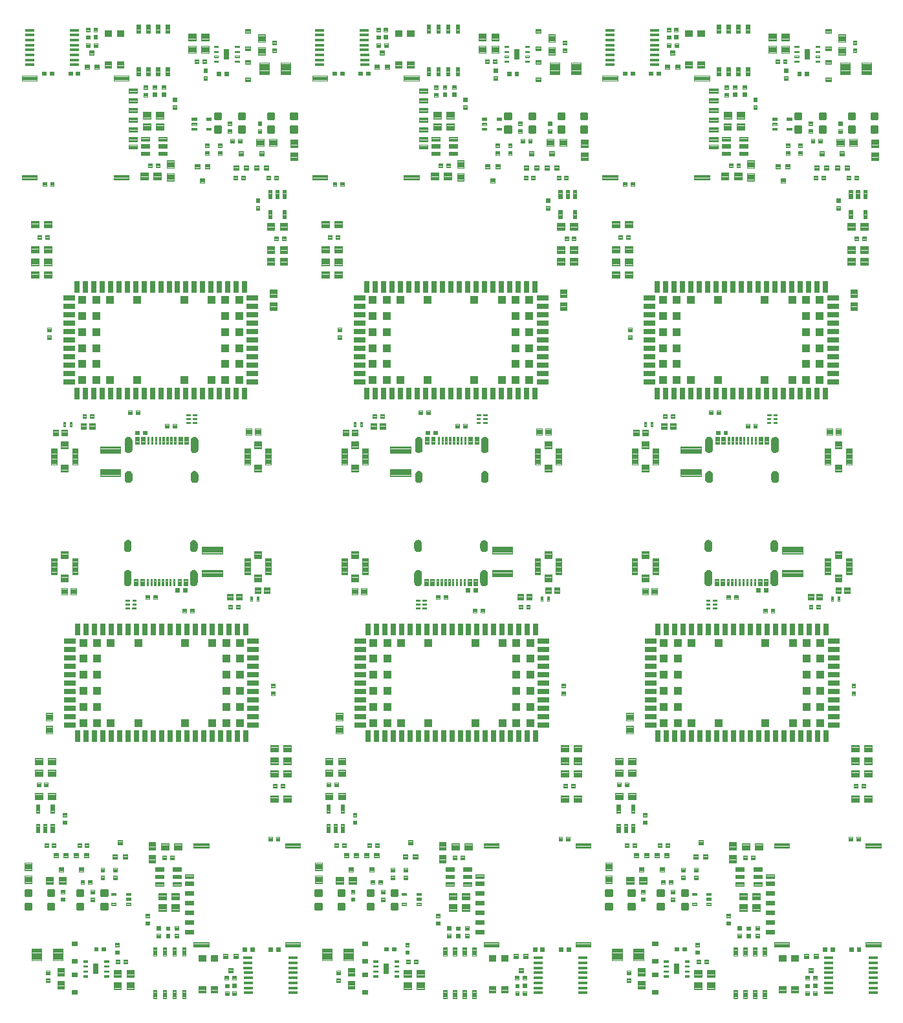
<source format=gtp>
G04 EAGLE Gerber RS-274X export*
G75*
%MOMM*%
%FSLAX34Y34*%
%LPD*%
%INSolderpaste Top*%
%IPPOS*%
%AMOC8*
5,1,8,0,0,1.08239X$1,22.5*%
G01*
%ADD10C,0.102000*%
%ADD11C,0.100800*%
%ADD12R,0.800000X1.375000*%
%ADD13C,0.100000*%
%ADD14C,0.098000*%
%ADD15C,0.105000*%
%ADD16C,0.300000*%
%ADD17R,1.300000X0.400000*%
%ADD18R,1.275000X0.400000*%
%ADD19C,0.099000*%
%ADD20C,0.104000*%
%ADD21R,0.750000X1.550000*%
%ADD22R,1.550000X0.750000*%
%ADD23R,1.050000X1.050000*%
%ADD24C,0.103122*%
%ADD25C,0.102500*%

G36*
X523948Y583925D02*
X523948Y583925D01*
X523951Y583921D01*
X525059Y584091D01*
X525065Y584097D01*
X525070Y584094D01*
X526112Y584506D01*
X526116Y584513D01*
X526121Y584511D01*
X527046Y585145D01*
X527048Y585153D01*
X527054Y585152D01*
X527814Y585976D01*
X527815Y585984D01*
X527821Y585984D01*
X528378Y586956D01*
X528378Y586960D01*
X528379Y586961D01*
X528377Y586963D01*
X528377Y586964D01*
X528383Y586966D01*
X528710Y588038D01*
X528709Y588043D01*
X528711Y588044D01*
X528709Y588047D01*
X528712Y588049D01*
X528793Y589166D01*
X528792Y589169D01*
X528793Y589170D01*
X528793Y601170D01*
X528788Y601177D01*
X528792Y601181D01*
X528573Y602125D01*
X528567Y602131D01*
X528569Y602136D01*
X528146Y603008D01*
X528138Y603011D01*
X528140Y603017D01*
X527533Y603773D01*
X527525Y603775D01*
X527525Y603781D01*
X526765Y604382D01*
X526756Y604382D01*
X526755Y604388D01*
X525880Y604806D01*
X525872Y604804D01*
X525870Y604809D01*
X524924Y605022D01*
X524917Y605018D01*
X524913Y605023D01*
X523944Y605019D01*
X523943Y605019D01*
X522875Y605000D01*
X522874Y605000D01*
X522868Y604996D01*
X522864Y604999D01*
X521827Y604743D01*
X521822Y604736D01*
X521816Y604739D01*
X520862Y604258D01*
X520859Y604251D01*
X520853Y604252D01*
X520030Y603571D01*
X520028Y603563D01*
X520022Y603563D01*
X519371Y602716D01*
X519371Y602708D01*
X519365Y602707D01*
X518918Y601736D01*
X518920Y601728D01*
X518915Y601726D01*
X518696Y600680D01*
X518699Y600673D01*
X518695Y600670D01*
X518695Y588670D01*
X518698Y588665D01*
X518695Y588662D01*
X518875Y587567D01*
X518881Y587561D01*
X518878Y587556D01*
X519297Y586528D01*
X519304Y586524D01*
X519302Y586519D01*
X519940Y585610D01*
X519947Y585608D01*
X519947Y585602D01*
X520770Y584858D01*
X520778Y584857D01*
X520779Y584851D01*
X521747Y584309D01*
X521756Y584310D01*
X521758Y584304D01*
X522822Y583991D01*
X522830Y583994D01*
X522833Y583989D01*
X523941Y583921D01*
X523948Y583925D01*
G37*
G36*
X903932Y583925D02*
X903932Y583925D01*
X903935Y583921D01*
X905043Y584091D01*
X905049Y584097D01*
X905054Y584094D01*
X906096Y584506D01*
X906100Y584513D01*
X906105Y584511D01*
X907030Y585145D01*
X907032Y585153D01*
X907038Y585152D01*
X907798Y585976D01*
X907799Y585984D01*
X907805Y585984D01*
X908362Y586956D01*
X908362Y586960D01*
X908363Y586961D01*
X908361Y586963D01*
X908361Y586964D01*
X908367Y586966D01*
X908694Y588038D01*
X908693Y588043D01*
X908695Y588044D01*
X908693Y588047D01*
X908696Y588049D01*
X908777Y589166D01*
X908776Y589169D01*
X908777Y589170D01*
X908777Y601170D01*
X908772Y601177D01*
X908776Y601181D01*
X908557Y602125D01*
X908551Y602131D01*
X908553Y602136D01*
X908130Y603008D01*
X908122Y603011D01*
X908124Y603017D01*
X907517Y603773D01*
X907509Y603775D01*
X907509Y603781D01*
X906749Y604382D01*
X906740Y604382D01*
X906739Y604388D01*
X905864Y604806D01*
X905856Y604804D01*
X905854Y604809D01*
X904908Y605022D01*
X904901Y605018D01*
X904897Y605023D01*
X903928Y605019D01*
X903927Y605019D01*
X902859Y605000D01*
X902858Y605000D01*
X902852Y604996D01*
X902848Y604999D01*
X901811Y604743D01*
X901806Y604736D01*
X901800Y604739D01*
X900846Y604258D01*
X900843Y604251D01*
X900837Y604252D01*
X900014Y603571D01*
X900012Y603563D01*
X900006Y603563D01*
X899355Y602716D01*
X899355Y602708D01*
X899349Y602707D01*
X898902Y601736D01*
X898904Y601728D01*
X898899Y601726D01*
X898680Y600680D01*
X898683Y600673D01*
X898679Y600670D01*
X898679Y588670D01*
X898682Y588665D01*
X898679Y588662D01*
X898859Y587567D01*
X898865Y587561D01*
X898862Y587556D01*
X899281Y586528D01*
X899288Y586524D01*
X899286Y586519D01*
X899924Y585610D01*
X899931Y585608D01*
X899931Y585602D01*
X900754Y584858D01*
X900762Y584857D01*
X900763Y584851D01*
X901731Y584309D01*
X901740Y584310D01*
X901742Y584304D01*
X902806Y583991D01*
X902814Y583994D01*
X902817Y583989D01*
X903925Y583921D01*
X903932Y583925D01*
G37*
G36*
X143964Y583925D02*
X143964Y583925D01*
X143967Y583921D01*
X145075Y584091D01*
X145081Y584097D01*
X145086Y584094D01*
X146128Y584506D01*
X146132Y584513D01*
X146137Y584511D01*
X147062Y585145D01*
X147064Y585153D01*
X147070Y585152D01*
X147830Y585976D01*
X147831Y585984D01*
X147837Y585984D01*
X148394Y586956D01*
X148394Y586960D01*
X148395Y586961D01*
X148393Y586963D01*
X148393Y586964D01*
X148399Y586966D01*
X148726Y588038D01*
X148725Y588043D01*
X148727Y588044D01*
X148725Y588047D01*
X148728Y588049D01*
X148809Y589166D01*
X148808Y589169D01*
X148809Y589170D01*
X148809Y601170D01*
X148804Y601177D01*
X148808Y601181D01*
X148589Y602125D01*
X148583Y602131D01*
X148585Y602136D01*
X148162Y603008D01*
X148154Y603011D01*
X148156Y603017D01*
X147549Y603773D01*
X147541Y603775D01*
X147541Y603781D01*
X146781Y604382D01*
X146772Y604382D01*
X146771Y604388D01*
X145896Y604806D01*
X145888Y604804D01*
X145886Y604809D01*
X144940Y605022D01*
X144933Y605018D01*
X144929Y605023D01*
X143960Y605019D01*
X143959Y605019D01*
X142891Y605000D01*
X142890Y605000D01*
X142884Y604996D01*
X142880Y604999D01*
X141843Y604743D01*
X141838Y604736D01*
X141832Y604739D01*
X140878Y604258D01*
X140875Y604251D01*
X140869Y604252D01*
X140046Y603571D01*
X140044Y603563D01*
X140038Y603563D01*
X139387Y602716D01*
X139387Y602708D01*
X139381Y602707D01*
X138934Y601736D01*
X138936Y601728D01*
X138931Y601726D01*
X138712Y600680D01*
X138715Y600673D01*
X138711Y600670D01*
X138711Y588670D01*
X138714Y588665D01*
X138711Y588662D01*
X138891Y587567D01*
X138897Y587561D01*
X138894Y587556D01*
X139313Y586528D01*
X139320Y586524D01*
X139318Y586519D01*
X139956Y585610D01*
X139963Y585608D01*
X139963Y585602D01*
X140786Y584858D01*
X140794Y584857D01*
X140795Y584851D01*
X141763Y584309D01*
X141772Y584310D01*
X141774Y584304D01*
X142838Y583991D01*
X142846Y583994D01*
X142849Y583989D01*
X143957Y583921D01*
X143964Y583925D01*
G37*
G36*
X230944Y758478D02*
X230944Y758478D01*
X230945Y758478D01*
X232013Y758497D01*
X232020Y758502D01*
X232024Y758499D01*
X233061Y758755D01*
X233066Y758761D01*
X233072Y758759D01*
X234026Y759239D01*
X234030Y759246D01*
X234035Y759245D01*
X234859Y759926D01*
X234860Y759934D01*
X234866Y759934D01*
X235517Y760781D01*
X235517Y760789D01*
X235523Y760790D01*
X235970Y761761D01*
X235968Y761769D01*
X235973Y761772D01*
X236192Y762817D01*
X236189Y762824D01*
X236193Y762827D01*
X236193Y774827D01*
X236190Y774832D01*
X236193Y774835D01*
X236013Y775931D01*
X236007Y775936D01*
X236010Y775941D01*
X235591Y776969D01*
X235584Y776973D01*
X235586Y776979D01*
X234949Y777887D01*
X234941Y777890D01*
X234941Y777896D01*
X234118Y778640D01*
X234110Y778641D01*
X234109Y778646D01*
X233141Y779189D01*
X233132Y779188D01*
X233130Y779193D01*
X232066Y779506D01*
X232061Y779504D01*
X232057Y779504D01*
X232055Y779508D01*
X230947Y779577D01*
X230941Y779572D01*
X230937Y779576D01*
X229829Y779406D01*
X229823Y779400D01*
X229818Y779403D01*
X228776Y778991D01*
X228772Y778984D01*
X228767Y778986D01*
X227842Y778353D01*
X227840Y778345D01*
X227834Y778345D01*
X227074Y777522D01*
X227073Y777514D01*
X227067Y777513D01*
X226510Y776541D01*
X226511Y776533D01*
X226505Y776531D01*
X226178Y775459D01*
X226181Y775452D01*
X226176Y775449D01*
X226095Y774331D01*
X226096Y774329D01*
X226095Y774327D01*
X226095Y762327D01*
X226100Y762321D01*
X226096Y762316D01*
X226315Y761372D01*
X226321Y761367D01*
X226319Y761362D01*
X226743Y760490D01*
X226750Y760486D01*
X226748Y760480D01*
X227355Y759725D01*
X227363Y759723D01*
X227363Y759717D01*
X228123Y759115D01*
X228132Y759115D01*
X228133Y759109D01*
X229008Y758692D01*
X229016Y758694D01*
X229018Y758688D01*
X229964Y758476D01*
X229971Y758479D01*
X229975Y758475D01*
X230944Y758478D01*
G37*
G36*
X610928Y758478D02*
X610928Y758478D01*
X610929Y758478D01*
X611997Y758497D01*
X612004Y758502D01*
X612008Y758499D01*
X613045Y758755D01*
X613050Y758761D01*
X613056Y758759D01*
X614010Y759239D01*
X614014Y759246D01*
X614019Y759245D01*
X614843Y759926D01*
X614844Y759934D01*
X614850Y759934D01*
X615501Y760781D01*
X615501Y760789D01*
X615507Y760790D01*
X615954Y761761D01*
X615952Y761769D01*
X615957Y761772D01*
X616176Y762817D01*
X616173Y762824D01*
X616177Y762827D01*
X616177Y774827D01*
X616174Y774832D01*
X616177Y774835D01*
X615997Y775931D01*
X615991Y775936D01*
X615994Y775941D01*
X615575Y776969D01*
X615568Y776973D01*
X615570Y776979D01*
X614933Y777887D01*
X614925Y777890D01*
X614925Y777896D01*
X614102Y778640D01*
X614094Y778641D01*
X614093Y778646D01*
X613125Y779189D01*
X613116Y779188D01*
X613114Y779193D01*
X612050Y779506D01*
X612045Y779504D01*
X612041Y779504D01*
X612039Y779508D01*
X610931Y779577D01*
X610925Y779572D01*
X610921Y779576D01*
X609813Y779406D01*
X609807Y779400D01*
X609802Y779403D01*
X608760Y778991D01*
X608756Y778984D01*
X608751Y778986D01*
X607826Y778353D01*
X607824Y778345D01*
X607818Y778345D01*
X607058Y777522D01*
X607057Y777514D01*
X607051Y777513D01*
X606494Y776541D01*
X606495Y776533D01*
X606489Y776531D01*
X606162Y775459D01*
X606165Y775452D01*
X606160Y775449D01*
X606079Y774331D01*
X606080Y774329D01*
X606079Y774327D01*
X606079Y762327D01*
X606084Y762321D01*
X606080Y762316D01*
X606299Y761372D01*
X606305Y761367D01*
X606303Y761362D01*
X606727Y760490D01*
X606734Y760486D01*
X606732Y760480D01*
X607339Y759725D01*
X607347Y759723D01*
X607347Y759717D01*
X608107Y759115D01*
X608116Y759115D01*
X608117Y759109D01*
X608992Y758692D01*
X609000Y758694D01*
X609002Y758688D01*
X609948Y758476D01*
X609955Y758479D01*
X609959Y758475D01*
X610928Y758478D01*
G37*
G36*
X990912Y758478D02*
X990912Y758478D01*
X990913Y758478D01*
X991981Y758497D01*
X991988Y758502D01*
X991992Y758499D01*
X993029Y758755D01*
X993034Y758761D01*
X993040Y758759D01*
X993994Y759239D01*
X993998Y759246D01*
X994003Y759245D01*
X994827Y759926D01*
X994828Y759934D01*
X994834Y759934D01*
X995485Y760781D01*
X995485Y760789D01*
X995491Y760790D01*
X995938Y761761D01*
X995936Y761769D01*
X995941Y761772D01*
X996160Y762817D01*
X996157Y762824D01*
X996161Y762827D01*
X996161Y774827D01*
X996158Y774832D01*
X996161Y774835D01*
X995981Y775931D01*
X995975Y775936D01*
X995978Y775941D01*
X995559Y776969D01*
X995552Y776973D01*
X995554Y776979D01*
X994917Y777887D01*
X994909Y777890D01*
X994909Y777896D01*
X994086Y778640D01*
X994078Y778641D01*
X994077Y778646D01*
X993109Y779189D01*
X993100Y779188D01*
X993098Y779193D01*
X992034Y779506D01*
X992029Y779504D01*
X992025Y779504D01*
X992023Y779508D01*
X990915Y779577D01*
X990909Y779572D01*
X990905Y779576D01*
X989797Y779406D01*
X989791Y779400D01*
X989786Y779403D01*
X988744Y778991D01*
X988740Y778984D01*
X988735Y778986D01*
X987810Y778353D01*
X987808Y778345D01*
X987802Y778345D01*
X987042Y777522D01*
X987041Y777514D01*
X987035Y777513D01*
X986478Y776541D01*
X986479Y776533D01*
X986473Y776531D01*
X986146Y775459D01*
X986149Y775452D01*
X986144Y775449D01*
X986063Y774331D01*
X986064Y774329D01*
X986063Y774327D01*
X986063Y762327D01*
X986068Y762321D01*
X986064Y762316D01*
X986283Y761372D01*
X986289Y761367D01*
X986287Y761362D01*
X986711Y760490D01*
X986718Y760486D01*
X986716Y760480D01*
X987323Y759725D01*
X987331Y759723D01*
X987331Y759717D01*
X988091Y759115D01*
X988100Y759115D01*
X988101Y759109D01*
X988976Y758692D01*
X988984Y758694D01*
X988986Y758688D01*
X989932Y758476D01*
X989939Y758479D01*
X989943Y758475D01*
X990912Y758478D01*
G37*
G36*
X230462Y583924D02*
X230462Y583924D01*
X230466Y583921D01*
X231511Y584039D01*
X231517Y584045D01*
X231522Y584041D01*
X232516Y584389D01*
X232520Y584396D01*
X232525Y584394D01*
X233417Y584954D01*
X233420Y584961D01*
X233425Y584961D01*
X234169Y585705D01*
X234171Y585713D01*
X234176Y585713D01*
X234736Y586605D01*
X234736Y586612D01*
X234737Y586613D01*
X234741Y586614D01*
X235089Y587608D01*
X235086Y587616D01*
X235091Y587619D01*
X235209Y588665D01*
X235207Y588668D01*
X235209Y588670D01*
X235209Y600670D01*
X235206Y600675D01*
X235209Y600678D01*
X235051Y601674D01*
X235045Y601680D01*
X235048Y601685D01*
X234673Y602621D01*
X234666Y602625D01*
X234668Y602631D01*
X234094Y603460D01*
X234086Y603463D01*
X234087Y603468D01*
X233343Y604149D01*
X233334Y604150D01*
X233334Y604156D01*
X232457Y604654D01*
X232449Y604653D01*
X232446Y604658D01*
X231481Y604949D01*
X231473Y604946D01*
X231470Y604951D01*
X230463Y605019D01*
X230461Y605018D01*
X230460Y605019D01*
X229379Y605010D01*
X229372Y605005D01*
X229368Y605009D01*
X228316Y604760D01*
X228311Y604753D01*
X228306Y604756D01*
X227336Y604279D01*
X227333Y604271D01*
X227327Y604273D01*
X226488Y603592D01*
X226486Y603584D01*
X226480Y603584D01*
X225814Y602734D01*
X225813Y602725D01*
X225808Y602724D01*
X225347Y601747D01*
X225349Y601739D01*
X225344Y601736D01*
X225112Y600681D01*
X225115Y600673D01*
X225111Y600670D01*
X225111Y588670D01*
X225115Y588665D01*
X225111Y588662D01*
X225304Y587556D01*
X225310Y587551D01*
X225307Y587546D01*
X225740Y586511D01*
X225747Y586507D01*
X225745Y586502D01*
X226398Y585589D01*
X226406Y585587D01*
X226405Y585581D01*
X227244Y584837D01*
X227253Y584836D01*
X227253Y584831D01*
X228237Y584292D01*
X228245Y584293D01*
X228247Y584288D01*
X229326Y583981D01*
X229334Y583984D01*
X229337Y583979D01*
X230457Y583921D01*
X230462Y583924D01*
G37*
G36*
X990430Y583924D02*
X990430Y583924D01*
X990434Y583921D01*
X991479Y584039D01*
X991485Y584045D01*
X991490Y584041D01*
X992484Y584389D01*
X992488Y584396D01*
X992493Y584394D01*
X993385Y584954D01*
X993388Y584961D01*
X993393Y584961D01*
X994137Y585705D01*
X994139Y585713D01*
X994144Y585713D01*
X994704Y586605D01*
X994704Y586612D01*
X994705Y586613D01*
X994709Y586614D01*
X995057Y587608D01*
X995054Y587616D01*
X995059Y587619D01*
X995177Y588665D01*
X995175Y588668D01*
X995177Y588670D01*
X995177Y600670D01*
X995174Y600675D01*
X995177Y600678D01*
X995019Y601674D01*
X995013Y601680D01*
X995016Y601685D01*
X994641Y602621D01*
X994634Y602625D01*
X994636Y602631D01*
X994062Y603460D01*
X994054Y603463D01*
X994055Y603468D01*
X993311Y604149D01*
X993302Y604150D01*
X993302Y604156D01*
X992425Y604654D01*
X992417Y604653D01*
X992414Y604658D01*
X991449Y604949D01*
X991441Y604946D01*
X991438Y604951D01*
X990431Y605019D01*
X990429Y605018D01*
X990428Y605019D01*
X989347Y605010D01*
X989340Y605005D01*
X989336Y605009D01*
X988284Y604760D01*
X988279Y604753D01*
X988274Y604756D01*
X987304Y604279D01*
X987301Y604271D01*
X987295Y604273D01*
X986456Y603592D01*
X986454Y603584D01*
X986448Y603584D01*
X985782Y602734D01*
X985781Y602725D01*
X985776Y602724D01*
X985315Y601747D01*
X985317Y601739D01*
X985312Y601736D01*
X985080Y600681D01*
X985083Y600673D01*
X985079Y600670D01*
X985079Y588670D01*
X985083Y588665D01*
X985079Y588662D01*
X985272Y587556D01*
X985278Y587551D01*
X985275Y587546D01*
X985708Y586511D01*
X985715Y586507D01*
X985713Y586502D01*
X986366Y585589D01*
X986374Y585587D01*
X986373Y585581D01*
X987212Y584837D01*
X987221Y584836D01*
X987221Y584831D01*
X988205Y584292D01*
X988213Y584293D01*
X988215Y584288D01*
X989294Y583981D01*
X989302Y583984D01*
X989305Y583979D01*
X990425Y583921D01*
X990430Y583924D01*
G37*
G36*
X610446Y583924D02*
X610446Y583924D01*
X610450Y583921D01*
X611495Y584039D01*
X611501Y584045D01*
X611506Y584041D01*
X612500Y584389D01*
X612504Y584396D01*
X612509Y584394D01*
X613401Y584954D01*
X613404Y584961D01*
X613409Y584961D01*
X614153Y585705D01*
X614155Y585713D01*
X614160Y585713D01*
X614720Y586605D01*
X614720Y586612D01*
X614721Y586613D01*
X614725Y586614D01*
X615073Y587608D01*
X615070Y587616D01*
X615075Y587619D01*
X615193Y588665D01*
X615191Y588668D01*
X615193Y588670D01*
X615193Y600670D01*
X615190Y600675D01*
X615193Y600678D01*
X615035Y601674D01*
X615029Y601680D01*
X615032Y601685D01*
X614657Y602621D01*
X614650Y602625D01*
X614652Y602631D01*
X614078Y603460D01*
X614070Y603463D01*
X614071Y603468D01*
X613327Y604149D01*
X613318Y604150D01*
X613318Y604156D01*
X612441Y604654D01*
X612433Y604653D01*
X612430Y604658D01*
X611465Y604949D01*
X611457Y604946D01*
X611454Y604951D01*
X610447Y605019D01*
X610445Y605018D01*
X610444Y605019D01*
X609363Y605010D01*
X609356Y605005D01*
X609352Y605009D01*
X608300Y604760D01*
X608295Y604753D01*
X608290Y604756D01*
X607320Y604279D01*
X607317Y604271D01*
X607311Y604273D01*
X606472Y603592D01*
X606470Y603584D01*
X606464Y603584D01*
X605798Y602734D01*
X605797Y602725D01*
X605792Y602724D01*
X605331Y601747D01*
X605333Y601739D01*
X605328Y601736D01*
X605096Y600681D01*
X605099Y600673D01*
X605095Y600670D01*
X605095Y588670D01*
X605099Y588665D01*
X605095Y588662D01*
X605288Y587556D01*
X605294Y587551D01*
X605291Y587546D01*
X605724Y586511D01*
X605731Y586507D01*
X605729Y586502D01*
X606382Y585589D01*
X606390Y585587D01*
X606389Y585581D01*
X607228Y584837D01*
X607237Y584836D01*
X607237Y584831D01*
X608221Y584292D01*
X608229Y584293D01*
X608231Y584288D01*
X609310Y583981D01*
X609318Y583984D01*
X609321Y583979D01*
X610441Y583921D01*
X610446Y583924D01*
G37*
G36*
X145525Y758487D02*
X145525Y758487D01*
X145532Y758492D01*
X145536Y758489D01*
X146588Y758738D01*
X146593Y758744D01*
X146598Y758742D01*
X147568Y759219D01*
X147571Y759226D01*
X147577Y759225D01*
X148416Y759906D01*
X148418Y759913D01*
X148424Y759913D01*
X149090Y760764D01*
X149091Y760772D01*
X149096Y760773D01*
X149557Y761751D01*
X149555Y761759D01*
X149561Y761761D01*
X149792Y762817D01*
X149789Y762824D01*
X149793Y762827D01*
X149793Y774827D01*
X149789Y774833D01*
X149793Y774836D01*
X149600Y775941D01*
X149594Y775947D01*
X149597Y775952D01*
X149164Y776986D01*
X149157Y776990D01*
X149159Y776996D01*
X148506Y777908D01*
X148498Y777911D01*
X148499Y777916D01*
X147660Y778660D01*
X147651Y778661D01*
X147651Y778667D01*
X146667Y779206D01*
X146659Y779204D01*
X146657Y779210D01*
X145578Y779516D01*
X145570Y779513D01*
X145567Y779518D01*
X144447Y779577D01*
X144442Y779573D01*
X144439Y779576D01*
X143393Y779459D01*
X143387Y779453D01*
X143382Y779456D01*
X142388Y779108D01*
X142384Y779102D01*
X142379Y779104D01*
X141487Y778544D01*
X141485Y778536D01*
X141479Y778537D01*
X140735Y777793D01*
X140733Y777785D01*
X140728Y777784D01*
X140168Y776893D01*
X140168Y776885D01*
X140163Y776883D01*
X139815Y775890D01*
X139818Y775882D01*
X139813Y775879D01*
X139695Y774833D01*
X139697Y774829D01*
X139695Y774827D01*
X139695Y762827D01*
X139698Y762823D01*
X139695Y762820D01*
X139853Y761823D01*
X139859Y761818D01*
X139856Y761813D01*
X140231Y760876D01*
X140238Y760872D01*
X140236Y760867D01*
X140810Y760037D01*
X140818Y760035D01*
X140817Y760029D01*
X141561Y759348D01*
X141570Y759347D01*
X141570Y759342D01*
X142447Y758843D01*
X142456Y758845D01*
X142458Y758839D01*
X143423Y758549D01*
X143431Y758551D01*
X143434Y758547D01*
X144441Y758478D01*
X144443Y758480D01*
X144444Y758478D01*
X145525Y758487D01*
G37*
G36*
X525509Y758487D02*
X525509Y758487D01*
X525516Y758492D01*
X525520Y758489D01*
X526572Y758738D01*
X526577Y758744D01*
X526582Y758742D01*
X527552Y759219D01*
X527555Y759226D01*
X527561Y759225D01*
X528400Y759906D01*
X528402Y759913D01*
X528408Y759913D01*
X529074Y760764D01*
X529075Y760772D01*
X529080Y760773D01*
X529541Y761751D01*
X529539Y761759D01*
X529545Y761761D01*
X529776Y762817D01*
X529773Y762824D01*
X529777Y762827D01*
X529777Y774827D01*
X529773Y774833D01*
X529777Y774836D01*
X529584Y775941D01*
X529578Y775947D01*
X529581Y775952D01*
X529148Y776986D01*
X529141Y776990D01*
X529143Y776996D01*
X528490Y777908D01*
X528482Y777911D01*
X528483Y777916D01*
X527644Y778660D01*
X527635Y778661D01*
X527635Y778667D01*
X526651Y779206D01*
X526643Y779204D01*
X526641Y779210D01*
X525562Y779516D01*
X525554Y779513D01*
X525551Y779518D01*
X524431Y779577D01*
X524426Y779573D01*
X524423Y779576D01*
X523377Y779459D01*
X523371Y779453D01*
X523366Y779456D01*
X522372Y779108D01*
X522368Y779102D01*
X522363Y779104D01*
X521471Y778544D01*
X521469Y778536D01*
X521463Y778537D01*
X520719Y777793D01*
X520717Y777785D01*
X520712Y777784D01*
X520152Y776893D01*
X520152Y776885D01*
X520147Y776883D01*
X519799Y775890D01*
X519802Y775882D01*
X519797Y775879D01*
X519679Y774833D01*
X519681Y774829D01*
X519679Y774827D01*
X519679Y762827D01*
X519682Y762823D01*
X519679Y762820D01*
X519837Y761823D01*
X519843Y761818D01*
X519840Y761813D01*
X520215Y760876D01*
X520222Y760872D01*
X520220Y760867D01*
X520794Y760037D01*
X520802Y760035D01*
X520801Y760029D01*
X521545Y759348D01*
X521554Y759347D01*
X521554Y759342D01*
X522431Y758843D01*
X522440Y758845D01*
X522442Y758839D01*
X523407Y758549D01*
X523415Y758551D01*
X523418Y758547D01*
X524425Y758478D01*
X524427Y758480D01*
X524428Y758478D01*
X525509Y758487D01*
G37*
G36*
X905493Y758487D02*
X905493Y758487D01*
X905500Y758492D01*
X905504Y758489D01*
X906556Y758738D01*
X906561Y758744D01*
X906566Y758742D01*
X907536Y759219D01*
X907539Y759226D01*
X907545Y759225D01*
X908384Y759906D01*
X908386Y759913D01*
X908392Y759913D01*
X909058Y760764D01*
X909059Y760772D01*
X909064Y760773D01*
X909525Y761751D01*
X909523Y761759D01*
X909529Y761761D01*
X909760Y762817D01*
X909757Y762824D01*
X909761Y762827D01*
X909761Y774827D01*
X909757Y774833D01*
X909761Y774836D01*
X909568Y775941D01*
X909562Y775947D01*
X909565Y775952D01*
X909132Y776986D01*
X909125Y776990D01*
X909127Y776996D01*
X908474Y777908D01*
X908466Y777911D01*
X908467Y777916D01*
X907628Y778660D01*
X907619Y778661D01*
X907619Y778667D01*
X906635Y779206D01*
X906627Y779204D01*
X906625Y779210D01*
X905546Y779516D01*
X905538Y779513D01*
X905535Y779518D01*
X904415Y779577D01*
X904410Y779573D01*
X904407Y779576D01*
X903361Y779459D01*
X903355Y779453D01*
X903350Y779456D01*
X902356Y779108D01*
X902352Y779102D01*
X902347Y779104D01*
X901455Y778544D01*
X901453Y778536D01*
X901447Y778537D01*
X900703Y777793D01*
X900701Y777785D01*
X900696Y777784D01*
X900136Y776893D01*
X900136Y776885D01*
X900131Y776883D01*
X899783Y775890D01*
X899786Y775882D01*
X899781Y775879D01*
X899663Y774833D01*
X899665Y774829D01*
X899663Y774827D01*
X899663Y762827D01*
X899666Y762823D01*
X899663Y762820D01*
X899821Y761823D01*
X899827Y761818D01*
X899824Y761813D01*
X900199Y760876D01*
X900206Y760872D01*
X900204Y760867D01*
X900778Y760037D01*
X900786Y760035D01*
X900785Y760029D01*
X901529Y759348D01*
X901538Y759347D01*
X901538Y759342D01*
X902415Y758843D01*
X902424Y758845D01*
X902426Y758839D01*
X903391Y758549D01*
X903399Y758551D01*
X903402Y758547D01*
X904409Y758478D01*
X904411Y758480D01*
X904412Y758478D01*
X905493Y758487D01*
G37*
G36*
X231448Y718982D02*
X231448Y718982D01*
X231451Y718979D01*
X232527Y719134D01*
X232532Y719139D01*
X232537Y719136D01*
X233551Y719527D01*
X233555Y719534D01*
X233561Y719532D01*
X234463Y720138D01*
X234465Y720146D01*
X234471Y720145D01*
X235215Y720937D01*
X235216Y720945D01*
X235222Y720946D01*
X235771Y721883D01*
X235770Y721891D01*
X235776Y721893D01*
X236103Y722930D01*
X236100Y722937D01*
X236105Y722940D01*
X236193Y724023D01*
X236191Y724026D01*
X236193Y724027D01*
X236193Y730027D01*
X236190Y730031D01*
X236193Y730034D01*
X236043Y731166D01*
X236037Y731172D01*
X236040Y731177D01*
X235642Y732248D01*
X235635Y732252D01*
X235637Y732257D01*
X235010Y733212D01*
X235002Y733215D01*
X235003Y733221D01*
X234180Y734013D01*
X234172Y734014D01*
X234171Y734019D01*
X233192Y734608D01*
X233184Y734607D01*
X233182Y734613D01*
X232097Y734969D01*
X232089Y734966D01*
X232086Y734971D01*
X230949Y735076D01*
X230940Y735071D01*
X230935Y735076D01*
X229798Y734869D01*
X229792Y734863D01*
X229787Y734866D01*
X228725Y734411D01*
X228721Y734404D01*
X228715Y734405D01*
X227780Y733725D01*
X227778Y733718D01*
X227772Y733718D01*
X227012Y732847D01*
X227012Y732839D01*
X227006Y732838D01*
X226459Y731820D01*
X226460Y731812D01*
X226455Y731810D01*
X226451Y731797D01*
X226451Y731796D01*
X226438Y731747D01*
X226437Y731747D01*
X226438Y731747D01*
X226424Y731698D01*
X226410Y731649D01*
X226397Y731600D01*
X226397Y731599D01*
X226383Y731550D01*
X226370Y731501D01*
X226356Y731452D01*
X226343Y731403D01*
X226343Y731402D01*
X226329Y731353D01*
X226315Y731304D01*
X226302Y731255D01*
X226288Y731206D01*
X226288Y731205D01*
X226275Y731156D01*
X226261Y731107D01*
X226248Y731058D01*
X226234Y731009D01*
X226234Y731008D01*
X226221Y730959D01*
X226220Y730959D01*
X226207Y730910D01*
X226193Y730861D01*
X226148Y730695D01*
X226151Y730688D01*
X226146Y730684D01*
X226095Y729530D01*
X226096Y729528D01*
X226095Y729527D01*
X226095Y723527D01*
X226099Y723522D01*
X226096Y723518D01*
X226308Y722438D01*
X226314Y722432D01*
X226311Y722427D01*
X226758Y721421D01*
X226765Y721417D01*
X226763Y721412D01*
X227423Y720530D01*
X227431Y720528D01*
X227431Y720522D01*
X228270Y719810D01*
X228278Y719809D01*
X228279Y719803D01*
X229256Y719295D01*
X229264Y719297D01*
X229266Y719291D01*
X230331Y719014D01*
X230339Y719017D01*
X230342Y719012D01*
X231443Y718978D01*
X231448Y718982D01*
G37*
G36*
X611432Y718982D02*
X611432Y718982D01*
X611435Y718979D01*
X612511Y719134D01*
X612516Y719139D01*
X612521Y719136D01*
X613535Y719527D01*
X613539Y719534D01*
X613545Y719532D01*
X614447Y720138D01*
X614449Y720146D01*
X614455Y720145D01*
X615199Y720937D01*
X615200Y720945D01*
X615206Y720946D01*
X615755Y721883D01*
X615754Y721891D01*
X615760Y721893D01*
X616087Y722930D01*
X616084Y722937D01*
X616089Y722940D01*
X616177Y724023D01*
X616175Y724026D01*
X616177Y724027D01*
X616177Y730027D01*
X616174Y730031D01*
X616177Y730034D01*
X616027Y731166D01*
X616021Y731172D01*
X616024Y731177D01*
X615626Y732248D01*
X615619Y732252D01*
X615621Y732257D01*
X614994Y733212D01*
X614986Y733215D01*
X614987Y733221D01*
X614164Y734013D01*
X614156Y734014D01*
X614155Y734019D01*
X613176Y734608D01*
X613168Y734607D01*
X613166Y734613D01*
X612081Y734969D01*
X612073Y734966D01*
X612070Y734971D01*
X610933Y735076D01*
X610924Y735071D01*
X610919Y735076D01*
X609782Y734869D01*
X609776Y734863D01*
X609771Y734866D01*
X608709Y734411D01*
X608705Y734404D01*
X608699Y734405D01*
X607764Y733725D01*
X607762Y733718D01*
X607756Y733718D01*
X606996Y732847D01*
X606996Y732839D01*
X606990Y732838D01*
X606443Y731820D01*
X606444Y731812D01*
X606439Y731810D01*
X606435Y731797D01*
X606435Y731796D01*
X606422Y731747D01*
X606421Y731747D01*
X606422Y731747D01*
X606408Y731698D01*
X606394Y731649D01*
X606381Y731600D01*
X606381Y731599D01*
X606367Y731550D01*
X606354Y731501D01*
X606340Y731452D01*
X606327Y731403D01*
X606327Y731402D01*
X606313Y731353D01*
X606299Y731304D01*
X606286Y731255D01*
X606272Y731206D01*
X606272Y731205D01*
X606259Y731156D01*
X606245Y731107D01*
X606232Y731058D01*
X606218Y731009D01*
X606218Y731008D01*
X606205Y730959D01*
X606204Y730959D01*
X606191Y730910D01*
X606177Y730861D01*
X606132Y730695D01*
X606135Y730688D01*
X606130Y730684D01*
X606079Y729530D01*
X606080Y729528D01*
X606079Y729527D01*
X606079Y723527D01*
X606083Y723522D01*
X606080Y723518D01*
X606292Y722438D01*
X606298Y722432D01*
X606295Y722427D01*
X606742Y721421D01*
X606749Y721417D01*
X606747Y721412D01*
X607407Y720530D01*
X607415Y720528D01*
X607415Y720522D01*
X608254Y719810D01*
X608262Y719809D01*
X608263Y719803D01*
X609240Y719295D01*
X609248Y719297D01*
X609250Y719291D01*
X610315Y719014D01*
X610323Y719017D01*
X610326Y719012D01*
X611427Y718978D01*
X611432Y718982D01*
G37*
G36*
X991416Y718982D02*
X991416Y718982D01*
X991419Y718979D01*
X992495Y719134D01*
X992500Y719139D01*
X992505Y719136D01*
X993519Y719527D01*
X993523Y719534D01*
X993529Y719532D01*
X994431Y720138D01*
X994433Y720146D01*
X994439Y720145D01*
X995183Y720937D01*
X995184Y720945D01*
X995190Y720946D01*
X995739Y721883D01*
X995738Y721891D01*
X995744Y721893D01*
X996071Y722930D01*
X996068Y722937D01*
X996073Y722940D01*
X996161Y724023D01*
X996159Y724026D01*
X996161Y724027D01*
X996161Y730027D01*
X996158Y730031D01*
X996161Y730034D01*
X996011Y731166D01*
X996005Y731172D01*
X996008Y731177D01*
X995610Y732248D01*
X995603Y732252D01*
X995605Y732257D01*
X994978Y733212D01*
X994970Y733215D01*
X994971Y733221D01*
X994148Y734013D01*
X994140Y734014D01*
X994139Y734019D01*
X993160Y734608D01*
X993152Y734607D01*
X993150Y734613D01*
X992065Y734969D01*
X992057Y734966D01*
X992054Y734971D01*
X990917Y735076D01*
X990908Y735071D01*
X990903Y735076D01*
X989766Y734869D01*
X989760Y734863D01*
X989755Y734866D01*
X988693Y734411D01*
X988689Y734404D01*
X988683Y734405D01*
X987748Y733725D01*
X987746Y733718D01*
X987740Y733718D01*
X986980Y732847D01*
X986980Y732839D01*
X986974Y732838D01*
X986427Y731820D01*
X986428Y731812D01*
X986423Y731810D01*
X986419Y731797D01*
X986419Y731796D01*
X986406Y731747D01*
X986405Y731747D01*
X986406Y731747D01*
X986392Y731698D01*
X986378Y731649D01*
X986365Y731600D01*
X986365Y731599D01*
X986351Y731550D01*
X986338Y731501D01*
X986324Y731452D01*
X986311Y731403D01*
X986311Y731402D01*
X986297Y731353D01*
X986283Y731304D01*
X986270Y731255D01*
X986256Y731206D01*
X986256Y731205D01*
X986243Y731156D01*
X986229Y731107D01*
X986216Y731058D01*
X986202Y731009D01*
X986202Y731008D01*
X986189Y730959D01*
X986188Y730959D01*
X986175Y730910D01*
X986161Y730861D01*
X986116Y730695D01*
X986119Y730688D01*
X986114Y730684D01*
X986063Y729530D01*
X986064Y729528D01*
X986063Y729527D01*
X986063Y723527D01*
X986067Y723522D01*
X986064Y723518D01*
X986276Y722438D01*
X986282Y722432D01*
X986279Y722427D01*
X986726Y721421D01*
X986733Y721417D01*
X986731Y721412D01*
X987391Y720530D01*
X987399Y720528D01*
X987399Y720522D01*
X988238Y719810D01*
X988246Y719809D01*
X988247Y719803D01*
X989224Y719295D01*
X989232Y719297D01*
X989234Y719291D01*
X990299Y719014D01*
X990307Y719017D01*
X990310Y719012D01*
X991411Y718978D01*
X991416Y718982D01*
G37*
G36*
X143964Y628426D02*
X143964Y628426D01*
X143969Y628422D01*
X145106Y628629D01*
X145112Y628635D01*
X145117Y628632D01*
X146179Y629087D01*
X146183Y629094D01*
X146189Y629092D01*
X147124Y629772D01*
X147126Y629780D01*
X147132Y629779D01*
X147892Y630650D01*
X147892Y630658D01*
X147898Y630659D01*
X148445Y631678D01*
X148444Y631686D01*
X148449Y631688D01*
X148455Y631707D01*
X148468Y631756D01*
X148482Y631806D01*
X148495Y631855D01*
X148509Y631904D01*
X148522Y631953D01*
X148523Y631953D01*
X148522Y631953D01*
X148536Y632003D01*
X148550Y632052D01*
X148563Y632101D01*
X148577Y632150D01*
X148590Y632200D01*
X148604Y632249D01*
X148617Y632298D01*
X148631Y632347D01*
X148645Y632397D01*
X148658Y632446D01*
X148672Y632495D01*
X148756Y632802D01*
X148753Y632810D01*
X148758Y632813D01*
X148809Y633968D01*
X148808Y633969D01*
X148809Y633970D01*
X148809Y639970D01*
X148805Y639976D01*
X148808Y639979D01*
X148596Y641060D01*
X148590Y641065D01*
X148593Y641070D01*
X148146Y642076D01*
X148139Y642080D01*
X148141Y642086D01*
X147481Y642967D01*
X147473Y642970D01*
X147473Y642975D01*
X146634Y643688D01*
X146626Y643688D01*
X146625Y643694D01*
X145648Y644202D01*
X145640Y644201D01*
X145638Y644206D01*
X144573Y644484D01*
X144565Y644481D01*
X144562Y644485D01*
X143462Y644519D01*
X143456Y644516D01*
X143453Y644519D01*
X142378Y644364D01*
X142372Y644358D01*
X142367Y644361D01*
X141353Y643971D01*
X141349Y643964D01*
X141343Y643966D01*
X140441Y643359D01*
X140439Y643351D01*
X140433Y643352D01*
X139689Y642560D01*
X139688Y642552D01*
X139682Y642552D01*
X139133Y641614D01*
X139134Y641606D01*
X139128Y641604D01*
X138801Y640568D01*
X138804Y640560D01*
X138799Y640557D01*
X138711Y639474D01*
X138713Y639471D01*
X138711Y639470D01*
X138711Y633470D01*
X138714Y633466D01*
X138711Y633464D01*
X138861Y632331D01*
X138867Y632325D01*
X138864Y632320D01*
X139262Y631250D01*
X139269Y631246D01*
X139267Y631240D01*
X139894Y630285D01*
X139902Y630282D01*
X139901Y630277D01*
X140724Y629485D01*
X140732Y629484D01*
X140733Y629478D01*
X141712Y628889D01*
X141720Y628890D01*
X141722Y628885D01*
X142807Y628529D01*
X142815Y628532D01*
X142818Y628527D01*
X143955Y628421D01*
X143964Y628426D01*
G37*
G36*
X523948Y628426D02*
X523948Y628426D01*
X523953Y628422D01*
X525090Y628629D01*
X525096Y628635D01*
X525101Y628632D01*
X526163Y629087D01*
X526167Y629094D01*
X526173Y629092D01*
X527108Y629772D01*
X527110Y629780D01*
X527116Y629779D01*
X527876Y630650D01*
X527876Y630658D01*
X527882Y630659D01*
X528429Y631678D01*
X528428Y631686D01*
X528433Y631688D01*
X528439Y631707D01*
X528452Y631756D01*
X528466Y631806D01*
X528479Y631855D01*
X528493Y631904D01*
X528506Y631953D01*
X528507Y631953D01*
X528506Y631953D01*
X528520Y632003D01*
X528534Y632052D01*
X528547Y632101D01*
X528561Y632150D01*
X528574Y632200D01*
X528588Y632249D01*
X528601Y632298D01*
X528615Y632347D01*
X528629Y632397D01*
X528642Y632446D01*
X528656Y632495D01*
X528740Y632802D01*
X528737Y632810D01*
X528742Y632813D01*
X528793Y633968D01*
X528792Y633969D01*
X528793Y633970D01*
X528793Y639970D01*
X528789Y639976D01*
X528792Y639979D01*
X528580Y641060D01*
X528574Y641065D01*
X528577Y641070D01*
X528130Y642076D01*
X528123Y642080D01*
X528125Y642086D01*
X527465Y642967D01*
X527457Y642970D01*
X527457Y642975D01*
X526618Y643688D01*
X526610Y643688D01*
X526609Y643694D01*
X525632Y644202D01*
X525624Y644201D01*
X525622Y644206D01*
X524557Y644484D01*
X524549Y644481D01*
X524546Y644485D01*
X523446Y644519D01*
X523440Y644516D01*
X523437Y644519D01*
X522362Y644364D01*
X522356Y644358D01*
X522351Y644361D01*
X521337Y643971D01*
X521333Y643964D01*
X521327Y643966D01*
X520425Y643359D01*
X520423Y643351D01*
X520417Y643352D01*
X519673Y642560D01*
X519672Y642552D01*
X519666Y642552D01*
X519117Y641614D01*
X519118Y641606D01*
X519112Y641604D01*
X518785Y640568D01*
X518788Y640560D01*
X518783Y640557D01*
X518695Y639474D01*
X518697Y639471D01*
X518695Y639470D01*
X518695Y633470D01*
X518698Y633466D01*
X518695Y633464D01*
X518845Y632331D01*
X518851Y632325D01*
X518848Y632320D01*
X519246Y631250D01*
X519253Y631246D01*
X519251Y631240D01*
X519878Y630285D01*
X519886Y630282D01*
X519885Y630277D01*
X520708Y629485D01*
X520716Y629484D01*
X520717Y629478D01*
X521696Y628889D01*
X521704Y628890D01*
X521706Y628885D01*
X522791Y628529D01*
X522799Y628532D01*
X522802Y628527D01*
X523939Y628421D01*
X523948Y628426D01*
G37*
G36*
X903932Y628426D02*
X903932Y628426D01*
X903937Y628422D01*
X905074Y628629D01*
X905080Y628635D01*
X905085Y628632D01*
X906147Y629087D01*
X906151Y629094D01*
X906157Y629092D01*
X907092Y629772D01*
X907094Y629780D01*
X907100Y629779D01*
X907860Y630650D01*
X907860Y630658D01*
X907866Y630659D01*
X908413Y631678D01*
X908412Y631686D01*
X908417Y631688D01*
X908423Y631707D01*
X908436Y631756D01*
X908450Y631806D01*
X908463Y631855D01*
X908477Y631904D01*
X908490Y631953D01*
X908491Y631953D01*
X908490Y631953D01*
X908504Y632003D01*
X908518Y632052D01*
X908531Y632101D01*
X908545Y632150D01*
X908558Y632200D01*
X908572Y632249D01*
X908585Y632298D01*
X908599Y632347D01*
X908613Y632397D01*
X908626Y632446D01*
X908640Y632495D01*
X908724Y632802D01*
X908721Y632810D01*
X908726Y632813D01*
X908777Y633968D01*
X908776Y633969D01*
X908777Y633970D01*
X908777Y639970D01*
X908773Y639976D01*
X908776Y639979D01*
X908564Y641060D01*
X908558Y641065D01*
X908561Y641070D01*
X908114Y642076D01*
X908107Y642080D01*
X908109Y642086D01*
X907449Y642967D01*
X907441Y642970D01*
X907441Y642975D01*
X906602Y643688D01*
X906594Y643688D01*
X906593Y643694D01*
X905616Y644202D01*
X905608Y644201D01*
X905606Y644206D01*
X904541Y644484D01*
X904533Y644481D01*
X904530Y644485D01*
X903430Y644519D01*
X903424Y644516D01*
X903421Y644519D01*
X902346Y644364D01*
X902340Y644358D01*
X902335Y644361D01*
X901321Y643971D01*
X901317Y643964D01*
X901311Y643966D01*
X900409Y643359D01*
X900407Y643351D01*
X900401Y643352D01*
X899657Y642560D01*
X899656Y642552D01*
X899650Y642552D01*
X899101Y641614D01*
X899102Y641606D01*
X899096Y641604D01*
X898769Y640568D01*
X898772Y640560D01*
X898767Y640557D01*
X898679Y639474D01*
X898681Y639471D01*
X898679Y639470D01*
X898679Y633470D01*
X898682Y633466D01*
X898679Y633464D01*
X898829Y632331D01*
X898835Y632325D01*
X898832Y632320D01*
X899230Y631250D01*
X899237Y631246D01*
X899235Y631240D01*
X899862Y630285D01*
X899870Y630282D01*
X899869Y630277D01*
X900692Y629485D01*
X900700Y629484D01*
X900701Y629478D01*
X901680Y628889D01*
X901688Y628890D01*
X901690Y628885D01*
X902775Y628529D01*
X902783Y628532D01*
X902786Y628527D01*
X903923Y628421D01*
X903932Y628426D01*
G37*
G36*
X144946Y718983D02*
X144946Y718983D01*
X144951Y718979D01*
X146038Y719124D01*
X146044Y719129D01*
X146049Y719126D01*
X147077Y719510D01*
X147082Y719517D01*
X147087Y719515D01*
X148004Y720118D01*
X148007Y720125D01*
X148013Y720125D01*
X148773Y720916D01*
X148774Y720925D01*
X148780Y720925D01*
X149344Y721866D01*
X149344Y721870D01*
X149345Y721871D01*
X149344Y721872D01*
X149343Y721874D01*
X149349Y721876D01*
X149690Y722919D01*
X149688Y722927D01*
X149692Y722930D01*
X149793Y724023D01*
X149791Y724026D01*
X149793Y724027D01*
X149793Y730027D01*
X149791Y730030D01*
X149793Y730032D01*
X149692Y731125D01*
X149687Y731131D01*
X149690Y731136D01*
X149349Y732179D01*
X149342Y732183D01*
X149344Y732189D01*
X148780Y733130D01*
X148772Y733133D01*
X148773Y733138D01*
X148013Y733930D01*
X148005Y733931D01*
X148004Y733937D01*
X147087Y734540D01*
X147079Y734539D01*
X147077Y734545D01*
X146049Y734928D01*
X146041Y734926D01*
X146038Y734931D01*
X144951Y735076D01*
X144943Y735072D01*
X144939Y735076D01*
X143802Y734971D01*
X143796Y734965D01*
X143791Y734969D01*
X142706Y734613D01*
X142701Y734606D01*
X142696Y734608D01*
X141717Y734019D01*
X141714Y734012D01*
X141708Y734013D01*
X140885Y733221D01*
X140884Y733213D01*
X140878Y733212D01*
X140251Y732257D01*
X140252Y732249D01*
X140246Y732248D01*
X139848Y731177D01*
X139850Y731169D01*
X139845Y731166D01*
X139695Y730034D01*
X139698Y730030D01*
X139695Y730027D01*
X139695Y724027D01*
X139698Y724023D01*
X139695Y724021D01*
X139845Y722889D01*
X139851Y722883D01*
X139848Y722878D01*
X140246Y721807D01*
X140253Y721803D01*
X140251Y721798D01*
X140878Y720842D01*
X140886Y720840D01*
X140885Y720834D01*
X141708Y720042D01*
X141716Y720041D01*
X141717Y720036D01*
X142696Y719447D01*
X142704Y719448D01*
X142706Y719442D01*
X143791Y719086D01*
X143799Y719089D01*
X143802Y719084D01*
X144939Y718978D01*
X144946Y718983D01*
G37*
G36*
X904914Y718983D02*
X904914Y718983D01*
X904919Y718979D01*
X906006Y719124D01*
X906012Y719129D01*
X906017Y719126D01*
X907045Y719510D01*
X907050Y719517D01*
X907055Y719515D01*
X907972Y720118D01*
X907975Y720125D01*
X907981Y720125D01*
X908741Y720916D01*
X908742Y720925D01*
X908748Y720925D01*
X909312Y721866D01*
X909312Y721870D01*
X909313Y721871D01*
X909312Y721872D01*
X909311Y721874D01*
X909317Y721876D01*
X909658Y722919D01*
X909656Y722927D01*
X909660Y722930D01*
X909761Y724023D01*
X909759Y724026D01*
X909761Y724027D01*
X909761Y730027D01*
X909759Y730030D01*
X909761Y730032D01*
X909660Y731125D01*
X909655Y731131D01*
X909658Y731136D01*
X909317Y732179D01*
X909310Y732183D01*
X909312Y732189D01*
X908748Y733130D01*
X908740Y733133D01*
X908741Y733138D01*
X907981Y733930D01*
X907973Y733931D01*
X907972Y733937D01*
X907055Y734540D01*
X907047Y734539D01*
X907045Y734545D01*
X906017Y734928D01*
X906009Y734926D01*
X906006Y734931D01*
X904919Y735076D01*
X904911Y735072D01*
X904907Y735076D01*
X903770Y734971D01*
X903764Y734965D01*
X903759Y734969D01*
X902674Y734613D01*
X902669Y734606D01*
X902664Y734608D01*
X901685Y734019D01*
X901682Y734012D01*
X901676Y734013D01*
X900853Y733221D01*
X900852Y733213D01*
X900846Y733212D01*
X900219Y732257D01*
X900220Y732249D01*
X900214Y732248D01*
X899816Y731177D01*
X899818Y731169D01*
X899813Y731166D01*
X899663Y730034D01*
X899666Y730030D01*
X899663Y730027D01*
X899663Y724027D01*
X899666Y724023D01*
X899663Y724021D01*
X899813Y722889D01*
X899819Y722883D01*
X899816Y722878D01*
X900214Y721807D01*
X900221Y721803D01*
X900219Y721798D01*
X900846Y720842D01*
X900854Y720840D01*
X900853Y720834D01*
X901676Y720042D01*
X901684Y720041D01*
X901685Y720036D01*
X902664Y719447D01*
X902672Y719448D01*
X902674Y719442D01*
X903759Y719086D01*
X903767Y719089D01*
X903770Y719084D01*
X904907Y718978D01*
X904914Y718983D01*
G37*
G36*
X524930Y718983D02*
X524930Y718983D01*
X524935Y718979D01*
X526022Y719124D01*
X526028Y719129D01*
X526033Y719126D01*
X527061Y719510D01*
X527066Y719517D01*
X527071Y719515D01*
X527988Y720118D01*
X527991Y720125D01*
X527997Y720125D01*
X528757Y720916D01*
X528758Y720925D01*
X528764Y720925D01*
X529328Y721866D01*
X529328Y721870D01*
X529329Y721871D01*
X529328Y721872D01*
X529327Y721874D01*
X529333Y721876D01*
X529674Y722919D01*
X529672Y722927D01*
X529676Y722930D01*
X529777Y724023D01*
X529775Y724026D01*
X529777Y724027D01*
X529777Y730027D01*
X529775Y730030D01*
X529777Y730032D01*
X529676Y731125D01*
X529671Y731131D01*
X529674Y731136D01*
X529333Y732179D01*
X529326Y732183D01*
X529328Y732189D01*
X528764Y733130D01*
X528756Y733133D01*
X528757Y733138D01*
X527997Y733930D01*
X527989Y733931D01*
X527988Y733937D01*
X527071Y734540D01*
X527063Y734539D01*
X527061Y734545D01*
X526033Y734928D01*
X526025Y734926D01*
X526022Y734931D01*
X524935Y735076D01*
X524927Y735072D01*
X524923Y735076D01*
X523786Y734971D01*
X523780Y734965D01*
X523775Y734969D01*
X522690Y734613D01*
X522685Y734606D01*
X522680Y734608D01*
X521701Y734019D01*
X521698Y734012D01*
X521692Y734013D01*
X520869Y733221D01*
X520868Y733213D01*
X520862Y733212D01*
X520235Y732257D01*
X520236Y732249D01*
X520230Y732248D01*
X519832Y731177D01*
X519834Y731169D01*
X519829Y731166D01*
X519679Y730034D01*
X519682Y730030D01*
X519679Y730027D01*
X519679Y724027D01*
X519682Y724023D01*
X519679Y724021D01*
X519829Y722889D01*
X519835Y722883D01*
X519832Y722878D01*
X520230Y721807D01*
X520237Y721803D01*
X520235Y721798D01*
X520862Y720842D01*
X520870Y720840D01*
X520869Y720834D01*
X521692Y720042D01*
X521700Y720041D01*
X521701Y720036D01*
X522680Y719447D01*
X522688Y719448D01*
X522690Y719442D01*
X523775Y719086D01*
X523783Y719089D01*
X523786Y719084D01*
X524923Y718978D01*
X524930Y718983D01*
G37*
G36*
X991070Y628527D02*
X991070Y628527D01*
X991076Y628532D01*
X991081Y628529D01*
X992166Y628885D01*
X992171Y628892D01*
X992176Y628889D01*
X993155Y629478D01*
X993158Y629486D01*
X993164Y629485D01*
X993987Y630277D01*
X993988Y630285D01*
X993994Y630285D01*
X994621Y631240D01*
X994620Y631248D01*
X994626Y631250D01*
X995024Y632320D01*
X995022Y632328D01*
X995027Y632331D01*
X995177Y633464D01*
X995174Y633468D01*
X995177Y633470D01*
X995177Y639470D01*
X995174Y639474D01*
X995177Y639476D01*
X995027Y640609D01*
X995021Y640615D01*
X995024Y640620D01*
X994626Y641690D01*
X994619Y641694D01*
X994621Y641700D01*
X993994Y642655D01*
X993986Y642658D01*
X993987Y642663D01*
X993164Y643455D01*
X993156Y643456D01*
X993155Y643462D01*
X992176Y644051D01*
X992168Y644050D01*
X992166Y644055D01*
X991081Y644411D01*
X991073Y644409D01*
X991070Y644413D01*
X989933Y644519D01*
X989926Y644515D01*
X989922Y644519D01*
X988834Y644374D01*
X988828Y644368D01*
X988823Y644371D01*
X987795Y643988D01*
X987790Y643981D01*
X987785Y643983D01*
X986868Y643380D01*
X986865Y643372D01*
X986859Y643373D01*
X986099Y642581D01*
X986098Y642573D01*
X986092Y642572D01*
X985528Y641631D01*
X985529Y641623D01*
X985523Y641621D01*
X985182Y640578D01*
X985184Y640570D01*
X985180Y640567D01*
X985079Y639475D01*
X985081Y639472D01*
X985079Y639470D01*
X985079Y633470D01*
X985081Y633467D01*
X985079Y633466D01*
X985180Y632373D01*
X985185Y632367D01*
X985182Y632362D01*
X985523Y631319D01*
X985530Y631314D01*
X985528Y631309D01*
X986092Y630368D01*
X986100Y630365D01*
X986099Y630359D01*
X986859Y629567D01*
X986867Y629566D01*
X986868Y629560D01*
X987785Y628958D01*
X987793Y628958D01*
X987795Y628953D01*
X988823Y628569D01*
X988831Y628571D01*
X988834Y628566D01*
X989922Y628421D01*
X989929Y628425D01*
X989933Y628421D01*
X991070Y628527D01*
G37*
G36*
X231102Y628527D02*
X231102Y628527D01*
X231108Y628532D01*
X231113Y628529D01*
X232198Y628885D01*
X232203Y628892D01*
X232208Y628889D01*
X233187Y629478D01*
X233190Y629486D01*
X233196Y629485D01*
X234019Y630277D01*
X234020Y630285D01*
X234026Y630285D01*
X234653Y631240D01*
X234652Y631248D01*
X234658Y631250D01*
X235056Y632320D01*
X235054Y632328D01*
X235059Y632331D01*
X235209Y633464D01*
X235206Y633468D01*
X235209Y633470D01*
X235209Y639470D01*
X235206Y639474D01*
X235209Y639476D01*
X235059Y640609D01*
X235053Y640615D01*
X235056Y640620D01*
X234658Y641690D01*
X234651Y641694D01*
X234653Y641700D01*
X234026Y642655D01*
X234018Y642658D01*
X234019Y642663D01*
X233196Y643455D01*
X233188Y643456D01*
X233187Y643462D01*
X232208Y644051D01*
X232200Y644050D01*
X232198Y644055D01*
X231113Y644411D01*
X231105Y644409D01*
X231102Y644413D01*
X229965Y644519D01*
X229958Y644515D01*
X229954Y644519D01*
X228866Y644374D01*
X228860Y644368D01*
X228855Y644371D01*
X227827Y643988D01*
X227822Y643981D01*
X227817Y643983D01*
X226900Y643380D01*
X226897Y643372D01*
X226891Y643373D01*
X226131Y642581D01*
X226130Y642573D01*
X226124Y642572D01*
X225560Y641631D01*
X225561Y641623D01*
X225555Y641621D01*
X225214Y640578D01*
X225216Y640570D01*
X225212Y640567D01*
X225111Y639475D01*
X225113Y639472D01*
X225111Y639470D01*
X225111Y633470D01*
X225113Y633467D01*
X225111Y633466D01*
X225212Y632373D01*
X225217Y632367D01*
X225214Y632362D01*
X225555Y631319D01*
X225562Y631314D01*
X225560Y631309D01*
X226124Y630368D01*
X226132Y630365D01*
X226131Y630359D01*
X226891Y629567D01*
X226899Y629566D01*
X226900Y629560D01*
X227817Y628958D01*
X227825Y628958D01*
X227827Y628953D01*
X228855Y628569D01*
X228863Y628571D01*
X228866Y628566D01*
X229954Y628421D01*
X229961Y628425D01*
X229965Y628421D01*
X231102Y628527D01*
G37*
G36*
X611086Y628527D02*
X611086Y628527D01*
X611092Y628532D01*
X611097Y628529D01*
X612182Y628885D01*
X612187Y628892D01*
X612192Y628889D01*
X613171Y629478D01*
X613174Y629486D01*
X613180Y629485D01*
X614003Y630277D01*
X614004Y630285D01*
X614010Y630285D01*
X614637Y631240D01*
X614636Y631248D01*
X614642Y631250D01*
X615040Y632320D01*
X615038Y632328D01*
X615043Y632331D01*
X615193Y633464D01*
X615190Y633468D01*
X615193Y633470D01*
X615193Y639470D01*
X615190Y639474D01*
X615193Y639476D01*
X615043Y640609D01*
X615037Y640615D01*
X615040Y640620D01*
X614642Y641690D01*
X614635Y641694D01*
X614637Y641700D01*
X614010Y642655D01*
X614002Y642658D01*
X614003Y642663D01*
X613180Y643455D01*
X613172Y643456D01*
X613171Y643462D01*
X612192Y644051D01*
X612184Y644050D01*
X612182Y644055D01*
X611097Y644411D01*
X611089Y644409D01*
X611086Y644413D01*
X609949Y644519D01*
X609942Y644515D01*
X609938Y644519D01*
X608850Y644374D01*
X608844Y644368D01*
X608839Y644371D01*
X607811Y643988D01*
X607806Y643981D01*
X607801Y643983D01*
X606884Y643380D01*
X606881Y643372D01*
X606875Y643373D01*
X606115Y642581D01*
X606114Y642573D01*
X606108Y642572D01*
X605544Y641631D01*
X605545Y641623D01*
X605539Y641621D01*
X605198Y640578D01*
X605200Y640570D01*
X605196Y640567D01*
X605095Y639475D01*
X605097Y639472D01*
X605095Y639470D01*
X605095Y633470D01*
X605097Y633467D01*
X605095Y633466D01*
X605196Y632373D01*
X605201Y632367D01*
X605198Y632362D01*
X605539Y631319D01*
X605546Y631314D01*
X605544Y631309D01*
X606108Y630368D01*
X606116Y630365D01*
X606115Y630359D01*
X606875Y629567D01*
X606883Y629566D01*
X606884Y629560D01*
X607801Y628958D01*
X607809Y628958D01*
X607811Y628953D01*
X608839Y628569D01*
X608847Y628571D01*
X608850Y628566D01*
X609938Y628421D01*
X609945Y628425D01*
X609949Y628421D01*
X611086Y628527D01*
G37*
D10*
X178470Y593360D02*
X180450Y593360D01*
X180450Y584380D01*
X178470Y584380D01*
X178470Y593360D01*
X178470Y585349D02*
X180450Y585349D01*
X180450Y586318D02*
X178470Y586318D01*
X178470Y587287D02*
X180450Y587287D01*
X180450Y588256D02*
X178470Y588256D01*
X178470Y589225D02*
X180450Y589225D01*
X180450Y590194D02*
X178470Y590194D01*
X178470Y591163D02*
X180450Y591163D01*
X180450Y592132D02*
X178470Y592132D01*
X178470Y593101D02*
X180450Y593101D01*
X183470Y593360D02*
X185450Y593360D01*
X185450Y584380D01*
X183470Y584380D01*
X183470Y593360D01*
X183470Y585349D02*
X185450Y585349D01*
X185450Y586318D02*
X183470Y586318D01*
X183470Y587287D02*
X185450Y587287D01*
X185450Y588256D02*
X183470Y588256D01*
X183470Y589225D02*
X185450Y589225D01*
X185450Y590194D02*
X183470Y590194D01*
X183470Y591163D02*
X185450Y591163D01*
X185450Y592132D02*
X183470Y592132D01*
X183470Y593101D02*
X185450Y593101D01*
X157200Y593360D02*
X152220Y593360D01*
X157200Y593360D02*
X157200Y584380D01*
X152220Y584380D01*
X152220Y593360D01*
X152220Y585349D02*
X157200Y585349D01*
X157200Y586318D02*
X152220Y586318D01*
X152220Y587287D02*
X157200Y587287D01*
X157200Y588256D02*
X152220Y588256D01*
X152220Y589225D02*
X157200Y589225D01*
X157200Y590194D02*
X152220Y590194D01*
X152220Y591163D02*
X157200Y591163D01*
X157200Y592132D02*
X152220Y592132D01*
X152220Y593101D02*
X157200Y593101D01*
X159970Y593360D02*
X164950Y593360D01*
X164950Y584380D01*
X159970Y584380D01*
X159970Y593360D01*
X159970Y585349D02*
X164950Y585349D01*
X164950Y586318D02*
X159970Y586318D01*
X159970Y587287D02*
X164950Y587287D01*
X164950Y588256D02*
X159970Y588256D01*
X159970Y589225D02*
X164950Y589225D01*
X164950Y590194D02*
X159970Y590194D01*
X159970Y591163D02*
X164950Y591163D01*
X164950Y592132D02*
X159970Y592132D01*
X159970Y593101D02*
X164950Y593101D01*
X168470Y593360D02*
X170450Y593360D01*
X170450Y584380D01*
X168470Y584380D01*
X168470Y593360D01*
X168470Y585349D02*
X170450Y585349D01*
X170450Y586318D02*
X168470Y586318D01*
X168470Y587287D02*
X170450Y587287D01*
X170450Y588256D02*
X168470Y588256D01*
X168470Y589225D02*
X170450Y589225D01*
X170450Y590194D02*
X168470Y590194D01*
X168470Y591163D02*
X170450Y591163D01*
X170450Y592132D02*
X168470Y592132D01*
X168470Y593101D02*
X170450Y593101D01*
X173470Y593360D02*
X175450Y593360D01*
X175450Y584380D01*
X173470Y584380D01*
X173470Y593360D01*
X173470Y585349D02*
X175450Y585349D01*
X175450Y586318D02*
X173470Y586318D01*
X173470Y587287D02*
X175450Y587287D01*
X175450Y588256D02*
X173470Y588256D01*
X173470Y589225D02*
X175450Y589225D01*
X175450Y590194D02*
X173470Y590194D01*
X173470Y591163D02*
X175450Y591163D01*
X175450Y592132D02*
X173470Y592132D01*
X173470Y593101D02*
X175450Y593101D01*
X193470Y584380D02*
X195450Y584380D01*
X193470Y584380D02*
X193470Y593360D01*
X195450Y593360D01*
X195450Y584380D01*
X195450Y585349D02*
X193470Y585349D01*
X193470Y586318D02*
X195450Y586318D01*
X195450Y587287D02*
X193470Y587287D01*
X193470Y588256D02*
X195450Y588256D01*
X195450Y589225D02*
X193470Y589225D01*
X193470Y590194D02*
X195450Y590194D01*
X195450Y591163D02*
X193470Y591163D01*
X193470Y592132D02*
X195450Y592132D01*
X195450Y593101D02*
X193470Y593101D01*
X190450Y584380D02*
X188470Y584380D01*
X188470Y593360D01*
X190450Y593360D01*
X190450Y584380D01*
X190450Y585349D02*
X188470Y585349D01*
X188470Y586318D02*
X190450Y586318D01*
X190450Y587287D02*
X188470Y587287D01*
X188470Y588256D02*
X190450Y588256D01*
X190450Y589225D02*
X188470Y589225D01*
X188470Y590194D02*
X190450Y590194D01*
X190450Y591163D02*
X188470Y591163D01*
X188470Y592132D02*
X190450Y592132D01*
X190450Y593101D02*
X188470Y593101D01*
X216720Y584380D02*
X221700Y584380D01*
X216720Y584380D02*
X216720Y593360D01*
X221700Y593360D01*
X221700Y584380D01*
X221700Y585349D02*
X216720Y585349D01*
X216720Y586318D02*
X221700Y586318D01*
X221700Y587287D02*
X216720Y587287D01*
X216720Y588256D02*
X221700Y588256D01*
X221700Y589225D02*
X216720Y589225D01*
X216720Y590194D02*
X221700Y590194D01*
X221700Y591163D02*
X216720Y591163D01*
X216720Y592132D02*
X221700Y592132D01*
X221700Y593101D02*
X216720Y593101D01*
X213950Y584380D02*
X208970Y584380D01*
X208970Y593360D01*
X213950Y593360D01*
X213950Y584380D01*
X213950Y585349D02*
X208970Y585349D01*
X208970Y586318D02*
X213950Y586318D01*
X213950Y587287D02*
X208970Y587287D01*
X208970Y588256D02*
X213950Y588256D01*
X213950Y589225D02*
X208970Y589225D01*
X208970Y590194D02*
X213950Y590194D01*
X213950Y591163D02*
X208970Y591163D01*
X208970Y592132D02*
X213950Y592132D01*
X213950Y593101D02*
X208970Y593101D01*
X205450Y584380D02*
X203470Y584380D01*
X203470Y593360D01*
X205450Y593360D01*
X205450Y584380D01*
X205450Y585349D02*
X203470Y585349D01*
X203470Y586318D02*
X205450Y586318D01*
X205450Y587287D02*
X203470Y587287D01*
X203470Y588256D02*
X205450Y588256D01*
X205450Y589225D02*
X203470Y589225D01*
X203470Y590194D02*
X205450Y590194D01*
X205450Y591163D02*
X203470Y591163D01*
X203470Y592132D02*
X205450Y592132D01*
X205450Y593101D02*
X203470Y593101D01*
X200450Y584380D02*
X198470Y584380D01*
X198470Y593360D01*
X200450Y593360D01*
X200450Y584380D01*
X200450Y585349D02*
X198470Y585349D01*
X198470Y586318D02*
X200450Y586318D01*
X200450Y587287D02*
X198470Y587287D01*
X198470Y588256D02*
X200450Y588256D01*
X200450Y589225D02*
X198470Y589225D01*
X198470Y590194D02*
X200450Y590194D01*
X200450Y591163D02*
X198470Y591163D01*
X198470Y592132D02*
X200450Y592132D01*
X200450Y593101D02*
X198470Y593101D01*
X216347Y580975D02*
X221327Y580975D01*
X221327Y575995D01*
X216347Y575995D01*
X216347Y580975D01*
X216347Y576964D02*
X221327Y576964D01*
X221327Y577933D02*
X216347Y577933D01*
X216347Y578902D02*
X221327Y578902D01*
X221327Y579871D02*
X216347Y579871D01*
X216347Y580840D02*
X221327Y580840D01*
X211327Y580975D02*
X206347Y580975D01*
X211327Y580975D02*
X211327Y575995D01*
X206347Y575995D01*
X206347Y580975D01*
X206347Y576964D02*
X211327Y576964D01*
X211327Y577933D02*
X206347Y577933D01*
X206347Y578902D02*
X211327Y578902D01*
X211327Y579871D02*
X206347Y579871D01*
X206347Y580840D02*
X211327Y580840D01*
X182328Y572339D02*
X177348Y572339D01*
X182328Y572339D02*
X182328Y567359D01*
X177348Y567359D01*
X177348Y572339D01*
X177348Y568328D02*
X182328Y568328D01*
X182328Y569297D02*
X177348Y569297D01*
X177348Y570266D02*
X182328Y570266D01*
X182328Y571235D02*
X177348Y571235D01*
X177348Y572204D02*
X182328Y572204D01*
X172328Y572339D02*
X167348Y572339D01*
X172328Y572339D02*
X172328Y567359D01*
X167348Y567359D01*
X167348Y572339D01*
X167348Y568328D02*
X172328Y568328D01*
X172328Y569297D02*
X167348Y569297D01*
X167348Y570266D02*
X172328Y570266D01*
X172328Y571235D02*
X167348Y571235D01*
X167348Y572204D02*
X172328Y572204D01*
X176850Y43980D02*
X181830Y43980D01*
X176850Y43980D02*
X176850Y54960D01*
X181830Y54960D01*
X181830Y43980D01*
X181830Y44949D02*
X176850Y44949D01*
X176850Y45918D02*
X181830Y45918D01*
X181830Y46887D02*
X176850Y46887D01*
X176850Y47856D02*
X181830Y47856D01*
X181830Y48825D02*
X176850Y48825D01*
X176850Y49794D02*
X181830Y49794D01*
X181830Y50763D02*
X176850Y50763D01*
X176850Y51732D02*
X181830Y51732D01*
X181830Y52701D02*
X176850Y52701D01*
X176850Y53670D02*
X181830Y53670D01*
X181830Y54639D02*
X176850Y54639D01*
X189550Y43980D02*
X194530Y43980D01*
X189550Y43980D02*
X189550Y54960D01*
X194530Y54960D01*
X194530Y43980D01*
X194530Y44949D02*
X189550Y44949D01*
X189550Y45918D02*
X194530Y45918D01*
X194530Y46887D02*
X189550Y46887D01*
X189550Y47856D02*
X194530Y47856D01*
X194530Y48825D02*
X189550Y48825D01*
X189550Y49794D02*
X194530Y49794D01*
X194530Y50763D02*
X189550Y50763D01*
X189550Y51732D02*
X194530Y51732D01*
X194530Y52701D02*
X189550Y52701D01*
X189550Y53670D02*
X194530Y53670D01*
X194530Y54639D02*
X189550Y54639D01*
X202250Y43980D02*
X207230Y43980D01*
X202250Y43980D02*
X202250Y54960D01*
X207230Y54960D01*
X207230Y43980D01*
X207230Y44949D02*
X202250Y44949D01*
X202250Y45918D02*
X207230Y45918D01*
X207230Y46887D02*
X202250Y46887D01*
X202250Y47856D02*
X207230Y47856D01*
X207230Y48825D02*
X202250Y48825D01*
X202250Y49794D02*
X207230Y49794D01*
X207230Y50763D02*
X202250Y50763D01*
X202250Y51732D02*
X207230Y51732D01*
X207230Y52701D02*
X202250Y52701D01*
X202250Y53670D02*
X207230Y53670D01*
X207230Y54639D02*
X202250Y54639D01*
X214950Y43980D02*
X219930Y43980D01*
X214950Y43980D02*
X214950Y54960D01*
X219930Y54960D01*
X219930Y43980D01*
X219930Y44949D02*
X214950Y44949D01*
X214950Y45918D02*
X219930Y45918D01*
X219930Y46887D02*
X214950Y46887D01*
X214950Y47856D02*
X219930Y47856D01*
X219930Y48825D02*
X214950Y48825D01*
X214950Y49794D02*
X219930Y49794D01*
X219930Y50763D02*
X214950Y50763D01*
X214950Y51732D02*
X219930Y51732D01*
X219930Y52701D02*
X214950Y52701D01*
X214950Y53670D02*
X219930Y53670D01*
X219930Y54639D02*
X214950Y54639D01*
X214950Y99980D02*
X219930Y99980D01*
X214950Y99980D02*
X214950Y110960D01*
X219930Y110960D01*
X219930Y99980D01*
X219930Y100949D02*
X214950Y100949D01*
X214950Y101918D02*
X219930Y101918D01*
X219930Y102887D02*
X214950Y102887D01*
X214950Y103856D02*
X219930Y103856D01*
X219930Y104825D02*
X214950Y104825D01*
X214950Y105794D02*
X219930Y105794D01*
X219930Y106763D02*
X214950Y106763D01*
X214950Y107732D02*
X219930Y107732D01*
X219930Y108701D02*
X214950Y108701D01*
X214950Y109670D02*
X219930Y109670D01*
X219930Y110639D02*
X214950Y110639D01*
X207230Y99980D02*
X202250Y99980D01*
X202250Y110960D01*
X207230Y110960D01*
X207230Y99980D01*
X207230Y100949D02*
X202250Y100949D01*
X202250Y101918D02*
X207230Y101918D01*
X207230Y102887D02*
X202250Y102887D01*
X202250Y103856D02*
X207230Y103856D01*
X207230Y104825D02*
X202250Y104825D01*
X202250Y105794D02*
X207230Y105794D01*
X207230Y106763D02*
X202250Y106763D01*
X202250Y107732D02*
X207230Y107732D01*
X207230Y108701D02*
X202250Y108701D01*
X202250Y109670D02*
X207230Y109670D01*
X207230Y110639D02*
X202250Y110639D01*
X194530Y99980D02*
X189550Y99980D01*
X189550Y110960D01*
X194530Y110960D01*
X194530Y99980D01*
X194530Y100949D02*
X189550Y100949D01*
X189550Y101918D02*
X194530Y101918D01*
X194530Y102887D02*
X189550Y102887D01*
X189550Y103856D02*
X194530Y103856D01*
X194530Y104825D02*
X189550Y104825D01*
X189550Y105794D02*
X194530Y105794D01*
X194530Y106763D02*
X189550Y106763D01*
X189550Y107732D02*
X194530Y107732D01*
X194530Y108701D02*
X189550Y108701D01*
X189550Y109670D02*
X194530Y109670D01*
X194530Y110639D02*
X189550Y110639D01*
X181830Y99980D02*
X176850Y99980D01*
X176850Y110960D01*
X181830Y110960D01*
X181830Y99980D01*
X181830Y100949D02*
X176850Y100949D01*
X176850Y101918D02*
X181830Y101918D01*
X181830Y102887D02*
X176850Y102887D01*
X176850Y103856D02*
X181830Y103856D01*
X181830Y104825D02*
X176850Y104825D01*
X176850Y105794D02*
X181830Y105794D01*
X181830Y106763D02*
X176850Y106763D01*
X176850Y107732D02*
X181830Y107732D01*
X181830Y108701D02*
X176850Y108701D01*
X176850Y109670D02*
X181830Y109670D01*
X181830Y110639D02*
X176850Y110639D01*
X172305Y139830D02*
X172305Y144810D01*
X172305Y139830D02*
X167325Y139830D01*
X167325Y144810D01*
X172305Y144810D01*
X172305Y140799D02*
X167325Y140799D01*
X167325Y141768D02*
X172305Y141768D01*
X172305Y142737D02*
X167325Y142737D01*
X167325Y143706D02*
X172305Y143706D01*
X172305Y144675D02*
X167325Y144675D01*
X172305Y149830D02*
X172305Y154810D01*
X172305Y149830D02*
X167325Y149830D01*
X167325Y154810D01*
X172305Y154810D01*
X172305Y150799D02*
X167325Y150799D01*
X167325Y151768D02*
X172305Y151768D01*
X172305Y152737D02*
X167325Y152737D01*
X167325Y153706D02*
X172305Y153706D01*
X172305Y154675D02*
X167325Y154675D01*
X198721Y128097D02*
X198721Y123117D01*
X193741Y123117D01*
X193741Y128097D01*
X198721Y128097D01*
X198721Y124086D02*
X193741Y124086D01*
X193741Y125055D02*
X198721Y125055D01*
X198721Y126024D02*
X193741Y126024D01*
X193741Y126993D02*
X198721Y126993D01*
X198721Y127962D02*
X193741Y127962D01*
X198721Y133117D02*
X198721Y138097D01*
X198721Y133117D02*
X193741Y133117D01*
X193741Y138097D01*
X198721Y138097D01*
X198721Y134086D02*
X193741Y134086D01*
X193741Y135055D02*
X198721Y135055D01*
X198721Y136024D02*
X193741Y136024D01*
X193741Y136993D02*
X198721Y136993D01*
X198721Y137962D02*
X193741Y137962D01*
X210303Y128275D02*
X210303Y123295D01*
X205323Y123295D01*
X205323Y128275D01*
X210303Y128275D01*
X210303Y124264D02*
X205323Y124264D01*
X205323Y125233D02*
X210303Y125233D01*
X210303Y126202D02*
X205323Y126202D01*
X205323Y127171D02*
X210303Y127171D01*
X210303Y128140D02*
X205323Y128140D01*
X210303Y133295D02*
X210303Y138275D01*
X210303Y133295D02*
X205323Y133295D01*
X205323Y138275D01*
X210303Y138275D01*
X210303Y134264D02*
X205323Y134264D01*
X205323Y135233D02*
X210303Y135233D01*
X210303Y136202D02*
X205323Y136202D01*
X205323Y137171D02*
X210303Y137171D01*
X210303Y138140D02*
X205323Y138140D01*
D11*
X70284Y77646D02*
X70284Y72354D01*
X70284Y77646D02*
X77576Y77646D01*
X77576Y72354D01*
X70284Y72354D01*
X70284Y73312D02*
X77576Y73312D01*
X77576Y74270D02*
X70284Y74270D01*
X70284Y75228D02*
X77576Y75228D01*
X77576Y76186D02*
X70284Y76186D01*
X70284Y77144D02*
X77576Y77144D01*
X70284Y54646D02*
X70284Y49354D01*
X70284Y54646D02*
X77576Y54646D01*
X77576Y49354D01*
X70284Y49354D01*
X70284Y50312D02*
X77576Y50312D01*
X77576Y51270D02*
X70284Y51270D01*
X70284Y52228D02*
X77576Y52228D01*
X77576Y53186D02*
X70284Y53186D01*
X70284Y54144D02*
X77576Y54144D01*
X77576Y89994D02*
X77576Y95286D01*
X77576Y89994D02*
X70284Y89994D01*
X70284Y95286D01*
X77576Y95286D01*
X77576Y90952D02*
X70284Y90952D01*
X70284Y91910D02*
X77576Y91910D01*
X77576Y92868D02*
X70284Y92868D01*
X70284Y93826D02*
X77576Y93826D01*
X77576Y94784D02*
X70284Y94784D01*
X77576Y112994D02*
X77576Y118286D01*
X77576Y112994D02*
X70284Y112994D01*
X70284Y118286D01*
X77576Y118286D01*
X77576Y113952D02*
X70284Y113952D01*
X70284Y114910D02*
X77576Y114910D01*
X77576Y115868D02*
X70284Y115868D01*
X70284Y116826D02*
X77576Y116826D01*
X77576Y117784D02*
X70284Y117784D01*
D10*
X186681Y123168D02*
X186681Y128148D01*
X186681Y123168D02*
X181701Y123168D01*
X181701Y128148D01*
X186681Y128148D01*
X186681Y124137D02*
X181701Y124137D01*
X181701Y125106D02*
X186681Y125106D01*
X186681Y126075D02*
X181701Y126075D01*
X181701Y127044D02*
X186681Y127044D01*
X186681Y128013D02*
X181701Y128013D01*
X186681Y133168D02*
X186681Y138148D01*
X186681Y133168D02*
X181701Y133168D01*
X181701Y138148D01*
X186681Y138148D01*
X186681Y134137D02*
X181701Y134137D01*
X181701Y135106D02*
X186681Y135106D01*
X186681Y136075D02*
X181701Y136075D01*
X181701Y137044D02*
X186681Y137044D01*
X186681Y138013D02*
X181701Y138013D01*
D12*
X101870Y82550D03*
D10*
X118360Y73790D02*
X118360Y71810D01*
X112880Y71810D01*
X112880Y73790D01*
X118360Y73790D01*
X118360Y72779D02*
X112880Y72779D01*
X112880Y73748D02*
X118360Y73748D01*
X118360Y78310D02*
X118360Y80290D01*
X118360Y78310D02*
X112880Y78310D01*
X112880Y80290D01*
X118360Y80290D01*
X118360Y79279D02*
X112880Y79279D01*
X112880Y80248D02*
X118360Y80248D01*
X118360Y84810D02*
X118360Y86790D01*
X118360Y84810D02*
X112880Y84810D01*
X112880Y86790D01*
X118360Y86790D01*
X118360Y85779D02*
X112880Y85779D01*
X112880Y86748D02*
X118360Y86748D01*
X118360Y91310D02*
X118360Y93290D01*
X118360Y91310D02*
X112880Y91310D01*
X112880Y93290D01*
X118360Y93290D01*
X118360Y92279D02*
X112880Y92279D01*
X112880Y93248D02*
X118360Y93248D01*
X85380Y93290D02*
X85380Y91310D01*
X85380Y93290D02*
X90860Y93290D01*
X90860Y91310D01*
X85380Y91310D01*
X85380Y92279D02*
X90860Y92279D01*
X90860Y93248D02*
X85380Y93248D01*
X85380Y86790D02*
X85380Y84810D01*
X85380Y86790D02*
X90860Y86790D01*
X90860Y84810D01*
X85380Y84810D01*
X85380Y85779D02*
X90860Y85779D01*
X90860Y86748D02*
X85380Y86748D01*
X85380Y80290D02*
X85380Y78310D01*
X85380Y80290D02*
X90860Y80290D01*
X90860Y78310D01*
X85380Y78310D01*
X85380Y79279D02*
X90860Y79279D01*
X90860Y80248D02*
X85380Y80248D01*
X85380Y73790D02*
X85380Y71810D01*
X85380Y73790D02*
X90860Y73790D01*
X90860Y71810D01*
X85380Y71810D01*
X85380Y72779D02*
X90860Y72779D01*
X90860Y73748D02*
X85380Y73748D01*
D13*
X51650Y73350D02*
X51650Y83350D01*
X60650Y83350D01*
X60650Y73350D01*
X51650Y73350D01*
X51650Y74300D02*
X60650Y74300D01*
X60650Y75250D02*
X51650Y75250D01*
X51650Y76200D02*
X60650Y76200D01*
X60650Y77150D02*
X51650Y77150D01*
X51650Y78100D02*
X60650Y78100D01*
X60650Y79050D02*
X51650Y79050D01*
X51650Y80000D02*
X60650Y80000D01*
X60650Y80950D02*
X51650Y80950D01*
X51650Y81900D02*
X60650Y81900D01*
X60650Y82850D02*
X51650Y82850D01*
X51650Y66350D02*
X51650Y56350D01*
X51650Y66350D02*
X60650Y66350D01*
X60650Y56350D01*
X51650Y56350D01*
X51650Y57300D02*
X60650Y57300D01*
X60650Y58250D02*
X51650Y58250D01*
X51650Y59200D02*
X60650Y59200D01*
X60650Y60150D02*
X51650Y60150D01*
X51650Y61100D02*
X60650Y61100D01*
X60650Y62050D02*
X51650Y62050D01*
X51650Y63000D02*
X60650Y63000D01*
X60650Y63950D02*
X51650Y63950D01*
X51650Y64900D02*
X60650Y64900D01*
X60650Y65850D02*
X51650Y65850D01*
D10*
X36998Y74976D02*
X36998Y79956D01*
X41978Y79956D01*
X41978Y74976D01*
X36998Y74976D01*
X36998Y75945D02*
X41978Y75945D01*
X41978Y76914D02*
X36998Y76914D01*
X36998Y77883D02*
X41978Y77883D01*
X41978Y78852D02*
X36998Y78852D01*
X36998Y79821D02*
X41978Y79821D01*
X36998Y69956D02*
X36998Y64976D01*
X36998Y69956D02*
X41978Y69956D01*
X41978Y64976D01*
X36998Y64976D01*
X36998Y65945D02*
X41978Y65945D01*
X41978Y66914D02*
X36998Y66914D01*
X36998Y67883D02*
X41978Y67883D01*
X41978Y68852D02*
X36998Y68852D01*
X36998Y69821D02*
X41978Y69821D01*
D14*
X30880Y94090D02*
X30880Y109110D01*
X30880Y94090D02*
X17860Y94090D01*
X17860Y109110D01*
X30880Y109110D01*
X30880Y95021D02*
X17860Y95021D01*
X17860Y95952D02*
X30880Y95952D01*
X30880Y96883D02*
X17860Y96883D01*
X17860Y97814D02*
X30880Y97814D01*
X30880Y98745D02*
X17860Y98745D01*
X17860Y99676D02*
X30880Y99676D01*
X30880Y100607D02*
X17860Y100607D01*
X17860Y101538D02*
X30880Y101538D01*
X30880Y102469D02*
X17860Y102469D01*
X17860Y103400D02*
X30880Y103400D01*
X30880Y104331D02*
X17860Y104331D01*
X17860Y105262D02*
X30880Y105262D01*
X30880Y106193D02*
X17860Y106193D01*
X17860Y107124D02*
X30880Y107124D01*
X30880Y108055D02*
X17860Y108055D01*
X17860Y108986D02*
X30880Y108986D01*
X58880Y109110D02*
X58880Y94090D01*
X45860Y94090D01*
X45860Y109110D01*
X58880Y109110D01*
X58880Y95021D02*
X45860Y95021D01*
X45860Y95952D02*
X58880Y95952D01*
X58880Y96883D02*
X45860Y96883D01*
X45860Y97814D02*
X58880Y97814D01*
X58880Y98745D02*
X45860Y98745D01*
X45860Y99676D02*
X58880Y99676D01*
X58880Y100607D02*
X45860Y100607D01*
X45860Y101538D02*
X58880Y101538D01*
X58880Y102469D02*
X45860Y102469D01*
X45860Y103400D02*
X58880Y103400D01*
X58880Y104331D02*
X45860Y104331D01*
X45860Y105262D02*
X58880Y105262D01*
X58880Y106193D02*
X45860Y106193D01*
X45860Y107124D02*
X58880Y107124D01*
X58880Y108055D02*
X45860Y108055D01*
X45860Y108986D02*
X58880Y108986D01*
D10*
X99758Y106019D02*
X104738Y106019D01*
X99758Y106019D02*
X99758Y110999D01*
X104738Y110999D01*
X104738Y106019D01*
X104738Y106988D02*
X99758Y106988D01*
X99758Y107957D02*
X104738Y107957D01*
X104738Y108926D02*
X99758Y108926D01*
X99758Y109895D02*
X104738Y109895D01*
X104738Y110864D02*
X99758Y110864D01*
X109758Y106019D02*
X114738Y106019D01*
X109758Y106019D02*
X109758Y110999D01*
X114738Y110999D01*
X114738Y106019D01*
X114738Y106988D02*
X109758Y106988D01*
X109758Y107957D02*
X114738Y107957D01*
X114738Y108926D02*
X109758Y108926D01*
X109758Y109895D02*
X114738Y109895D01*
X114738Y110864D02*
X109758Y110864D01*
D13*
X125200Y55825D02*
X135200Y55825D01*
X125200Y55825D02*
X125200Y64825D01*
X135200Y64825D01*
X135200Y55825D01*
X135200Y56775D02*
X125200Y56775D01*
X125200Y57725D02*
X135200Y57725D01*
X135200Y58675D02*
X125200Y58675D01*
X125200Y59625D02*
X135200Y59625D01*
X135200Y60575D02*
X125200Y60575D01*
X125200Y61525D02*
X135200Y61525D01*
X135200Y62475D02*
X125200Y62475D01*
X125200Y63425D02*
X135200Y63425D01*
X135200Y64375D02*
X125200Y64375D01*
X142200Y55825D02*
X152200Y55825D01*
X142200Y55825D02*
X142200Y64825D01*
X152200Y64825D01*
X152200Y55825D01*
X152200Y56775D02*
X142200Y56775D01*
X142200Y57725D02*
X152200Y57725D01*
X152200Y58675D02*
X142200Y58675D01*
X142200Y59625D02*
X152200Y59625D01*
X152200Y60575D02*
X142200Y60575D01*
X142200Y61525D02*
X152200Y61525D01*
X152200Y62475D02*
X142200Y62475D01*
X142200Y63425D02*
X152200Y63425D01*
X152200Y64375D02*
X142200Y64375D01*
D10*
X133396Y89610D02*
X128416Y89610D01*
X128416Y94590D01*
X133396Y94590D01*
X133396Y89610D01*
X133396Y90579D02*
X128416Y90579D01*
X128416Y91548D02*
X133396Y91548D01*
X133396Y92517D02*
X128416Y92517D01*
X128416Y93486D02*
X133396Y93486D01*
X133396Y94455D02*
X128416Y94455D01*
X138416Y89610D02*
X143396Y89610D01*
X138416Y89610D02*
X138416Y94590D01*
X143396Y94590D01*
X143396Y89610D01*
X143396Y90579D02*
X138416Y90579D01*
X138416Y91548D02*
X143396Y91548D01*
X143396Y92517D02*
X138416Y92517D01*
X138416Y93486D02*
X143396Y93486D01*
X143396Y94455D02*
X138416Y94455D01*
D13*
X135200Y71700D02*
X125200Y71700D01*
X125200Y80700D01*
X135200Y80700D01*
X135200Y71700D01*
X135200Y72650D02*
X125200Y72650D01*
X125200Y73600D02*
X135200Y73600D01*
X135200Y74550D02*
X125200Y74550D01*
X125200Y75500D02*
X135200Y75500D01*
X135200Y76450D02*
X125200Y76450D01*
X125200Y77400D02*
X135200Y77400D01*
X135200Y78350D02*
X125200Y78350D01*
X125200Y79300D02*
X135200Y79300D01*
X135200Y80250D02*
X125200Y80250D01*
X142200Y71700D02*
X152200Y71700D01*
X142200Y71700D02*
X142200Y80700D01*
X152200Y80700D01*
X152200Y71700D01*
X152200Y72650D02*
X142200Y72650D01*
X142200Y73600D02*
X152200Y73600D01*
X152200Y74550D02*
X142200Y74550D01*
X142200Y75500D02*
X152200Y75500D01*
X152200Y76450D02*
X142200Y76450D01*
X142200Y77400D02*
X152200Y77400D01*
X152200Y78350D02*
X142200Y78350D01*
X142200Y79300D02*
X152200Y79300D01*
X152200Y80250D02*
X142200Y80250D01*
D10*
X190627Y200812D02*
X190627Y205792D01*
X190627Y200812D02*
X179647Y200812D01*
X179647Y205792D01*
X190627Y205792D01*
X190627Y201781D02*
X179647Y201781D01*
X179647Y202750D02*
X190627Y202750D01*
X190627Y203719D02*
X179647Y203719D01*
X179647Y204688D02*
X190627Y204688D01*
X190627Y205657D02*
X179647Y205657D01*
X190627Y196292D02*
X190627Y191312D01*
X179647Y191312D01*
X179647Y196292D01*
X190627Y196292D01*
X190627Y192281D02*
X179647Y192281D01*
X179647Y193250D02*
X190627Y193250D01*
X190627Y194219D02*
X179647Y194219D01*
X179647Y195188D02*
X190627Y195188D01*
X190627Y196157D02*
X179647Y196157D01*
X190627Y210312D02*
X190627Y215292D01*
X190627Y210312D02*
X179647Y210312D01*
X179647Y215292D01*
X190627Y215292D01*
X190627Y211281D02*
X179647Y211281D01*
X179647Y212250D02*
X190627Y212250D01*
X190627Y213219D02*
X179647Y213219D01*
X179647Y214188D02*
X190627Y214188D01*
X190627Y215157D02*
X179647Y215157D01*
X202647Y196292D02*
X202647Y191312D01*
X202647Y196292D02*
X213627Y196292D01*
X213627Y191312D01*
X202647Y191312D01*
X202647Y192281D02*
X213627Y192281D01*
X213627Y193250D02*
X202647Y193250D01*
X202647Y194219D02*
X213627Y194219D01*
X213627Y195188D02*
X202647Y195188D01*
X202647Y196157D02*
X213627Y196157D01*
X202647Y200812D02*
X202647Y205792D01*
X213627Y205792D01*
X213627Y200812D01*
X202647Y200812D01*
X202647Y201781D02*
X213627Y201781D01*
X213627Y202750D02*
X202647Y202750D01*
X202647Y203719D02*
X213627Y203719D01*
X213627Y204688D02*
X202647Y204688D01*
X202647Y205657D02*
X213627Y205657D01*
X202647Y210312D02*
X202647Y215292D01*
X213627Y215292D01*
X213627Y210312D01*
X202647Y210312D01*
X202647Y211281D02*
X213627Y211281D01*
X213627Y212250D02*
X202647Y212250D01*
X202647Y213219D02*
X213627Y213219D01*
X213627Y214188D02*
X202647Y214188D01*
X202647Y215157D02*
X213627Y215157D01*
D13*
X180030Y221450D02*
X180030Y231450D01*
X180030Y221450D02*
X171030Y221450D01*
X171030Y231450D01*
X180030Y231450D01*
X180030Y222400D02*
X171030Y222400D01*
X171030Y223350D02*
X180030Y223350D01*
X180030Y224300D02*
X171030Y224300D01*
X171030Y225250D02*
X180030Y225250D01*
X180030Y226200D02*
X171030Y226200D01*
X171030Y227150D02*
X180030Y227150D01*
X180030Y228100D02*
X171030Y228100D01*
X171030Y229050D02*
X180030Y229050D01*
X180030Y230000D02*
X171030Y230000D01*
X171030Y230950D02*
X180030Y230950D01*
X180030Y238450D02*
X180030Y248450D01*
X180030Y238450D02*
X171030Y238450D01*
X171030Y248450D01*
X180030Y248450D01*
X180030Y239400D02*
X171030Y239400D01*
X171030Y240350D02*
X180030Y240350D01*
X180030Y241300D02*
X171030Y241300D01*
X171030Y242250D02*
X180030Y242250D01*
X180030Y243200D02*
X171030Y243200D01*
X171030Y244150D02*
X180030Y244150D01*
X180030Y245100D02*
X171030Y245100D01*
X171030Y246050D02*
X180030Y246050D01*
X180030Y247000D02*
X171030Y247000D01*
X171030Y247950D02*
X180030Y247950D01*
X201230Y182097D02*
X211230Y182097D01*
X211230Y173097D01*
X201230Y173097D01*
X201230Y182097D01*
X201230Y174047D02*
X211230Y174047D01*
X211230Y174997D02*
X201230Y174997D01*
X201230Y175947D02*
X211230Y175947D01*
X211230Y176897D02*
X201230Y176897D01*
X201230Y177847D02*
X211230Y177847D01*
X211230Y178797D02*
X201230Y178797D01*
X201230Y179747D02*
X211230Y179747D01*
X211230Y180697D02*
X201230Y180697D01*
X201230Y181647D02*
X211230Y181647D01*
X194230Y182097D02*
X184230Y182097D01*
X194230Y182097D02*
X194230Y173097D01*
X184230Y173097D01*
X184230Y182097D01*
X184230Y174047D02*
X194230Y174047D01*
X194230Y174997D02*
X184230Y174997D01*
X184230Y175947D02*
X194230Y175947D01*
X194230Y176897D02*
X184230Y176897D01*
X184230Y177847D02*
X194230Y177847D01*
X194230Y178797D02*
X184230Y178797D01*
X184230Y179747D02*
X194230Y179747D01*
X194230Y180697D02*
X184230Y180697D01*
X184230Y181647D02*
X194230Y181647D01*
X194077Y158162D02*
X184077Y158162D01*
X184077Y167162D01*
X194077Y167162D01*
X194077Y158162D01*
X194077Y159112D02*
X184077Y159112D01*
X184077Y160062D02*
X194077Y160062D01*
X194077Y161012D02*
X184077Y161012D01*
X184077Y161962D02*
X194077Y161962D01*
X194077Y162912D02*
X184077Y162912D01*
X184077Y163862D02*
X194077Y163862D01*
X194077Y164812D02*
X184077Y164812D01*
X184077Y165762D02*
X194077Y165762D01*
X194077Y166712D02*
X184077Y166712D01*
X201077Y158162D02*
X211077Y158162D01*
X201077Y158162D02*
X201077Y167162D01*
X211077Y167162D01*
X211077Y158162D01*
X211077Y159112D02*
X201077Y159112D01*
X201077Y160062D02*
X211077Y160062D01*
X211077Y161012D02*
X201077Y161012D01*
X201077Y161962D02*
X211077Y161962D01*
X211077Y162912D02*
X201077Y162912D01*
X201077Y163862D02*
X211077Y163862D01*
X211077Y164812D02*
X201077Y164812D01*
X201077Y165762D02*
X211077Y165762D01*
X211077Y166712D02*
X201077Y166712D01*
X204582Y247121D02*
X214582Y247121D01*
X214582Y238121D01*
X204582Y238121D01*
X204582Y247121D01*
X204582Y239071D02*
X214582Y239071D01*
X214582Y240021D02*
X204582Y240021D01*
X204582Y240971D02*
X214582Y240971D01*
X214582Y241921D02*
X204582Y241921D01*
X204582Y242871D02*
X214582Y242871D01*
X214582Y243821D02*
X204582Y243821D01*
X204582Y244771D02*
X214582Y244771D01*
X214582Y245721D02*
X204582Y245721D01*
X204582Y246671D02*
X214582Y246671D01*
X197582Y247121D02*
X187582Y247121D01*
X197582Y247121D02*
X197582Y238121D01*
X187582Y238121D01*
X187582Y247121D01*
X187582Y239071D02*
X197582Y239071D01*
X197582Y240021D02*
X187582Y240021D01*
X187582Y240971D02*
X197582Y240971D01*
X197582Y241921D02*
X187582Y241921D01*
X187582Y242871D02*
X197582Y242871D01*
X197582Y243821D02*
X187582Y243821D01*
X187582Y244771D02*
X197582Y244771D01*
X197582Y245721D02*
X187582Y245721D01*
X187582Y246671D02*
X197582Y246671D01*
D10*
X199376Y230709D02*
X204356Y230709D01*
X204356Y225729D01*
X199376Y225729D01*
X199376Y230709D01*
X199376Y226698D02*
X204356Y226698D01*
X204356Y227667D02*
X199376Y227667D01*
X199376Y228636D02*
X204356Y228636D01*
X204356Y229605D02*
X199376Y229605D01*
X199376Y230574D02*
X204356Y230574D01*
X194356Y230709D02*
X189376Y230709D01*
X194356Y230709D02*
X194356Y225729D01*
X189376Y225729D01*
X189376Y230709D01*
X189376Y226698D02*
X194356Y226698D01*
X194356Y227667D02*
X189376Y227667D01*
X189376Y228636D02*
X194356Y228636D01*
X194356Y229605D02*
X189376Y229605D01*
X189376Y230574D02*
X194356Y230574D01*
X334029Y319861D02*
X339009Y319861D01*
X334029Y319861D02*
X334029Y324841D01*
X339009Y324841D01*
X339009Y319861D01*
X339009Y320830D02*
X334029Y320830D01*
X334029Y321799D02*
X339009Y321799D01*
X339009Y322768D02*
X334029Y322768D01*
X334029Y323737D02*
X339009Y323737D01*
X339009Y324706D02*
X334029Y324706D01*
X344029Y319861D02*
X349009Y319861D01*
X344029Y319861D02*
X344029Y324841D01*
X349009Y324841D01*
X349009Y319861D01*
X349009Y320830D02*
X344029Y320830D01*
X344029Y321799D02*
X349009Y321799D01*
X349009Y322768D02*
X344029Y322768D01*
X344029Y323737D02*
X349009Y323737D01*
X349009Y324706D02*
X344029Y324706D01*
D13*
X340559Y333853D02*
X330559Y333853D01*
X330559Y342853D01*
X340559Y342853D01*
X340559Y333853D01*
X340559Y334803D02*
X330559Y334803D01*
X330559Y335753D02*
X340559Y335753D01*
X340559Y336703D02*
X330559Y336703D01*
X330559Y337653D02*
X340559Y337653D01*
X340559Y338603D02*
X330559Y338603D01*
X330559Y339553D02*
X340559Y339553D01*
X340559Y340503D02*
X330559Y340503D01*
X330559Y341453D02*
X340559Y341453D01*
X340559Y342403D02*
X330559Y342403D01*
X347559Y333853D02*
X357559Y333853D01*
X347559Y333853D02*
X347559Y342853D01*
X357559Y342853D01*
X357559Y333853D01*
X357559Y334803D02*
X347559Y334803D01*
X347559Y335753D02*
X357559Y335753D01*
X357559Y336703D02*
X347559Y336703D01*
X347559Y337653D02*
X357559Y337653D01*
X357559Y338603D02*
X347559Y338603D01*
X347559Y339553D02*
X357559Y339553D01*
X357559Y340503D02*
X347559Y340503D01*
X347559Y341453D02*
X357559Y341453D01*
X357559Y342403D02*
X347559Y342403D01*
X340559Y300833D02*
X330559Y300833D01*
X330559Y309833D01*
X340559Y309833D01*
X340559Y300833D01*
X340559Y301783D02*
X330559Y301783D01*
X330559Y302733D02*
X340559Y302733D01*
X340559Y303683D02*
X330559Y303683D01*
X330559Y304633D02*
X340559Y304633D01*
X340559Y305583D02*
X330559Y305583D01*
X330559Y306533D02*
X340559Y306533D01*
X340559Y307483D02*
X330559Y307483D01*
X330559Y308433D02*
X340559Y308433D01*
X340559Y309383D02*
X330559Y309383D01*
X347559Y300833D02*
X357559Y300833D01*
X347559Y300833D02*
X347559Y309833D01*
X357559Y309833D01*
X357559Y300833D01*
X357559Y301783D02*
X347559Y301783D01*
X347559Y302733D02*
X357559Y302733D01*
X357559Y303683D02*
X347559Y303683D01*
X347559Y304633D02*
X357559Y304633D01*
X357559Y305583D02*
X347559Y305583D01*
X347559Y306533D02*
X357559Y306533D01*
X357559Y307483D02*
X347559Y307483D01*
X347559Y308433D02*
X357559Y308433D01*
X357559Y309383D02*
X347559Y309383D01*
D10*
X336271Y441217D02*
X336271Y446197D01*
X336271Y441217D02*
X331291Y441217D01*
X331291Y446197D01*
X336271Y446197D01*
X336271Y442186D02*
X331291Y442186D01*
X331291Y443155D02*
X336271Y443155D01*
X336271Y444124D02*
X331291Y444124D01*
X331291Y445093D02*
X336271Y445093D01*
X336271Y446062D02*
X331291Y446062D01*
X336271Y451217D02*
X336271Y456197D01*
X336271Y451217D02*
X331291Y451217D01*
X331291Y456197D01*
X336271Y456197D01*
X336271Y452186D02*
X331291Y452186D01*
X331291Y453155D02*
X336271Y453155D01*
X336271Y454124D02*
X331291Y454124D01*
X331291Y455093D02*
X336271Y455093D01*
X336271Y456062D02*
X331291Y456062D01*
X308912Y110221D02*
X303932Y110221D01*
X308912Y110221D02*
X308912Y105241D01*
X303932Y105241D01*
X303932Y110221D01*
X303932Y106210D02*
X308912Y106210D01*
X308912Y107179D02*
X303932Y107179D01*
X303932Y108148D02*
X308912Y108148D01*
X308912Y109117D02*
X303932Y109117D01*
X303932Y110086D02*
X308912Y110086D01*
X298912Y110221D02*
X293932Y110221D01*
X298912Y110221D02*
X298912Y105241D01*
X293932Y105241D01*
X293932Y110221D01*
X293932Y106210D02*
X298912Y106210D01*
X298912Y107179D02*
X293932Y107179D01*
X293932Y108148D02*
X298912Y108148D01*
X298912Y109117D02*
X293932Y109117D01*
X293932Y110086D02*
X298912Y110086D01*
D15*
X287732Y101871D02*
X281782Y101871D01*
X287732Y101871D02*
X287732Y95921D01*
X281782Y95921D01*
X281782Y101871D01*
X281782Y96918D02*
X287732Y96918D01*
X287732Y97915D02*
X281782Y97915D01*
X281782Y98912D02*
X287732Y98912D01*
X287732Y99909D02*
X281782Y99909D01*
X281782Y100906D02*
X287732Y100906D01*
X274732Y101871D02*
X268782Y101871D01*
X274732Y101871D02*
X274732Y95921D01*
X268782Y95921D01*
X268782Y101871D01*
X268782Y96918D02*
X274732Y96918D01*
X274732Y97915D02*
X268782Y97915D01*
X268782Y98912D02*
X274732Y98912D01*
X274732Y99909D02*
X268782Y99909D01*
X268782Y100906D02*
X274732Y100906D01*
X275282Y83371D02*
X281232Y83371D01*
X281232Y77421D01*
X275282Y77421D01*
X275282Y83371D01*
X275282Y78418D02*
X281232Y78418D01*
X281232Y79415D02*
X275282Y79415D01*
X275282Y80412D02*
X281232Y80412D01*
X281232Y81409D02*
X275282Y81409D01*
X275282Y82406D02*
X281232Y82406D01*
D10*
X275544Y68665D02*
X270564Y68665D01*
X270564Y73645D01*
X275544Y73645D01*
X275544Y68665D01*
X275544Y69634D02*
X270564Y69634D01*
X270564Y70603D02*
X275544Y70603D01*
X275544Y71572D02*
X270564Y71572D01*
X270564Y72541D02*
X275544Y72541D01*
X275544Y73510D02*
X270564Y73510D01*
X280564Y68665D02*
X285544Y68665D01*
X280564Y68665D02*
X280564Y73645D01*
X285544Y73645D01*
X285544Y68665D01*
X285544Y69634D02*
X280564Y69634D01*
X280564Y70603D02*
X285544Y70603D01*
X285544Y71572D02*
X280564Y71572D01*
X280564Y72541D02*
X285544Y72541D01*
X285544Y73510D02*
X280564Y73510D01*
D11*
X128386Y165894D02*
X128386Y169086D01*
X128386Y165894D02*
X122394Y165894D01*
X122394Y169086D01*
X128386Y169086D01*
X128386Y166852D02*
X122394Y166852D01*
X122394Y167810D02*
X128386Y167810D01*
X128386Y168768D02*
X122394Y168768D01*
X128386Y178894D02*
X128386Y182086D01*
X128386Y178894D02*
X122394Y178894D01*
X122394Y182086D01*
X128386Y182086D01*
X128386Y179852D02*
X122394Y179852D01*
X122394Y180810D02*
X128386Y180810D01*
X128386Y181768D02*
X122394Y181768D01*
X147386Y169086D02*
X147386Y165894D01*
X141394Y165894D01*
X141394Y169086D01*
X147386Y169086D01*
X147386Y166852D02*
X141394Y166852D01*
X141394Y167810D02*
X147386Y167810D01*
X147386Y168768D02*
X141394Y168768D01*
X147386Y178894D02*
X147386Y182086D01*
X147386Y178894D02*
X141394Y178894D01*
X141394Y182086D01*
X147386Y182086D01*
X147386Y179852D02*
X141394Y179852D01*
X141394Y180810D02*
X147386Y180810D01*
X147386Y181768D02*
X141394Y181768D01*
X147386Y175586D02*
X147386Y172394D01*
X141394Y172394D01*
X141394Y175586D01*
X147386Y175586D01*
X147386Y173352D02*
X141394Y173352D01*
X141394Y174310D02*
X147386Y174310D01*
X147386Y175268D02*
X141394Y175268D01*
D15*
X130095Y226535D02*
X124145Y226535D01*
X124145Y232485D01*
X130095Y232485D01*
X130095Y226535D01*
X130095Y227532D02*
X124145Y227532D01*
X124145Y228529D02*
X130095Y228529D01*
X130095Y229526D02*
X124145Y229526D01*
X124145Y230523D02*
X130095Y230523D01*
X130095Y231520D02*
X124145Y231520D01*
X137145Y226535D02*
X143095Y226535D01*
X137145Y226535D02*
X137145Y232485D01*
X143095Y232485D01*
X143095Y226535D01*
X143095Y227532D02*
X137145Y227532D01*
X137145Y228529D02*
X143095Y228529D01*
X143095Y229526D02*
X137145Y229526D01*
X137145Y230523D02*
X143095Y230523D01*
X143095Y231520D02*
X137145Y231520D01*
X136595Y245035D02*
X130645Y245035D01*
X130645Y250985D01*
X136595Y250985D01*
X136595Y245035D01*
X136595Y246032D02*
X130645Y246032D01*
X130645Y247029D02*
X136595Y247029D01*
X136595Y248026D02*
X130645Y248026D01*
X130645Y249023D02*
X136595Y249023D01*
X136595Y250020D02*
X130645Y250020D01*
D10*
X129760Y204500D02*
X129760Y199520D01*
X124780Y199520D01*
X124780Y204500D01*
X129760Y204500D01*
X129760Y200489D02*
X124780Y200489D01*
X124780Y201458D02*
X129760Y201458D01*
X129760Y202427D02*
X124780Y202427D01*
X124780Y203396D02*
X129760Y203396D01*
X129760Y204365D02*
X124780Y204365D01*
X129760Y209520D02*
X129760Y214500D01*
X129760Y209520D02*
X124780Y209520D01*
X124780Y214500D01*
X129760Y214500D01*
X129760Y210489D02*
X124780Y210489D01*
X124780Y211458D02*
X129760Y211458D01*
X129760Y212427D02*
X124780Y212427D01*
X124780Y213396D02*
X129760Y213396D01*
X129760Y214365D02*
X124780Y214365D01*
D15*
X92295Y234475D02*
X86345Y234475D01*
X92295Y234475D02*
X92295Y228525D01*
X86345Y228525D01*
X86345Y234475D01*
X86345Y229522D02*
X92295Y229522D01*
X92295Y230519D02*
X86345Y230519D01*
X86345Y231516D02*
X92295Y231516D01*
X92295Y232513D02*
X86345Y232513D01*
X86345Y233510D02*
X92295Y233510D01*
X79295Y234475D02*
X73345Y234475D01*
X79295Y234475D02*
X79295Y228525D01*
X73345Y228525D01*
X73345Y234475D01*
X73345Y229522D02*
X79295Y229522D01*
X79295Y230519D02*
X73345Y230519D01*
X73345Y231516D02*
X79295Y231516D01*
X79295Y232513D02*
X73345Y232513D01*
X73345Y233510D02*
X79295Y233510D01*
X79845Y215975D02*
X85795Y215975D01*
X85795Y210025D01*
X79845Y210025D01*
X79845Y215975D01*
X79845Y211022D02*
X85795Y211022D01*
X85795Y212019D02*
X79845Y212019D01*
X79845Y213016D02*
X85795Y213016D01*
X85795Y214013D02*
X79845Y214013D01*
X79845Y215010D02*
X85795Y215010D01*
D10*
X82850Y241985D02*
X77870Y241985D01*
X77870Y246965D01*
X82850Y246965D01*
X82850Y241985D01*
X82850Y242954D02*
X77870Y242954D01*
X77870Y243923D02*
X82850Y243923D01*
X82850Y244892D02*
X77870Y244892D01*
X77870Y245861D02*
X82850Y245861D01*
X82850Y246830D02*
X77870Y246830D01*
X87870Y241985D02*
X92850Y241985D01*
X87870Y241985D02*
X87870Y246965D01*
X92850Y246965D01*
X92850Y241985D01*
X92850Y242954D02*
X87870Y242954D01*
X87870Y243923D02*
X92850Y243923D01*
X92850Y244892D02*
X87870Y244892D01*
X87870Y245861D02*
X92850Y245861D01*
X92850Y246830D02*
X87870Y246830D01*
D16*
X85050Y177990D02*
X78050Y177990D01*
X78050Y184990D01*
X85050Y184990D01*
X85050Y177990D01*
X85050Y180840D02*
X78050Y180840D01*
X78050Y183690D02*
X85050Y183690D01*
X85050Y160450D02*
X78050Y160450D01*
X78050Y167450D01*
X85050Y167450D01*
X85050Y160450D01*
X85050Y163300D02*
X78050Y163300D01*
X78050Y166150D02*
X85050Y166150D01*
D10*
X94935Y180767D02*
X94935Y185747D01*
X99915Y185747D01*
X99915Y180767D01*
X94935Y180767D01*
X94935Y181736D02*
X99915Y181736D01*
X99915Y182705D02*
X94935Y182705D01*
X94935Y183674D02*
X99915Y183674D01*
X99915Y184643D02*
X94935Y184643D01*
X94935Y185612D02*
X99915Y185612D01*
X94935Y175747D02*
X94935Y170767D01*
X94935Y175747D02*
X99915Y175747D01*
X99915Y170767D01*
X94935Y170767D01*
X94935Y171736D02*
X99915Y171736D01*
X99915Y172705D02*
X94935Y172705D01*
X94935Y173674D02*
X99915Y173674D01*
X99915Y174643D02*
X94935Y174643D01*
X94935Y175612D02*
X99915Y175612D01*
X280628Y62862D02*
X280628Y57882D01*
X280628Y62862D02*
X285608Y62862D01*
X285608Y57882D01*
X280628Y57882D01*
X280628Y58851D02*
X285608Y58851D01*
X285608Y59820D02*
X280628Y59820D01*
X280628Y60789D02*
X285608Y60789D01*
X285608Y61758D02*
X280628Y61758D01*
X280628Y62727D02*
X285608Y62727D01*
X280628Y52862D02*
X280628Y47882D01*
X280628Y52862D02*
X285608Y52862D01*
X285608Y47882D01*
X280628Y47882D01*
X280628Y48851D02*
X285608Y48851D01*
X285608Y49820D02*
X280628Y49820D01*
X280628Y50789D02*
X285608Y50789D01*
X285608Y51758D02*
X280628Y51758D01*
X280628Y52727D02*
X285608Y52727D01*
X275956Y52760D02*
X275956Y47780D01*
X270976Y47780D01*
X270976Y52760D01*
X275956Y52760D01*
X275956Y48749D02*
X270976Y48749D01*
X270976Y49718D02*
X275956Y49718D01*
X275956Y50687D02*
X270976Y50687D01*
X270976Y51656D02*
X275956Y51656D01*
X275956Y52625D02*
X270976Y52625D01*
X275956Y57780D02*
X275956Y62760D01*
X275956Y57780D02*
X270976Y57780D01*
X270976Y62760D01*
X275956Y62760D01*
X275956Y58749D02*
X270976Y58749D01*
X270976Y59718D02*
X275956Y59718D01*
X275956Y60687D02*
X270976Y60687D01*
X270976Y61656D02*
X275956Y61656D01*
X275956Y62625D02*
X270976Y62625D01*
D15*
X65625Y234475D02*
X59675Y234475D01*
X65625Y234475D02*
X65625Y228525D01*
X59675Y228525D01*
X59675Y234475D01*
X59675Y229522D02*
X65625Y229522D01*
X65625Y230519D02*
X59675Y230519D01*
X59675Y231516D02*
X65625Y231516D01*
X65625Y232513D02*
X59675Y232513D01*
X59675Y233510D02*
X65625Y233510D01*
X52625Y234475D02*
X46675Y234475D01*
X52625Y234475D02*
X52625Y228525D01*
X46675Y228525D01*
X46675Y234475D01*
X46675Y229522D02*
X52625Y229522D01*
X52625Y230519D02*
X46675Y230519D01*
X46675Y231516D02*
X52625Y231516D01*
X52625Y232513D02*
X46675Y232513D01*
X46675Y233510D02*
X52625Y233510D01*
X53175Y215975D02*
X59125Y215975D01*
X59125Y210025D01*
X53175Y210025D01*
X53175Y215975D01*
X53175Y211022D02*
X59125Y211022D01*
X59125Y212019D02*
X53175Y212019D01*
X53175Y213016D02*
X59125Y213016D01*
X59125Y214013D02*
X53175Y214013D01*
X53175Y215010D02*
X59125Y215010D01*
D10*
X39670Y241985D02*
X34690Y241985D01*
X34690Y246965D01*
X39670Y246965D01*
X39670Y241985D01*
X39670Y242954D02*
X34690Y242954D01*
X34690Y243923D02*
X39670Y243923D01*
X39670Y244892D02*
X34690Y244892D01*
X34690Y245861D02*
X39670Y245861D01*
X39670Y246830D02*
X34690Y246830D01*
X44690Y241985D02*
X49670Y241985D01*
X44690Y241985D02*
X44690Y246965D01*
X49670Y246965D01*
X49670Y241985D01*
X49670Y242954D02*
X44690Y242954D01*
X44690Y243923D02*
X49670Y243923D01*
X49670Y244892D02*
X44690Y244892D01*
X44690Y245861D02*
X49670Y245861D01*
X49670Y246830D02*
X44690Y246830D01*
X55971Y186204D02*
X55971Y181224D01*
X55971Y186204D02*
X60951Y186204D01*
X60951Y181224D01*
X55971Y181224D01*
X55971Y182193D02*
X60951Y182193D01*
X60951Y183162D02*
X55971Y183162D01*
X55971Y184131D02*
X60951Y184131D01*
X60951Y185100D02*
X55971Y185100D01*
X55971Y186069D02*
X60951Y186069D01*
X55971Y176204D02*
X55971Y171224D01*
X55971Y176204D02*
X60951Y176204D01*
X60951Y171224D01*
X55971Y171224D01*
X55971Y172193D02*
X60951Y172193D01*
X60951Y173162D02*
X55971Y173162D01*
X55971Y174131D02*
X60951Y174131D01*
X60951Y175100D02*
X55971Y175100D01*
X55971Y176069D02*
X60951Y176069D01*
D13*
X330559Y350363D02*
X340559Y350363D01*
X330559Y350363D02*
X330559Y359363D01*
X340559Y359363D01*
X340559Y350363D01*
X340559Y351313D02*
X330559Y351313D01*
X330559Y352263D02*
X340559Y352263D01*
X340559Y353213D02*
X330559Y353213D01*
X330559Y354163D02*
X340559Y354163D01*
X340559Y355113D02*
X330559Y355113D01*
X330559Y356063D02*
X340559Y356063D01*
X340559Y357013D02*
X330559Y357013D01*
X330559Y357963D02*
X340559Y357963D01*
X340559Y358913D02*
X330559Y358913D01*
X347559Y350363D02*
X357559Y350363D01*
X347559Y350363D02*
X347559Y359363D01*
X357559Y359363D01*
X357559Y350363D01*
X357559Y351313D02*
X347559Y351313D01*
X347559Y352263D02*
X357559Y352263D01*
X357559Y353213D02*
X347559Y353213D01*
X347559Y354163D02*
X357559Y354163D01*
X357559Y355113D02*
X347559Y355113D01*
X347559Y356063D02*
X357559Y356063D01*
X357559Y357013D02*
X347559Y357013D01*
X347559Y357963D02*
X357559Y357963D01*
X357559Y358913D02*
X347559Y358913D01*
D17*
X301204Y96680D03*
X301204Y90180D03*
X301204Y83680D03*
D18*
X301329Y77180D03*
X301329Y70680D03*
X301329Y64180D03*
X301329Y57680D03*
X301329Y51180D03*
D17*
X359704Y96680D03*
X359704Y90180D03*
X359704Y83680D03*
X359704Y77180D03*
X359704Y70680D03*
X359704Y64180D03*
X359704Y57680D03*
X359704Y51180D03*
D10*
X97016Y198959D02*
X92036Y198959D01*
X97016Y198959D02*
X97016Y193979D01*
X92036Y193979D01*
X92036Y198959D01*
X92036Y194948D02*
X97016Y194948D01*
X97016Y195917D02*
X92036Y195917D01*
X92036Y196886D02*
X97016Y196886D01*
X97016Y197855D02*
X92036Y197855D01*
X92036Y198824D02*
X97016Y198824D01*
X87016Y198959D02*
X82036Y198959D01*
X87016Y198959D02*
X87016Y193979D01*
X82036Y193979D01*
X82036Y198959D01*
X82036Y194948D02*
X87016Y194948D01*
X87016Y195917D02*
X82036Y195917D01*
X82036Y196886D02*
X87016Y196886D01*
X87016Y197855D02*
X82036Y197855D01*
X82036Y198824D02*
X87016Y198824D01*
D16*
X17105Y177990D02*
X10105Y177990D01*
X10105Y184990D01*
X17105Y184990D01*
X17105Y177990D01*
X17105Y180840D02*
X10105Y180840D01*
X10105Y183690D02*
X17105Y183690D01*
X17105Y160450D02*
X10105Y160450D01*
X10105Y167450D01*
X17105Y167450D01*
X17105Y160450D01*
X17105Y163300D02*
X10105Y163300D01*
X10105Y166150D02*
X17105Y166150D01*
D13*
X8937Y211669D02*
X8937Y221669D01*
X17937Y221669D01*
X17937Y211669D01*
X8937Y211669D01*
X8937Y212619D02*
X17937Y212619D01*
X17937Y213569D02*
X8937Y213569D01*
X8937Y214519D02*
X17937Y214519D01*
X17937Y215469D02*
X8937Y215469D01*
X8937Y216419D02*
X17937Y216419D01*
X17937Y217369D02*
X8937Y217369D01*
X8937Y218319D02*
X17937Y218319D01*
X17937Y219269D02*
X8937Y219269D01*
X8937Y220219D02*
X17937Y220219D01*
X17937Y221169D02*
X8937Y221169D01*
X8937Y204669D02*
X8937Y194669D01*
X8937Y204669D02*
X17937Y204669D01*
X17937Y194669D01*
X8937Y194669D01*
X8937Y195619D02*
X17937Y195619D01*
X17937Y196569D02*
X8937Y196569D01*
X8937Y197519D02*
X17937Y197519D01*
X17937Y198469D02*
X8937Y198469D01*
X8937Y199419D02*
X17937Y199419D01*
X17937Y200369D02*
X8937Y200369D01*
X8937Y201319D02*
X17937Y201319D01*
X17937Y202269D02*
X8937Y202269D01*
X8937Y203219D02*
X17937Y203219D01*
X17937Y204169D02*
X8937Y204169D01*
D16*
X39950Y177990D02*
X46950Y177990D01*
X39950Y177990D02*
X39950Y184990D01*
X46950Y184990D01*
X46950Y177990D01*
X46950Y180840D02*
X39950Y180840D01*
X39950Y183690D02*
X46950Y183690D01*
X46950Y160450D02*
X39950Y160450D01*
X39950Y167450D01*
X46950Y167450D01*
X46950Y160450D01*
X46950Y163300D02*
X39950Y163300D01*
X39950Y166150D02*
X46950Y166150D01*
D13*
X53300Y202620D02*
X63300Y202620D01*
X63300Y193620D01*
X53300Y193620D01*
X53300Y202620D01*
X53300Y194570D02*
X63300Y194570D01*
X63300Y195520D02*
X53300Y195520D01*
X53300Y196470D02*
X63300Y196470D01*
X63300Y197420D02*
X53300Y197420D01*
X53300Y198370D02*
X63300Y198370D01*
X63300Y199320D02*
X53300Y199320D01*
X53300Y200270D02*
X63300Y200270D01*
X63300Y201220D02*
X53300Y201220D01*
X53300Y202170D02*
X63300Y202170D01*
X46300Y202620D02*
X36300Y202620D01*
X46300Y202620D02*
X46300Y193620D01*
X36300Y193620D01*
X36300Y202620D01*
X36300Y194570D02*
X46300Y194570D01*
X46300Y195520D02*
X36300Y195520D01*
X36300Y196470D02*
X46300Y196470D01*
X46300Y197420D02*
X36300Y197420D01*
X36300Y198370D02*
X46300Y198370D01*
X46300Y199320D02*
X36300Y199320D01*
X36300Y200270D02*
X46300Y200270D01*
X46300Y201220D02*
X36300Y201220D01*
X36300Y202170D02*
X46300Y202170D01*
X330559Y366873D02*
X340559Y366873D01*
X330559Y366873D02*
X330559Y375873D01*
X340559Y375873D01*
X340559Y366873D01*
X340559Y367823D02*
X330559Y367823D01*
X330559Y368773D02*
X340559Y368773D01*
X340559Y369723D02*
X330559Y369723D01*
X330559Y370673D02*
X340559Y370673D01*
X340559Y371623D02*
X330559Y371623D01*
X330559Y372573D02*
X340559Y372573D01*
X340559Y373523D02*
X330559Y373523D01*
X330559Y374473D02*
X340559Y374473D01*
X340559Y375423D02*
X330559Y375423D01*
X347559Y366873D02*
X357559Y366873D01*
X347559Y366873D02*
X347559Y375873D01*
X357559Y375873D01*
X357559Y366873D01*
X357559Y367823D02*
X347559Y367823D01*
X347559Y368773D02*
X357559Y368773D01*
X357559Y369723D02*
X347559Y369723D01*
X347559Y370673D02*
X357559Y370673D01*
X357559Y371623D02*
X347559Y371623D01*
X347559Y372573D02*
X357559Y372573D01*
X357559Y373523D02*
X347559Y373523D01*
X347559Y374473D02*
X357559Y374473D01*
X357559Y375423D02*
X347559Y375423D01*
D19*
X252364Y59492D02*
X252364Y51482D01*
X252364Y59492D02*
X261374Y59492D01*
X261374Y51482D01*
X252364Y51482D01*
X252364Y52422D02*
X261374Y52422D01*
X261374Y53362D02*
X252364Y53362D01*
X252364Y54302D02*
X261374Y54302D01*
X261374Y55242D02*
X252364Y55242D01*
X252364Y56182D02*
X261374Y56182D01*
X261374Y57122D02*
X252364Y57122D01*
X252364Y58062D02*
X261374Y58062D01*
X261374Y59002D02*
X252364Y59002D01*
X236364Y59492D02*
X236364Y51482D01*
X236364Y59492D02*
X245374Y59492D01*
X245374Y51482D01*
X236364Y51482D01*
X236364Y52422D02*
X245374Y52422D01*
X245374Y53362D02*
X236364Y53362D01*
X236364Y54302D02*
X245374Y54302D01*
X245374Y55242D02*
X236364Y55242D01*
X236364Y56182D02*
X245374Y56182D01*
X245374Y57122D02*
X236364Y57122D01*
X236364Y58062D02*
X245374Y58062D01*
X245374Y59002D02*
X236364Y59002D01*
X236364Y92482D02*
X236364Y100492D01*
X245374Y100492D01*
X245374Y92482D01*
X236364Y92482D01*
X236364Y93422D02*
X245374Y93422D01*
X245374Y94362D02*
X236364Y94362D01*
X236364Y95302D02*
X245374Y95302D01*
X245374Y96242D02*
X236364Y96242D01*
X236364Y97182D02*
X245374Y97182D01*
X245374Y98122D02*
X236364Y98122D01*
X236364Y99062D02*
X245374Y99062D01*
X245374Y100002D02*
X236364Y100002D01*
X252364Y100492D02*
X252364Y92482D01*
X252364Y100492D02*
X261374Y100492D01*
X261374Y92482D01*
X252364Y92482D01*
X252364Y93422D02*
X261374Y93422D01*
X261374Y94362D02*
X252364Y94362D01*
X252364Y95302D02*
X261374Y95302D01*
X261374Y96242D02*
X252364Y96242D01*
X252364Y97182D02*
X261374Y97182D01*
X261374Y98122D02*
X252364Y98122D01*
X252364Y99062D02*
X261374Y99062D01*
X261374Y100002D02*
X252364Y100002D01*
D10*
X220375Y549595D02*
X215395Y549595D01*
X215395Y554575D01*
X220375Y554575D01*
X220375Y549595D01*
X220375Y550564D02*
X215395Y550564D01*
X215395Y551533D02*
X220375Y551533D01*
X220375Y552502D02*
X215395Y552502D01*
X215395Y553471D02*
X220375Y553471D01*
X220375Y554440D02*
X215395Y554440D01*
X225395Y549595D02*
X230375Y549595D01*
X225395Y549595D02*
X225395Y554575D01*
X230375Y554575D01*
X230375Y549595D01*
X230375Y550564D02*
X225395Y550564D01*
X225395Y551533D02*
X230375Y551533D01*
X230375Y552502D02*
X225395Y552502D01*
X225395Y553471D02*
X230375Y553471D01*
X230375Y554440D02*
X225395Y554440D01*
X108270Y214500D02*
X108270Y209520D01*
X108270Y214500D02*
X113250Y214500D01*
X113250Y209520D01*
X108270Y209520D01*
X108270Y210489D02*
X113250Y210489D01*
X113250Y211458D02*
X108270Y211458D01*
X108270Y212427D02*
X113250Y212427D01*
X113250Y213396D02*
X108270Y213396D01*
X108270Y214365D02*
X113250Y214365D01*
X108270Y204500D02*
X108270Y199520D01*
X108270Y204500D02*
X113250Y204500D01*
X113250Y199520D01*
X108270Y199520D01*
X108270Y200489D02*
X113250Y200489D01*
X113250Y201458D02*
X108270Y201458D01*
X108270Y202427D02*
X113250Y202427D01*
X113250Y203396D02*
X108270Y203396D01*
X108270Y204365D02*
X113250Y204365D01*
D16*
X109800Y177990D02*
X116800Y177990D01*
X109800Y177990D02*
X109800Y184990D01*
X116800Y184990D01*
X116800Y177990D01*
X116800Y180840D02*
X109800Y180840D01*
X109800Y183690D02*
X116800Y183690D01*
X116800Y160450D02*
X109800Y160450D01*
X109800Y167450D01*
X116800Y167450D01*
X116800Y160450D01*
X116800Y163300D02*
X109800Y163300D01*
X109800Y166150D02*
X116800Y166150D01*
D10*
X323870Y599110D02*
X323870Y620090D01*
X331350Y620090D01*
X331350Y599110D01*
X323870Y599110D01*
X323870Y600079D02*
X331350Y600079D01*
X331350Y601048D02*
X323870Y601048D01*
X323870Y602017D02*
X331350Y602017D01*
X331350Y602986D02*
X323870Y602986D01*
X323870Y603955D02*
X331350Y603955D01*
X331350Y604924D02*
X323870Y604924D01*
X323870Y605893D02*
X331350Y605893D01*
X331350Y606862D02*
X323870Y606862D01*
X323870Y607831D02*
X331350Y607831D01*
X331350Y608800D02*
X323870Y608800D01*
X323870Y609769D02*
X331350Y609769D01*
X331350Y610738D02*
X323870Y610738D01*
X323870Y611707D02*
X331350Y611707D01*
X331350Y612676D02*
X323870Y612676D01*
X323870Y613645D02*
X331350Y613645D01*
X331350Y614614D02*
X323870Y614614D01*
X323870Y615583D02*
X331350Y615583D01*
X331350Y616552D02*
X323870Y616552D01*
X323870Y617521D02*
X331350Y617521D01*
X331350Y618490D02*
X323870Y618490D01*
X323870Y619459D02*
X331350Y619459D01*
X296370Y620090D02*
X296370Y599110D01*
X296370Y620090D02*
X303850Y620090D01*
X303850Y599110D01*
X296370Y599110D01*
X296370Y600079D02*
X303850Y600079D01*
X303850Y601048D02*
X296370Y601048D01*
X296370Y602017D02*
X303850Y602017D01*
X303850Y602986D02*
X296370Y602986D01*
X296370Y603955D02*
X303850Y603955D01*
X303850Y604924D02*
X296370Y604924D01*
X296370Y605893D02*
X303850Y605893D01*
X303850Y606862D02*
X296370Y606862D01*
X296370Y607831D02*
X303850Y607831D01*
X303850Y608800D02*
X296370Y608800D01*
X296370Y609769D02*
X303850Y609769D01*
X303850Y610738D02*
X296370Y610738D01*
X296370Y611707D02*
X303850Y611707D01*
X303850Y612676D02*
X296370Y612676D01*
X296370Y613645D02*
X303850Y613645D01*
X303850Y614614D02*
X296370Y614614D01*
X296370Y615583D02*
X303850Y615583D01*
X303850Y616552D02*
X296370Y616552D01*
X296370Y617521D02*
X303850Y617521D01*
X303850Y618490D02*
X296370Y618490D01*
X296370Y619459D02*
X303850Y619459D01*
D13*
X309360Y599100D02*
X309360Y589600D01*
X309360Y599100D02*
X318360Y599100D01*
X318360Y589600D01*
X309360Y589600D01*
X309360Y590550D02*
X318360Y590550D01*
X318360Y591500D02*
X309360Y591500D01*
X309360Y592450D02*
X318360Y592450D01*
X318360Y593400D02*
X309360Y593400D01*
X309360Y594350D02*
X318360Y594350D01*
X318360Y595300D02*
X309360Y595300D01*
X309360Y596250D02*
X318360Y596250D01*
X318360Y597200D02*
X309360Y597200D01*
X309360Y598150D02*
X318360Y598150D01*
X318360Y599100D02*
X309360Y599100D01*
X309360Y620100D02*
X309360Y629600D01*
X318360Y629600D01*
X318360Y620100D01*
X309360Y620100D01*
X309360Y621050D02*
X318360Y621050D01*
X318360Y622000D02*
X309360Y622000D01*
X309360Y622950D02*
X318360Y622950D01*
X318360Y623900D02*
X309360Y623900D01*
X309360Y624850D02*
X318360Y624850D01*
X318360Y625800D02*
X309360Y625800D01*
X309360Y626750D02*
X318360Y626750D01*
X318360Y627700D02*
X309360Y627700D01*
X309360Y628650D02*
X318360Y628650D01*
X318360Y629600D02*
X309360Y629600D01*
D15*
X249695Y246995D02*
X249695Y241045D01*
X229745Y241045D01*
X229745Y246995D01*
X249695Y246995D01*
X249695Y242042D02*
X229745Y242042D01*
X229745Y243039D02*
X249695Y243039D01*
X249695Y244036D02*
X229745Y244036D01*
X229745Y245033D02*
X249695Y245033D01*
X249695Y246030D02*
X229745Y246030D01*
X249695Y117095D02*
X249695Y111145D01*
X229745Y111145D01*
X229745Y117095D01*
X249695Y117095D01*
X249695Y112142D02*
X229745Y112142D01*
X229745Y113139D02*
X249695Y113139D01*
X249695Y114136D02*
X229745Y114136D01*
X229745Y115133D02*
X249695Y115133D01*
X249695Y116130D02*
X229745Y116130D01*
X369695Y117095D02*
X369695Y111145D01*
X349745Y111145D01*
X349745Y117095D01*
X369695Y117095D01*
X369695Y112142D02*
X349745Y112142D01*
X349745Y113139D02*
X369695Y113139D01*
X369695Y114136D02*
X349745Y114136D01*
X349745Y115133D02*
X369695Y115133D01*
X369695Y116130D02*
X349745Y116130D01*
X369695Y241045D02*
X369695Y246995D01*
X369695Y241045D02*
X349745Y241045D01*
X349745Y246995D01*
X369695Y246995D01*
X369695Y242042D02*
X349745Y242042D01*
X349745Y243039D02*
X369695Y243039D01*
X369695Y244036D02*
X349745Y244036D01*
X349745Y245033D02*
X369695Y245033D01*
X369695Y246030D02*
X349745Y246030D01*
D20*
X230000Y184350D02*
X230000Y178890D01*
X218740Y178890D01*
X218740Y184350D01*
X230000Y184350D01*
X230000Y179878D02*
X218740Y179878D01*
X218740Y180866D02*
X230000Y180866D01*
X230000Y181854D02*
X218740Y181854D01*
X218740Y182842D02*
X230000Y182842D01*
X230000Y183830D02*
X218740Y183830D01*
X230000Y158950D02*
X230000Y153490D01*
X218740Y153490D01*
X218740Y158950D01*
X230000Y158950D01*
X230000Y154478D02*
X218740Y154478D01*
X218740Y155466D02*
X230000Y155466D01*
X230000Y156454D02*
X218740Y156454D01*
X218740Y157442D02*
X230000Y157442D01*
X230000Y158430D02*
X218740Y158430D01*
X230000Y133550D02*
X230000Y128090D01*
X218740Y128090D01*
X218740Y133550D01*
X230000Y133550D01*
X230000Y129078D02*
X218740Y129078D01*
X218740Y130066D02*
X230000Y130066D01*
X230000Y131054D02*
X218740Y131054D01*
X218740Y132042D02*
X230000Y132042D01*
X230000Y133030D02*
X218740Y133030D01*
X230000Y191590D02*
X230000Y197050D01*
X230000Y191590D02*
X218740Y191590D01*
X218740Y197050D01*
X230000Y197050D01*
X230000Y192578D02*
X218740Y192578D01*
X218740Y193566D02*
X230000Y193566D01*
X230000Y194554D02*
X218740Y194554D01*
X218740Y195542D02*
X230000Y195542D01*
X230000Y196530D02*
X218740Y196530D01*
X230000Y171650D02*
X230000Y166190D01*
X218740Y166190D01*
X218740Y171650D01*
X230000Y171650D01*
X230000Y167178D02*
X218740Y167178D01*
X218740Y168166D02*
X230000Y168166D01*
X230000Y169154D02*
X218740Y169154D01*
X218740Y170142D02*
X230000Y170142D01*
X230000Y171130D02*
X218740Y171130D01*
X230000Y146250D02*
X230000Y140790D01*
X218740Y140790D01*
X218740Y146250D01*
X230000Y146250D01*
X230000Y141778D02*
X218740Y141778D01*
X218740Y142766D02*
X230000Y142766D01*
X230000Y143754D02*
X218740Y143754D01*
X218740Y144742D02*
X230000Y144742D01*
X230000Y145730D02*
X218740Y145730D01*
X230000Y201090D02*
X230000Y206550D01*
X230000Y201090D02*
X218740Y201090D01*
X218740Y206550D01*
X230000Y206550D01*
X230000Y202078D02*
X218740Y202078D01*
X218740Y203066D02*
X230000Y203066D01*
X230000Y204054D02*
X218740Y204054D01*
X218740Y205042D02*
X230000Y205042D01*
X230000Y206030D02*
X218740Y206030D01*
D10*
X327714Y250138D02*
X332694Y250138D01*
X327714Y250138D02*
X327714Y255118D01*
X332694Y255118D01*
X332694Y250138D01*
X332694Y251107D02*
X327714Y251107D01*
X327714Y252076D02*
X332694Y252076D01*
X332694Y253045D02*
X327714Y253045D01*
X327714Y254014D02*
X332694Y254014D01*
X332694Y254983D02*
X327714Y254983D01*
X337714Y250138D02*
X342694Y250138D01*
X337714Y250138D02*
X337714Y255118D01*
X342694Y255118D01*
X342694Y250138D01*
X342694Y251107D02*
X337714Y251107D01*
X337714Y252076D02*
X342694Y252076D01*
X342694Y253045D02*
X337714Y253045D01*
X337714Y254014D02*
X342694Y254014D01*
X342694Y254983D02*
X337714Y254983D01*
X132030Y106710D02*
X132030Y101730D01*
X127050Y101730D01*
X127050Y106710D01*
X132030Y106710D01*
X132030Y102699D02*
X127050Y102699D01*
X127050Y103668D02*
X132030Y103668D01*
X132030Y104637D02*
X127050Y104637D01*
X127050Y105606D02*
X132030Y105606D01*
X132030Y106575D02*
X127050Y106575D01*
X132030Y111730D02*
X132030Y116710D01*
X132030Y111730D02*
X127050Y111730D01*
X127050Y116710D01*
X132030Y116710D01*
X132030Y112699D02*
X127050Y112699D01*
X127050Y113668D02*
X132030Y113668D01*
X132030Y114637D02*
X127050Y114637D01*
X127050Y115606D02*
X132030Y115606D01*
X132030Y116575D02*
X127050Y116575D01*
D21*
X297960Y527200D03*
X286960Y527200D03*
X275960Y527200D03*
X264960Y527200D03*
X253960Y527200D03*
X242960Y527200D03*
X231960Y527200D03*
X220960Y527200D03*
X209960Y527200D03*
X198960Y527200D03*
X187960Y527200D03*
X176960Y527200D03*
X165960Y527200D03*
X154960Y527200D03*
X143960Y527200D03*
X132960Y527200D03*
X121960Y527200D03*
X110960Y527200D03*
X99960Y527200D03*
X88960Y527200D03*
X77960Y527200D03*
D22*
X67960Y512200D03*
X67960Y501200D03*
X67960Y490200D03*
X67960Y479200D03*
X67960Y468200D03*
X67960Y457200D03*
X67960Y446200D03*
X67960Y435200D03*
X67960Y424200D03*
X67960Y413200D03*
X67960Y402200D03*
D21*
X77960Y387200D03*
X88960Y387200D03*
X99960Y387200D03*
X110960Y387200D03*
X121960Y387200D03*
X132960Y387200D03*
X143960Y387200D03*
X154960Y387200D03*
X165960Y387200D03*
X176960Y387200D03*
X187960Y387200D03*
X198960Y387200D03*
X209960Y387200D03*
X220960Y387200D03*
X231960Y387200D03*
X242960Y387200D03*
X253960Y387200D03*
X264960Y387200D03*
X275960Y387200D03*
X286960Y387200D03*
X297960Y387200D03*
D22*
X307960Y402200D03*
X307960Y413200D03*
X307960Y424200D03*
X307960Y435200D03*
X307960Y446200D03*
X307960Y457200D03*
X307960Y468200D03*
X307960Y479200D03*
X307960Y490200D03*
X307960Y501200D03*
X307960Y512200D03*
D23*
X290460Y509700D03*
X290460Y488700D03*
X290460Y467700D03*
X290460Y446700D03*
X290460Y425700D03*
X290460Y404700D03*
X272460Y509700D03*
X272460Y488700D03*
X272460Y467700D03*
X272460Y446700D03*
X272460Y425700D03*
X272460Y404700D03*
X254460Y509700D03*
X254460Y404700D03*
X218460Y509700D03*
X218460Y404700D03*
X85460Y404700D03*
X85460Y425700D03*
X85460Y446700D03*
X85460Y467700D03*
X85460Y488700D03*
X85460Y509700D03*
X103460Y404700D03*
X103460Y425700D03*
X103460Y446700D03*
X103460Y467700D03*
X103460Y488700D03*
X103460Y509700D03*
X121460Y404700D03*
X121460Y509700D03*
X157460Y404700D03*
X157460Y509700D03*
D19*
X28315Y260894D02*
X23805Y260894D01*
X23805Y271904D01*
X28315Y271904D01*
X28315Y260894D01*
X28315Y261834D02*
X23805Y261834D01*
X23805Y262774D02*
X28315Y262774D01*
X28315Y263714D02*
X23805Y263714D01*
X23805Y264654D02*
X28315Y264654D01*
X28315Y265594D02*
X23805Y265594D01*
X23805Y266534D02*
X28315Y266534D01*
X28315Y267474D02*
X23805Y267474D01*
X23805Y268414D02*
X28315Y268414D01*
X28315Y269354D02*
X23805Y269354D01*
X23805Y270294D02*
X28315Y270294D01*
X28315Y271234D02*
X23805Y271234D01*
X33305Y260894D02*
X37815Y260894D01*
X33305Y260894D02*
X33305Y271904D01*
X37815Y271904D01*
X37815Y260894D01*
X37815Y261834D02*
X33305Y261834D01*
X33305Y262774D02*
X37815Y262774D01*
X37815Y263714D02*
X33305Y263714D01*
X33305Y264654D02*
X37815Y264654D01*
X37815Y265594D02*
X33305Y265594D01*
X33305Y266534D02*
X37815Y266534D01*
X37815Y267474D02*
X33305Y267474D01*
X33305Y268414D02*
X37815Y268414D01*
X37815Y269354D02*
X33305Y269354D01*
X33305Y270294D02*
X37815Y270294D01*
X37815Y271234D02*
X33305Y271234D01*
X42805Y260894D02*
X47315Y260894D01*
X42805Y260894D02*
X42805Y271904D01*
X47315Y271904D01*
X47315Y260894D01*
X47315Y261834D02*
X42805Y261834D01*
X42805Y262774D02*
X47315Y262774D01*
X47315Y263714D02*
X42805Y263714D01*
X42805Y264654D02*
X47315Y264654D01*
X47315Y265594D02*
X42805Y265594D01*
X42805Y266534D02*
X47315Y266534D01*
X47315Y267474D02*
X42805Y267474D01*
X42805Y268414D02*
X47315Y268414D01*
X47315Y269354D02*
X42805Y269354D01*
X42805Y270294D02*
X47315Y270294D01*
X47315Y271234D02*
X42805Y271234D01*
X42805Y286896D02*
X47315Y286896D01*
X42805Y286896D02*
X42805Y297906D01*
X47315Y297906D01*
X47315Y286896D01*
X47315Y287836D02*
X42805Y287836D01*
X42805Y288776D02*
X47315Y288776D01*
X47315Y289716D02*
X42805Y289716D01*
X42805Y290656D02*
X47315Y290656D01*
X47315Y291596D02*
X42805Y291596D01*
X42805Y292536D02*
X47315Y292536D01*
X47315Y293476D02*
X42805Y293476D01*
X42805Y294416D02*
X47315Y294416D01*
X47315Y295356D02*
X42805Y295356D01*
X42805Y296296D02*
X47315Y296296D01*
X47315Y297236D02*
X42805Y297236D01*
X28315Y286896D02*
X23805Y286896D01*
X23805Y297906D01*
X28315Y297906D01*
X28315Y286896D01*
X28315Y287836D02*
X23805Y287836D01*
X23805Y288776D02*
X28315Y288776D01*
X28315Y289716D02*
X23805Y289716D01*
X23805Y290656D02*
X28315Y290656D01*
X28315Y291596D02*
X23805Y291596D01*
X23805Y292536D02*
X28315Y292536D01*
X28315Y293476D02*
X23805Y293476D01*
X23805Y294416D02*
X28315Y294416D01*
X28315Y295356D02*
X23805Y295356D01*
X23805Y296296D02*
X28315Y296296D01*
X28315Y297236D02*
X23805Y297236D01*
D13*
X22060Y304110D02*
X32060Y304110D01*
X22060Y304110D02*
X22060Y313110D01*
X32060Y313110D01*
X32060Y304110D01*
X32060Y305060D02*
X22060Y305060D01*
X22060Y306010D02*
X32060Y306010D01*
X32060Y306960D02*
X22060Y306960D01*
X22060Y307910D02*
X32060Y307910D01*
X32060Y308860D02*
X22060Y308860D01*
X22060Y309810D02*
X32060Y309810D01*
X32060Y310760D02*
X22060Y310760D01*
X22060Y311710D02*
X32060Y311710D01*
X32060Y312660D02*
X22060Y312660D01*
X39060Y304110D02*
X49060Y304110D01*
X39060Y304110D02*
X39060Y313110D01*
X49060Y313110D01*
X49060Y304110D01*
X49060Y305060D02*
X39060Y305060D01*
X39060Y306010D02*
X49060Y306010D01*
X49060Y306960D02*
X39060Y306960D01*
X39060Y307910D02*
X49060Y307910D01*
X49060Y308860D02*
X39060Y308860D01*
X39060Y309810D02*
X49060Y309810D01*
X49060Y310760D02*
X39060Y310760D01*
X39060Y311710D02*
X49060Y311710D01*
X49060Y312660D02*
X39060Y312660D01*
D10*
X29494Y321360D02*
X24514Y321360D01*
X24514Y326340D01*
X29494Y326340D01*
X29494Y321360D01*
X29494Y322329D02*
X24514Y322329D01*
X24514Y323298D02*
X29494Y323298D01*
X29494Y324267D02*
X24514Y324267D01*
X24514Y325236D02*
X29494Y325236D01*
X29494Y326205D02*
X24514Y326205D01*
X34514Y321360D02*
X39494Y321360D01*
X34514Y321360D02*
X34514Y326340D01*
X39494Y326340D01*
X39494Y321360D01*
X39494Y322329D02*
X34514Y322329D01*
X34514Y323298D02*
X39494Y323298D01*
X39494Y324267D02*
X34514Y324267D01*
X34514Y325236D02*
X39494Y325236D01*
X39494Y326205D02*
X34514Y326205D01*
D13*
X45318Y391198D02*
X45318Y401198D01*
X45318Y391198D02*
X36318Y391198D01*
X36318Y401198D01*
X45318Y401198D01*
X45318Y392148D02*
X36318Y392148D01*
X36318Y393098D02*
X45318Y393098D01*
X45318Y394048D02*
X36318Y394048D01*
X36318Y394998D02*
X45318Y394998D01*
X45318Y395948D02*
X36318Y395948D01*
X36318Y396898D02*
X45318Y396898D01*
X45318Y397848D02*
X36318Y397848D01*
X36318Y398798D02*
X45318Y398798D01*
X45318Y399748D02*
X36318Y399748D01*
X36318Y400698D02*
X45318Y400698D01*
X45318Y408198D02*
X45318Y418198D01*
X45318Y408198D02*
X36318Y408198D01*
X36318Y418198D01*
X45318Y418198D01*
X45318Y409148D02*
X36318Y409148D01*
X36318Y410098D02*
X45318Y410098D01*
X45318Y411048D02*
X36318Y411048D01*
X36318Y411998D02*
X45318Y411998D01*
X45318Y412948D02*
X36318Y412948D01*
X36318Y413898D02*
X45318Y413898D01*
X45318Y414848D02*
X36318Y414848D01*
X36318Y415798D02*
X45318Y415798D01*
X45318Y416748D02*
X36318Y416748D01*
X36318Y417698D02*
X45318Y417698D01*
X32060Y334590D02*
X22060Y334590D01*
X22060Y343590D01*
X32060Y343590D01*
X32060Y334590D01*
X32060Y335540D02*
X22060Y335540D01*
X22060Y336490D02*
X32060Y336490D01*
X32060Y337440D02*
X22060Y337440D01*
X22060Y338390D02*
X32060Y338390D01*
X32060Y339340D02*
X22060Y339340D01*
X22060Y340290D02*
X32060Y340290D01*
X32060Y341240D02*
X22060Y341240D01*
X22060Y342190D02*
X32060Y342190D01*
X32060Y343140D02*
X22060Y343140D01*
X39060Y334590D02*
X49060Y334590D01*
X39060Y334590D02*
X39060Y343590D01*
X49060Y343590D01*
X49060Y334590D01*
X49060Y335540D02*
X39060Y335540D01*
X39060Y336490D02*
X49060Y336490D01*
X49060Y337440D02*
X39060Y337440D01*
X39060Y338390D02*
X49060Y338390D01*
X49060Y339340D02*
X39060Y339340D01*
X39060Y340290D02*
X49060Y340290D01*
X49060Y341240D02*
X39060Y341240D01*
X39060Y342190D02*
X49060Y342190D01*
X49060Y343140D02*
X39060Y343140D01*
X39060Y358830D02*
X49060Y358830D01*
X49060Y349830D01*
X39060Y349830D01*
X39060Y358830D01*
X39060Y350780D02*
X49060Y350780D01*
X49060Y351730D02*
X39060Y351730D01*
X39060Y352680D02*
X49060Y352680D01*
X49060Y353630D02*
X39060Y353630D01*
X39060Y354580D02*
X49060Y354580D01*
X49060Y355530D02*
X39060Y355530D01*
X39060Y356480D02*
X49060Y356480D01*
X49060Y357430D02*
X39060Y357430D01*
X39060Y358380D02*
X49060Y358380D01*
X32060Y358830D02*
X22060Y358830D01*
X32060Y358830D02*
X32060Y349830D01*
X22060Y349830D01*
X22060Y358830D01*
X22060Y350780D02*
X32060Y350780D01*
X32060Y351730D02*
X22060Y351730D01*
X22060Y352680D02*
X32060Y352680D01*
X32060Y353630D02*
X22060Y353630D01*
X22060Y354580D02*
X32060Y354580D01*
X32060Y355530D02*
X22060Y355530D01*
X22060Y356480D02*
X32060Y356480D01*
X32060Y357430D02*
X22060Y357430D01*
X22060Y358380D02*
X32060Y358380D01*
D10*
X57364Y573200D02*
X64844Y573200D01*
X57364Y573200D02*
X57364Y581180D01*
X64844Y581180D01*
X64844Y573200D01*
X64844Y574169D02*
X57364Y574169D01*
X57364Y575138D02*
X64844Y575138D01*
X64844Y576107D02*
X57364Y576107D01*
X57364Y577076D02*
X64844Y577076D01*
X64844Y578045D02*
X57364Y578045D01*
X57364Y579014D02*
X64844Y579014D01*
X64844Y579983D02*
X57364Y579983D01*
X57364Y580952D02*
X64844Y580952D01*
X68964Y573200D02*
X76444Y573200D01*
X68964Y573200D02*
X68964Y581180D01*
X76444Y581180D01*
X76444Y573200D01*
X76444Y574169D02*
X68964Y574169D01*
X68964Y575138D02*
X76444Y575138D01*
X76444Y576107D02*
X68964Y576107D01*
X68964Y577076D02*
X76444Y577076D01*
X76444Y578045D02*
X68964Y578045D01*
X68964Y579014D02*
X76444Y579014D01*
X76444Y579983D02*
X68964Y579983D01*
X68964Y580952D02*
X76444Y580952D01*
X63450Y276890D02*
X63450Y271910D01*
X58470Y271910D01*
X58470Y276890D01*
X63450Y276890D01*
X63450Y272879D02*
X58470Y272879D01*
X58470Y273848D02*
X63450Y273848D01*
X63450Y274817D02*
X58470Y274817D01*
X58470Y275786D02*
X63450Y275786D01*
X63450Y276755D02*
X58470Y276755D01*
X63450Y281910D02*
X63450Y286890D01*
X63450Y281910D02*
X58470Y281910D01*
X58470Y286890D01*
X63450Y286890D01*
X63450Y282879D02*
X58470Y282879D01*
X58470Y283848D02*
X63450Y283848D01*
X63450Y284817D02*
X58470Y284817D01*
X58470Y285786D02*
X63450Y285786D01*
X63450Y286755D02*
X58470Y286755D01*
X70970Y599110D02*
X70970Y620090D01*
X78450Y620090D01*
X78450Y599110D01*
X70970Y599110D01*
X70970Y600079D02*
X78450Y600079D01*
X78450Y601048D02*
X70970Y601048D01*
X70970Y602017D02*
X78450Y602017D01*
X78450Y602986D02*
X70970Y602986D01*
X70970Y603955D02*
X78450Y603955D01*
X78450Y604924D02*
X70970Y604924D01*
X70970Y605893D02*
X78450Y605893D01*
X78450Y606862D02*
X70970Y606862D01*
X70970Y607831D02*
X78450Y607831D01*
X78450Y608800D02*
X70970Y608800D01*
X70970Y609769D02*
X78450Y609769D01*
X78450Y610738D02*
X70970Y610738D01*
X70970Y611707D02*
X78450Y611707D01*
X78450Y612676D02*
X70970Y612676D01*
X70970Y613645D02*
X78450Y613645D01*
X78450Y614614D02*
X70970Y614614D01*
X70970Y615583D02*
X78450Y615583D01*
X78450Y616552D02*
X70970Y616552D01*
X70970Y617521D02*
X78450Y617521D01*
X78450Y618490D02*
X70970Y618490D01*
X70970Y619459D02*
X78450Y619459D01*
X43470Y620090D02*
X43470Y599110D01*
X43470Y620090D02*
X50950Y620090D01*
X50950Y599110D01*
X43470Y599110D01*
X43470Y600079D02*
X50950Y600079D01*
X50950Y601048D02*
X43470Y601048D01*
X43470Y602017D02*
X50950Y602017D01*
X50950Y602986D02*
X43470Y602986D01*
X43470Y603955D02*
X50950Y603955D01*
X50950Y604924D02*
X43470Y604924D01*
X43470Y605893D02*
X50950Y605893D01*
X50950Y606862D02*
X43470Y606862D01*
X43470Y607831D02*
X50950Y607831D01*
X50950Y608800D02*
X43470Y608800D01*
X43470Y609769D02*
X50950Y609769D01*
X50950Y610738D02*
X43470Y610738D01*
X43470Y611707D02*
X50950Y611707D01*
X50950Y612676D02*
X43470Y612676D01*
X43470Y613645D02*
X50950Y613645D01*
X50950Y614614D02*
X43470Y614614D01*
X43470Y615583D02*
X50950Y615583D01*
X50950Y616552D02*
X43470Y616552D01*
X43470Y617521D02*
X50950Y617521D01*
X50950Y618490D02*
X43470Y618490D01*
X43470Y619459D02*
X50950Y619459D01*
D13*
X56460Y599100D02*
X56460Y589600D01*
X56460Y599100D02*
X65460Y599100D01*
X65460Y589600D01*
X56460Y589600D01*
X56460Y590550D02*
X65460Y590550D01*
X65460Y591500D02*
X56460Y591500D01*
X56460Y592450D02*
X65460Y592450D01*
X65460Y593400D02*
X56460Y593400D01*
X56460Y594350D02*
X65460Y594350D01*
X65460Y595300D02*
X56460Y595300D01*
X56460Y596250D02*
X65460Y596250D01*
X65460Y597200D02*
X56460Y597200D01*
X56460Y598150D02*
X65460Y598150D01*
X65460Y599100D02*
X56460Y599100D01*
X56460Y620100D02*
X56460Y629600D01*
X65460Y629600D01*
X65460Y620100D01*
X56460Y620100D01*
X56460Y621050D02*
X65460Y621050D01*
X65460Y622000D02*
X56460Y622000D01*
X56460Y622950D02*
X65460Y622950D01*
X65460Y623900D02*
X56460Y623900D01*
X56460Y624850D02*
X65460Y624850D01*
X65460Y625800D02*
X56460Y625800D01*
X56460Y626750D02*
X65460Y626750D01*
X65460Y627700D02*
X56460Y627700D01*
X56460Y628650D02*
X65460Y628650D01*
X65460Y629600D02*
X56460Y629600D01*
D24*
X304172Y564751D02*
X306698Y564751D01*
X304172Y564751D02*
X304172Y570325D01*
X306698Y570325D01*
X306698Y564751D01*
X306698Y565730D02*
X304172Y565730D01*
X304172Y566709D02*
X306698Y566709D01*
X306698Y567688D02*
X304172Y567688D01*
X304172Y568667D02*
X306698Y568667D01*
X306698Y569646D02*
X304172Y569646D01*
X312808Y564751D02*
X315334Y564751D01*
X312808Y564751D02*
X312808Y570325D01*
X315334Y570325D01*
X315334Y564751D01*
X315334Y565730D02*
X312808Y565730D01*
X312808Y566709D02*
X315334Y566709D01*
X315334Y567688D02*
X312808Y567688D01*
X312808Y568667D02*
X315334Y568667D01*
X315334Y569646D02*
X312808Y569646D01*
D10*
X281302Y565961D02*
X273822Y565961D01*
X273822Y573941D01*
X281302Y573941D01*
X281302Y565961D01*
X281302Y566930D02*
X273822Y566930D01*
X273822Y567899D02*
X281302Y567899D01*
X281302Y568868D02*
X273822Y568868D01*
X273822Y569837D02*
X281302Y569837D01*
X281302Y570806D02*
X273822Y570806D01*
X273822Y571775D02*
X281302Y571775D01*
X281302Y572744D02*
X273822Y572744D01*
X273822Y573713D02*
X281302Y573713D01*
X285422Y565961D02*
X292902Y565961D01*
X285422Y565961D02*
X285422Y573941D01*
X292902Y573941D01*
X292902Y565961D01*
X292902Y566930D02*
X285422Y566930D01*
X285422Y567899D02*
X292902Y567899D01*
X292902Y568868D02*
X285422Y568868D01*
X285422Y569837D02*
X292902Y569837D01*
X292902Y570806D02*
X285422Y570806D01*
X285422Y571775D02*
X292902Y571775D01*
X292902Y572744D02*
X285422Y572744D01*
X285422Y573713D02*
X292902Y573713D01*
X290344Y559385D02*
X285364Y559385D01*
X290344Y559385D02*
X290344Y554405D01*
X285364Y554405D01*
X285364Y559385D01*
X285364Y555374D02*
X290344Y555374D01*
X290344Y556343D02*
X285364Y556343D01*
X285364Y557312D02*
X290344Y557312D01*
X290344Y558281D02*
X285364Y558281D01*
X285364Y559250D02*
X290344Y559250D01*
X280344Y559385D02*
X275364Y559385D01*
X280344Y559385D02*
X280344Y554405D01*
X275364Y554405D01*
X275364Y559385D01*
X275364Y555374D02*
X280344Y555374D01*
X280344Y556343D02*
X275364Y556343D01*
X275364Y557312D02*
X280344Y557312D01*
X280344Y558281D02*
X275364Y558281D01*
X275364Y559250D02*
X280344Y559250D01*
X310144Y574546D02*
X317624Y574546D01*
X310144Y574546D02*
X310144Y582526D01*
X317624Y582526D01*
X317624Y574546D01*
X317624Y575515D02*
X310144Y575515D01*
X310144Y576484D02*
X317624Y576484D01*
X317624Y577453D02*
X310144Y577453D01*
X310144Y578422D02*
X317624Y578422D01*
X317624Y579391D02*
X310144Y579391D01*
X310144Y580360D02*
X317624Y580360D01*
X317624Y581329D02*
X310144Y581329D01*
X310144Y582298D02*
X317624Y582298D01*
X321744Y574546D02*
X329224Y574546D01*
X321744Y574546D02*
X321744Y582526D01*
X329224Y582526D01*
X329224Y574546D01*
X329224Y575515D02*
X321744Y575515D01*
X321744Y576484D02*
X329224Y576484D01*
X329224Y577453D02*
X321744Y577453D01*
X321744Y578422D02*
X329224Y578422D01*
X329224Y579391D02*
X321744Y579391D01*
X321744Y580360D02*
X329224Y580360D01*
X329224Y581329D02*
X321744Y581329D01*
X321744Y582298D02*
X329224Y582298D01*
D25*
X154340Y555986D02*
X149264Y555986D01*
X154340Y555986D02*
X154340Y554510D01*
X149264Y554510D01*
X149264Y555986D01*
X149264Y555484D02*
X154340Y555484D01*
X154340Y560986D02*
X149764Y560986D01*
X154340Y560986D02*
X154340Y559510D01*
X149764Y559510D01*
X149764Y560986D01*
X149764Y560484D02*
X154340Y560484D01*
X154340Y565986D02*
X149764Y565986D01*
X154340Y565986D02*
X154340Y564510D01*
X149764Y564510D01*
X149764Y565986D01*
X149764Y565484D02*
X154340Y565484D01*
X145740Y564510D02*
X141164Y564510D01*
X141164Y565986D01*
X145740Y565986D01*
X145740Y564510D01*
X145740Y565484D02*
X141164Y565484D01*
X141164Y559510D02*
X145740Y559510D01*
X141164Y559510D02*
X141164Y560986D01*
X145740Y560986D01*
X145740Y559510D01*
X145740Y560484D02*
X141164Y560484D01*
X141164Y554510D02*
X145740Y554510D01*
X141164Y554510D02*
X141164Y555986D01*
X145740Y555986D01*
X145740Y554510D01*
X145740Y555484D02*
X141164Y555484D01*
D10*
X327993Y105231D02*
X332973Y105231D01*
X327993Y105231D02*
X327993Y110211D01*
X332973Y110211D01*
X332973Y105231D01*
X332973Y106200D02*
X327993Y106200D01*
X327993Y107169D02*
X332973Y107169D01*
X332973Y108138D02*
X327993Y108138D01*
X327993Y109107D02*
X332973Y109107D01*
X332973Y110076D02*
X327993Y110076D01*
X337993Y105231D02*
X342973Y105231D01*
X337993Y105231D02*
X337993Y110211D01*
X342973Y110211D01*
X342973Y105231D01*
X342973Y106200D02*
X337993Y106200D01*
X337993Y107169D02*
X342973Y107169D01*
X342973Y108138D02*
X337993Y108138D01*
X337993Y109107D02*
X342973Y109107D01*
X342973Y110076D02*
X337993Y110076D01*
D13*
X240500Y626450D02*
X240500Y635450D01*
X267500Y635450D01*
X267500Y626450D01*
X240500Y626450D01*
X240500Y627400D02*
X267500Y627400D01*
X267500Y628350D02*
X240500Y628350D01*
X240500Y629300D02*
X267500Y629300D01*
X267500Y630250D02*
X240500Y630250D01*
X240500Y631200D02*
X267500Y631200D01*
X267500Y632150D02*
X240500Y632150D01*
X240500Y633100D02*
X267500Y633100D01*
X267500Y634050D02*
X240500Y634050D01*
X240500Y635000D02*
X267500Y635000D01*
X240500Y605450D02*
X240500Y596450D01*
X240500Y605450D02*
X267500Y605450D01*
X267500Y596450D01*
X240500Y596450D01*
X240500Y597400D02*
X267500Y597400D01*
X267500Y598350D02*
X240500Y598350D01*
X240500Y599300D02*
X267500Y599300D01*
X267500Y600250D02*
X240500Y600250D01*
X240500Y601200D02*
X267500Y601200D01*
X267500Y602150D02*
X240500Y602150D01*
X240500Y603100D02*
X267500Y603100D01*
X267500Y604050D02*
X240500Y604050D01*
X240500Y605000D02*
X267500Y605000D01*
D10*
X558454Y593360D02*
X560434Y593360D01*
X560434Y584380D01*
X558454Y584380D01*
X558454Y593360D01*
X558454Y585349D02*
X560434Y585349D01*
X560434Y586318D02*
X558454Y586318D01*
X558454Y587287D02*
X560434Y587287D01*
X560434Y588256D02*
X558454Y588256D01*
X558454Y589225D02*
X560434Y589225D01*
X560434Y590194D02*
X558454Y590194D01*
X558454Y591163D02*
X560434Y591163D01*
X560434Y592132D02*
X558454Y592132D01*
X558454Y593101D02*
X560434Y593101D01*
X563454Y593360D02*
X565434Y593360D01*
X565434Y584380D01*
X563454Y584380D01*
X563454Y593360D01*
X563454Y585349D02*
X565434Y585349D01*
X565434Y586318D02*
X563454Y586318D01*
X563454Y587287D02*
X565434Y587287D01*
X565434Y588256D02*
X563454Y588256D01*
X563454Y589225D02*
X565434Y589225D01*
X565434Y590194D02*
X563454Y590194D01*
X563454Y591163D02*
X565434Y591163D01*
X565434Y592132D02*
X563454Y592132D01*
X563454Y593101D02*
X565434Y593101D01*
X537184Y593360D02*
X532204Y593360D01*
X537184Y593360D02*
X537184Y584380D01*
X532204Y584380D01*
X532204Y593360D01*
X532204Y585349D02*
X537184Y585349D01*
X537184Y586318D02*
X532204Y586318D01*
X532204Y587287D02*
X537184Y587287D01*
X537184Y588256D02*
X532204Y588256D01*
X532204Y589225D02*
X537184Y589225D01*
X537184Y590194D02*
X532204Y590194D01*
X532204Y591163D02*
X537184Y591163D01*
X537184Y592132D02*
X532204Y592132D01*
X532204Y593101D02*
X537184Y593101D01*
X539954Y593360D02*
X544934Y593360D01*
X544934Y584380D01*
X539954Y584380D01*
X539954Y593360D01*
X539954Y585349D02*
X544934Y585349D01*
X544934Y586318D02*
X539954Y586318D01*
X539954Y587287D02*
X544934Y587287D01*
X544934Y588256D02*
X539954Y588256D01*
X539954Y589225D02*
X544934Y589225D01*
X544934Y590194D02*
X539954Y590194D01*
X539954Y591163D02*
X544934Y591163D01*
X544934Y592132D02*
X539954Y592132D01*
X539954Y593101D02*
X544934Y593101D01*
X548454Y593360D02*
X550434Y593360D01*
X550434Y584380D01*
X548454Y584380D01*
X548454Y593360D01*
X548454Y585349D02*
X550434Y585349D01*
X550434Y586318D02*
X548454Y586318D01*
X548454Y587287D02*
X550434Y587287D01*
X550434Y588256D02*
X548454Y588256D01*
X548454Y589225D02*
X550434Y589225D01*
X550434Y590194D02*
X548454Y590194D01*
X548454Y591163D02*
X550434Y591163D01*
X550434Y592132D02*
X548454Y592132D01*
X548454Y593101D02*
X550434Y593101D01*
X553454Y593360D02*
X555434Y593360D01*
X555434Y584380D01*
X553454Y584380D01*
X553454Y593360D01*
X553454Y585349D02*
X555434Y585349D01*
X555434Y586318D02*
X553454Y586318D01*
X553454Y587287D02*
X555434Y587287D01*
X555434Y588256D02*
X553454Y588256D01*
X553454Y589225D02*
X555434Y589225D01*
X555434Y590194D02*
X553454Y590194D01*
X553454Y591163D02*
X555434Y591163D01*
X555434Y592132D02*
X553454Y592132D01*
X553454Y593101D02*
X555434Y593101D01*
X573454Y584380D02*
X575434Y584380D01*
X573454Y584380D02*
X573454Y593360D01*
X575434Y593360D01*
X575434Y584380D01*
X575434Y585349D02*
X573454Y585349D01*
X573454Y586318D02*
X575434Y586318D01*
X575434Y587287D02*
X573454Y587287D01*
X573454Y588256D02*
X575434Y588256D01*
X575434Y589225D02*
X573454Y589225D01*
X573454Y590194D02*
X575434Y590194D01*
X575434Y591163D02*
X573454Y591163D01*
X573454Y592132D02*
X575434Y592132D01*
X575434Y593101D02*
X573454Y593101D01*
X570434Y584380D02*
X568454Y584380D01*
X568454Y593360D01*
X570434Y593360D01*
X570434Y584380D01*
X570434Y585349D02*
X568454Y585349D01*
X568454Y586318D02*
X570434Y586318D01*
X570434Y587287D02*
X568454Y587287D01*
X568454Y588256D02*
X570434Y588256D01*
X570434Y589225D02*
X568454Y589225D01*
X568454Y590194D02*
X570434Y590194D01*
X570434Y591163D02*
X568454Y591163D01*
X568454Y592132D02*
X570434Y592132D01*
X570434Y593101D02*
X568454Y593101D01*
X596704Y584380D02*
X601684Y584380D01*
X596704Y584380D02*
X596704Y593360D01*
X601684Y593360D01*
X601684Y584380D01*
X601684Y585349D02*
X596704Y585349D01*
X596704Y586318D02*
X601684Y586318D01*
X601684Y587287D02*
X596704Y587287D01*
X596704Y588256D02*
X601684Y588256D01*
X601684Y589225D02*
X596704Y589225D01*
X596704Y590194D02*
X601684Y590194D01*
X601684Y591163D02*
X596704Y591163D01*
X596704Y592132D02*
X601684Y592132D01*
X601684Y593101D02*
X596704Y593101D01*
X593934Y584380D02*
X588954Y584380D01*
X588954Y593360D01*
X593934Y593360D01*
X593934Y584380D01*
X593934Y585349D02*
X588954Y585349D01*
X588954Y586318D02*
X593934Y586318D01*
X593934Y587287D02*
X588954Y587287D01*
X588954Y588256D02*
X593934Y588256D01*
X593934Y589225D02*
X588954Y589225D01*
X588954Y590194D02*
X593934Y590194D01*
X593934Y591163D02*
X588954Y591163D01*
X588954Y592132D02*
X593934Y592132D01*
X593934Y593101D02*
X588954Y593101D01*
X585434Y584380D02*
X583454Y584380D01*
X583454Y593360D01*
X585434Y593360D01*
X585434Y584380D01*
X585434Y585349D02*
X583454Y585349D01*
X583454Y586318D02*
X585434Y586318D01*
X585434Y587287D02*
X583454Y587287D01*
X583454Y588256D02*
X585434Y588256D01*
X585434Y589225D02*
X583454Y589225D01*
X583454Y590194D02*
X585434Y590194D01*
X585434Y591163D02*
X583454Y591163D01*
X583454Y592132D02*
X585434Y592132D01*
X585434Y593101D02*
X583454Y593101D01*
X580434Y584380D02*
X578454Y584380D01*
X578454Y593360D01*
X580434Y593360D01*
X580434Y584380D01*
X580434Y585349D02*
X578454Y585349D01*
X578454Y586318D02*
X580434Y586318D01*
X580434Y587287D02*
X578454Y587287D01*
X578454Y588256D02*
X580434Y588256D01*
X580434Y589225D02*
X578454Y589225D01*
X578454Y590194D02*
X580434Y590194D01*
X580434Y591163D02*
X578454Y591163D01*
X578454Y592132D02*
X580434Y592132D01*
X580434Y593101D02*
X578454Y593101D01*
X596331Y580975D02*
X601311Y580975D01*
X601311Y575995D01*
X596331Y575995D01*
X596331Y580975D01*
X596331Y576964D02*
X601311Y576964D01*
X601311Y577933D02*
X596331Y577933D01*
X596331Y578902D02*
X601311Y578902D01*
X601311Y579871D02*
X596331Y579871D01*
X596331Y580840D02*
X601311Y580840D01*
X591311Y580975D02*
X586331Y580975D01*
X591311Y580975D02*
X591311Y575995D01*
X586331Y575995D01*
X586331Y580975D01*
X586331Y576964D02*
X591311Y576964D01*
X591311Y577933D02*
X586331Y577933D01*
X586331Y578902D02*
X591311Y578902D01*
X591311Y579871D02*
X586331Y579871D01*
X586331Y580840D02*
X591311Y580840D01*
X562312Y572339D02*
X557332Y572339D01*
X562312Y572339D02*
X562312Y567359D01*
X557332Y567359D01*
X557332Y572339D01*
X557332Y568328D02*
X562312Y568328D01*
X562312Y569297D02*
X557332Y569297D01*
X557332Y570266D02*
X562312Y570266D01*
X562312Y571235D02*
X557332Y571235D01*
X557332Y572204D02*
X562312Y572204D01*
X552312Y572339D02*
X547332Y572339D01*
X552312Y572339D02*
X552312Y567359D01*
X547332Y567359D01*
X547332Y572339D01*
X547332Y568328D02*
X552312Y568328D01*
X552312Y569297D02*
X547332Y569297D01*
X547332Y570266D02*
X552312Y570266D01*
X552312Y571235D02*
X547332Y571235D01*
X547332Y572204D02*
X552312Y572204D01*
X556834Y43980D02*
X561814Y43980D01*
X556834Y43980D02*
X556834Y54960D01*
X561814Y54960D01*
X561814Y43980D01*
X561814Y44949D02*
X556834Y44949D01*
X556834Y45918D02*
X561814Y45918D01*
X561814Y46887D02*
X556834Y46887D01*
X556834Y47856D02*
X561814Y47856D01*
X561814Y48825D02*
X556834Y48825D01*
X556834Y49794D02*
X561814Y49794D01*
X561814Y50763D02*
X556834Y50763D01*
X556834Y51732D02*
X561814Y51732D01*
X561814Y52701D02*
X556834Y52701D01*
X556834Y53670D02*
X561814Y53670D01*
X561814Y54639D02*
X556834Y54639D01*
X569534Y43980D02*
X574514Y43980D01*
X569534Y43980D02*
X569534Y54960D01*
X574514Y54960D01*
X574514Y43980D01*
X574514Y44949D02*
X569534Y44949D01*
X569534Y45918D02*
X574514Y45918D01*
X574514Y46887D02*
X569534Y46887D01*
X569534Y47856D02*
X574514Y47856D01*
X574514Y48825D02*
X569534Y48825D01*
X569534Y49794D02*
X574514Y49794D01*
X574514Y50763D02*
X569534Y50763D01*
X569534Y51732D02*
X574514Y51732D01*
X574514Y52701D02*
X569534Y52701D01*
X569534Y53670D02*
X574514Y53670D01*
X574514Y54639D02*
X569534Y54639D01*
X582234Y43980D02*
X587214Y43980D01*
X582234Y43980D02*
X582234Y54960D01*
X587214Y54960D01*
X587214Y43980D01*
X587214Y44949D02*
X582234Y44949D01*
X582234Y45918D02*
X587214Y45918D01*
X587214Y46887D02*
X582234Y46887D01*
X582234Y47856D02*
X587214Y47856D01*
X587214Y48825D02*
X582234Y48825D01*
X582234Y49794D02*
X587214Y49794D01*
X587214Y50763D02*
X582234Y50763D01*
X582234Y51732D02*
X587214Y51732D01*
X587214Y52701D02*
X582234Y52701D01*
X582234Y53670D02*
X587214Y53670D01*
X587214Y54639D02*
X582234Y54639D01*
X594934Y43980D02*
X599914Y43980D01*
X594934Y43980D02*
X594934Y54960D01*
X599914Y54960D01*
X599914Y43980D01*
X599914Y44949D02*
X594934Y44949D01*
X594934Y45918D02*
X599914Y45918D01*
X599914Y46887D02*
X594934Y46887D01*
X594934Y47856D02*
X599914Y47856D01*
X599914Y48825D02*
X594934Y48825D01*
X594934Y49794D02*
X599914Y49794D01*
X599914Y50763D02*
X594934Y50763D01*
X594934Y51732D02*
X599914Y51732D01*
X599914Y52701D02*
X594934Y52701D01*
X594934Y53670D02*
X599914Y53670D01*
X599914Y54639D02*
X594934Y54639D01*
X594934Y99980D02*
X599914Y99980D01*
X594934Y99980D02*
X594934Y110960D01*
X599914Y110960D01*
X599914Y99980D01*
X599914Y100949D02*
X594934Y100949D01*
X594934Y101918D02*
X599914Y101918D01*
X599914Y102887D02*
X594934Y102887D01*
X594934Y103856D02*
X599914Y103856D01*
X599914Y104825D02*
X594934Y104825D01*
X594934Y105794D02*
X599914Y105794D01*
X599914Y106763D02*
X594934Y106763D01*
X594934Y107732D02*
X599914Y107732D01*
X599914Y108701D02*
X594934Y108701D01*
X594934Y109670D02*
X599914Y109670D01*
X599914Y110639D02*
X594934Y110639D01*
X587214Y99980D02*
X582234Y99980D01*
X582234Y110960D01*
X587214Y110960D01*
X587214Y99980D01*
X587214Y100949D02*
X582234Y100949D01*
X582234Y101918D02*
X587214Y101918D01*
X587214Y102887D02*
X582234Y102887D01*
X582234Y103856D02*
X587214Y103856D01*
X587214Y104825D02*
X582234Y104825D01*
X582234Y105794D02*
X587214Y105794D01*
X587214Y106763D02*
X582234Y106763D01*
X582234Y107732D02*
X587214Y107732D01*
X587214Y108701D02*
X582234Y108701D01*
X582234Y109670D02*
X587214Y109670D01*
X587214Y110639D02*
X582234Y110639D01*
X574514Y99980D02*
X569534Y99980D01*
X569534Y110960D01*
X574514Y110960D01*
X574514Y99980D01*
X574514Y100949D02*
X569534Y100949D01*
X569534Y101918D02*
X574514Y101918D01*
X574514Y102887D02*
X569534Y102887D01*
X569534Y103856D02*
X574514Y103856D01*
X574514Y104825D02*
X569534Y104825D01*
X569534Y105794D02*
X574514Y105794D01*
X574514Y106763D02*
X569534Y106763D01*
X569534Y107732D02*
X574514Y107732D01*
X574514Y108701D02*
X569534Y108701D01*
X569534Y109670D02*
X574514Y109670D01*
X574514Y110639D02*
X569534Y110639D01*
X561814Y99980D02*
X556834Y99980D01*
X556834Y110960D01*
X561814Y110960D01*
X561814Y99980D01*
X561814Y100949D02*
X556834Y100949D01*
X556834Y101918D02*
X561814Y101918D01*
X561814Y102887D02*
X556834Y102887D01*
X556834Y103856D02*
X561814Y103856D01*
X561814Y104825D02*
X556834Y104825D01*
X556834Y105794D02*
X561814Y105794D01*
X561814Y106763D02*
X556834Y106763D01*
X556834Y107732D02*
X561814Y107732D01*
X561814Y108701D02*
X556834Y108701D01*
X556834Y109670D02*
X561814Y109670D01*
X561814Y110639D02*
X556834Y110639D01*
X552289Y139830D02*
X552289Y144810D01*
X552289Y139830D02*
X547309Y139830D01*
X547309Y144810D01*
X552289Y144810D01*
X552289Y140799D02*
X547309Y140799D01*
X547309Y141768D02*
X552289Y141768D01*
X552289Y142737D02*
X547309Y142737D01*
X547309Y143706D02*
X552289Y143706D01*
X552289Y144675D02*
X547309Y144675D01*
X552289Y149830D02*
X552289Y154810D01*
X552289Y149830D02*
X547309Y149830D01*
X547309Y154810D01*
X552289Y154810D01*
X552289Y150799D02*
X547309Y150799D01*
X547309Y151768D02*
X552289Y151768D01*
X552289Y152737D02*
X547309Y152737D01*
X547309Y153706D02*
X552289Y153706D01*
X552289Y154675D02*
X547309Y154675D01*
X578705Y128097D02*
X578705Y123117D01*
X573725Y123117D01*
X573725Y128097D01*
X578705Y128097D01*
X578705Y124086D02*
X573725Y124086D01*
X573725Y125055D02*
X578705Y125055D01*
X578705Y126024D02*
X573725Y126024D01*
X573725Y126993D02*
X578705Y126993D01*
X578705Y127962D02*
X573725Y127962D01*
X578705Y133117D02*
X578705Y138097D01*
X578705Y133117D02*
X573725Y133117D01*
X573725Y138097D01*
X578705Y138097D01*
X578705Y134086D02*
X573725Y134086D01*
X573725Y135055D02*
X578705Y135055D01*
X578705Y136024D02*
X573725Y136024D01*
X573725Y136993D02*
X578705Y136993D01*
X578705Y137962D02*
X573725Y137962D01*
X590287Y128275D02*
X590287Y123295D01*
X585307Y123295D01*
X585307Y128275D01*
X590287Y128275D01*
X590287Y124264D02*
X585307Y124264D01*
X585307Y125233D02*
X590287Y125233D01*
X590287Y126202D02*
X585307Y126202D01*
X585307Y127171D02*
X590287Y127171D01*
X590287Y128140D02*
X585307Y128140D01*
X590287Y133295D02*
X590287Y138275D01*
X590287Y133295D02*
X585307Y133295D01*
X585307Y138275D01*
X590287Y138275D01*
X590287Y134264D02*
X585307Y134264D01*
X585307Y135233D02*
X590287Y135233D01*
X590287Y136202D02*
X585307Y136202D01*
X585307Y137171D02*
X590287Y137171D01*
X590287Y138140D02*
X585307Y138140D01*
D11*
X450268Y77646D02*
X450268Y72354D01*
X450268Y77646D02*
X457560Y77646D01*
X457560Y72354D01*
X450268Y72354D01*
X450268Y73312D02*
X457560Y73312D01*
X457560Y74270D02*
X450268Y74270D01*
X450268Y75228D02*
X457560Y75228D01*
X457560Y76186D02*
X450268Y76186D01*
X450268Y77144D02*
X457560Y77144D01*
X450268Y54646D02*
X450268Y49354D01*
X450268Y54646D02*
X457560Y54646D01*
X457560Y49354D01*
X450268Y49354D01*
X450268Y50312D02*
X457560Y50312D01*
X457560Y51270D02*
X450268Y51270D01*
X450268Y52228D02*
X457560Y52228D01*
X457560Y53186D02*
X450268Y53186D01*
X450268Y54144D02*
X457560Y54144D01*
X457560Y89994D02*
X457560Y95286D01*
X457560Y89994D02*
X450268Y89994D01*
X450268Y95286D01*
X457560Y95286D01*
X457560Y90952D02*
X450268Y90952D01*
X450268Y91910D02*
X457560Y91910D01*
X457560Y92868D02*
X450268Y92868D01*
X450268Y93826D02*
X457560Y93826D01*
X457560Y94784D02*
X450268Y94784D01*
X457560Y112994D02*
X457560Y118286D01*
X457560Y112994D02*
X450268Y112994D01*
X450268Y118286D01*
X457560Y118286D01*
X457560Y113952D02*
X450268Y113952D01*
X450268Y114910D02*
X457560Y114910D01*
X457560Y115868D02*
X450268Y115868D01*
X450268Y116826D02*
X457560Y116826D01*
X457560Y117784D02*
X450268Y117784D01*
D10*
X566665Y123168D02*
X566665Y128148D01*
X566665Y123168D02*
X561685Y123168D01*
X561685Y128148D01*
X566665Y128148D01*
X566665Y124137D02*
X561685Y124137D01*
X561685Y125106D02*
X566665Y125106D01*
X566665Y126075D02*
X561685Y126075D01*
X561685Y127044D02*
X566665Y127044D01*
X566665Y128013D02*
X561685Y128013D01*
X566665Y133168D02*
X566665Y138148D01*
X566665Y133168D02*
X561685Y133168D01*
X561685Y138148D01*
X566665Y138148D01*
X566665Y134137D02*
X561685Y134137D01*
X561685Y135106D02*
X566665Y135106D01*
X566665Y136075D02*
X561685Y136075D01*
X561685Y137044D02*
X566665Y137044D01*
X566665Y138013D02*
X561685Y138013D01*
D12*
X481854Y82550D03*
D10*
X498344Y73790D02*
X498344Y71810D01*
X492864Y71810D01*
X492864Y73790D01*
X498344Y73790D01*
X498344Y72779D02*
X492864Y72779D01*
X492864Y73748D02*
X498344Y73748D01*
X498344Y78310D02*
X498344Y80290D01*
X498344Y78310D02*
X492864Y78310D01*
X492864Y80290D01*
X498344Y80290D01*
X498344Y79279D02*
X492864Y79279D01*
X492864Y80248D02*
X498344Y80248D01*
X498344Y84810D02*
X498344Y86790D01*
X498344Y84810D02*
X492864Y84810D01*
X492864Y86790D01*
X498344Y86790D01*
X498344Y85779D02*
X492864Y85779D01*
X492864Y86748D02*
X498344Y86748D01*
X498344Y91310D02*
X498344Y93290D01*
X498344Y91310D02*
X492864Y91310D01*
X492864Y93290D01*
X498344Y93290D01*
X498344Y92279D02*
X492864Y92279D01*
X492864Y93248D02*
X498344Y93248D01*
X465364Y93290D02*
X465364Y91310D01*
X465364Y93290D02*
X470844Y93290D01*
X470844Y91310D01*
X465364Y91310D01*
X465364Y92279D02*
X470844Y92279D01*
X470844Y93248D02*
X465364Y93248D01*
X465364Y86790D02*
X465364Y84810D01*
X465364Y86790D02*
X470844Y86790D01*
X470844Y84810D01*
X465364Y84810D01*
X465364Y85779D02*
X470844Y85779D01*
X470844Y86748D02*
X465364Y86748D01*
X465364Y80290D02*
X465364Y78310D01*
X465364Y80290D02*
X470844Y80290D01*
X470844Y78310D01*
X465364Y78310D01*
X465364Y79279D02*
X470844Y79279D01*
X470844Y80248D02*
X465364Y80248D01*
X465364Y73790D02*
X465364Y71810D01*
X465364Y73790D02*
X470844Y73790D01*
X470844Y71810D01*
X465364Y71810D01*
X465364Y72779D02*
X470844Y72779D01*
X470844Y73748D02*
X465364Y73748D01*
D13*
X431634Y73350D02*
X431634Y83350D01*
X440634Y83350D01*
X440634Y73350D01*
X431634Y73350D01*
X431634Y74300D02*
X440634Y74300D01*
X440634Y75250D02*
X431634Y75250D01*
X431634Y76200D02*
X440634Y76200D01*
X440634Y77150D02*
X431634Y77150D01*
X431634Y78100D02*
X440634Y78100D01*
X440634Y79050D02*
X431634Y79050D01*
X431634Y80000D02*
X440634Y80000D01*
X440634Y80950D02*
X431634Y80950D01*
X431634Y81900D02*
X440634Y81900D01*
X440634Y82850D02*
X431634Y82850D01*
X431634Y66350D02*
X431634Y56350D01*
X431634Y66350D02*
X440634Y66350D01*
X440634Y56350D01*
X431634Y56350D01*
X431634Y57300D02*
X440634Y57300D01*
X440634Y58250D02*
X431634Y58250D01*
X431634Y59200D02*
X440634Y59200D01*
X440634Y60150D02*
X431634Y60150D01*
X431634Y61100D02*
X440634Y61100D01*
X440634Y62050D02*
X431634Y62050D01*
X431634Y63000D02*
X440634Y63000D01*
X440634Y63950D02*
X431634Y63950D01*
X431634Y64900D02*
X440634Y64900D01*
X440634Y65850D02*
X431634Y65850D01*
D10*
X416982Y74976D02*
X416982Y79956D01*
X421962Y79956D01*
X421962Y74976D01*
X416982Y74976D01*
X416982Y75945D02*
X421962Y75945D01*
X421962Y76914D02*
X416982Y76914D01*
X416982Y77883D02*
X421962Y77883D01*
X421962Y78852D02*
X416982Y78852D01*
X416982Y79821D02*
X421962Y79821D01*
X416982Y69956D02*
X416982Y64976D01*
X416982Y69956D02*
X421962Y69956D01*
X421962Y64976D01*
X416982Y64976D01*
X416982Y65945D02*
X421962Y65945D01*
X421962Y66914D02*
X416982Y66914D01*
X416982Y67883D02*
X421962Y67883D01*
X421962Y68852D02*
X416982Y68852D01*
X416982Y69821D02*
X421962Y69821D01*
D14*
X410864Y94090D02*
X410864Y109110D01*
X410864Y94090D02*
X397844Y94090D01*
X397844Y109110D01*
X410864Y109110D01*
X410864Y95021D02*
X397844Y95021D01*
X397844Y95952D02*
X410864Y95952D01*
X410864Y96883D02*
X397844Y96883D01*
X397844Y97814D02*
X410864Y97814D01*
X410864Y98745D02*
X397844Y98745D01*
X397844Y99676D02*
X410864Y99676D01*
X410864Y100607D02*
X397844Y100607D01*
X397844Y101538D02*
X410864Y101538D01*
X410864Y102469D02*
X397844Y102469D01*
X397844Y103400D02*
X410864Y103400D01*
X410864Y104331D02*
X397844Y104331D01*
X397844Y105262D02*
X410864Y105262D01*
X410864Y106193D02*
X397844Y106193D01*
X397844Y107124D02*
X410864Y107124D01*
X410864Y108055D02*
X397844Y108055D01*
X397844Y108986D02*
X410864Y108986D01*
X438864Y109110D02*
X438864Y94090D01*
X425844Y94090D01*
X425844Y109110D01*
X438864Y109110D01*
X438864Y95021D02*
X425844Y95021D01*
X425844Y95952D02*
X438864Y95952D01*
X438864Y96883D02*
X425844Y96883D01*
X425844Y97814D02*
X438864Y97814D01*
X438864Y98745D02*
X425844Y98745D01*
X425844Y99676D02*
X438864Y99676D01*
X438864Y100607D02*
X425844Y100607D01*
X425844Y101538D02*
X438864Y101538D01*
X438864Y102469D02*
X425844Y102469D01*
X425844Y103400D02*
X438864Y103400D01*
X438864Y104331D02*
X425844Y104331D01*
X425844Y105262D02*
X438864Y105262D01*
X438864Y106193D02*
X425844Y106193D01*
X425844Y107124D02*
X438864Y107124D01*
X438864Y108055D02*
X425844Y108055D01*
X425844Y108986D02*
X438864Y108986D01*
D10*
X479742Y106019D02*
X484722Y106019D01*
X479742Y106019D02*
X479742Y110999D01*
X484722Y110999D01*
X484722Y106019D01*
X484722Y106988D02*
X479742Y106988D01*
X479742Y107957D02*
X484722Y107957D01*
X484722Y108926D02*
X479742Y108926D01*
X479742Y109895D02*
X484722Y109895D01*
X484722Y110864D02*
X479742Y110864D01*
X489742Y106019D02*
X494722Y106019D01*
X489742Y106019D02*
X489742Y110999D01*
X494722Y110999D01*
X494722Y106019D01*
X494722Y106988D02*
X489742Y106988D01*
X489742Y107957D02*
X494722Y107957D01*
X494722Y108926D02*
X489742Y108926D01*
X489742Y109895D02*
X494722Y109895D01*
X494722Y110864D02*
X489742Y110864D01*
D13*
X505184Y55825D02*
X515184Y55825D01*
X505184Y55825D02*
X505184Y64825D01*
X515184Y64825D01*
X515184Y55825D01*
X515184Y56775D02*
X505184Y56775D01*
X505184Y57725D02*
X515184Y57725D01*
X515184Y58675D02*
X505184Y58675D01*
X505184Y59625D02*
X515184Y59625D01*
X515184Y60575D02*
X505184Y60575D01*
X505184Y61525D02*
X515184Y61525D01*
X515184Y62475D02*
X505184Y62475D01*
X505184Y63425D02*
X515184Y63425D01*
X515184Y64375D02*
X505184Y64375D01*
X522184Y55825D02*
X532184Y55825D01*
X522184Y55825D02*
X522184Y64825D01*
X532184Y64825D01*
X532184Y55825D01*
X532184Y56775D02*
X522184Y56775D01*
X522184Y57725D02*
X532184Y57725D01*
X532184Y58675D02*
X522184Y58675D01*
X522184Y59625D02*
X532184Y59625D01*
X532184Y60575D02*
X522184Y60575D01*
X522184Y61525D02*
X532184Y61525D01*
X532184Y62475D02*
X522184Y62475D01*
X522184Y63425D02*
X532184Y63425D01*
X532184Y64375D02*
X522184Y64375D01*
D10*
X513380Y89610D02*
X508400Y89610D01*
X508400Y94590D01*
X513380Y94590D01*
X513380Y89610D01*
X513380Y90579D02*
X508400Y90579D01*
X508400Y91548D02*
X513380Y91548D01*
X513380Y92517D02*
X508400Y92517D01*
X508400Y93486D02*
X513380Y93486D01*
X513380Y94455D02*
X508400Y94455D01*
X518400Y89610D02*
X523380Y89610D01*
X518400Y89610D02*
X518400Y94590D01*
X523380Y94590D01*
X523380Y89610D01*
X523380Y90579D02*
X518400Y90579D01*
X518400Y91548D02*
X523380Y91548D01*
X523380Y92517D02*
X518400Y92517D01*
X518400Y93486D02*
X523380Y93486D01*
X523380Y94455D02*
X518400Y94455D01*
D13*
X515184Y71700D02*
X505184Y71700D01*
X505184Y80700D01*
X515184Y80700D01*
X515184Y71700D01*
X515184Y72650D02*
X505184Y72650D01*
X505184Y73600D02*
X515184Y73600D01*
X515184Y74550D02*
X505184Y74550D01*
X505184Y75500D02*
X515184Y75500D01*
X515184Y76450D02*
X505184Y76450D01*
X505184Y77400D02*
X515184Y77400D01*
X515184Y78350D02*
X505184Y78350D01*
X505184Y79300D02*
X515184Y79300D01*
X515184Y80250D02*
X505184Y80250D01*
X522184Y71700D02*
X532184Y71700D01*
X522184Y71700D02*
X522184Y80700D01*
X532184Y80700D01*
X532184Y71700D01*
X532184Y72650D02*
X522184Y72650D01*
X522184Y73600D02*
X532184Y73600D01*
X532184Y74550D02*
X522184Y74550D01*
X522184Y75500D02*
X532184Y75500D01*
X532184Y76450D02*
X522184Y76450D01*
X522184Y77400D02*
X532184Y77400D01*
X532184Y78350D02*
X522184Y78350D01*
X522184Y79300D02*
X532184Y79300D01*
X532184Y80250D02*
X522184Y80250D01*
D10*
X570611Y200812D02*
X570611Y205792D01*
X570611Y200812D02*
X559631Y200812D01*
X559631Y205792D01*
X570611Y205792D01*
X570611Y201781D02*
X559631Y201781D01*
X559631Y202750D02*
X570611Y202750D01*
X570611Y203719D02*
X559631Y203719D01*
X559631Y204688D02*
X570611Y204688D01*
X570611Y205657D02*
X559631Y205657D01*
X570611Y196292D02*
X570611Y191312D01*
X559631Y191312D01*
X559631Y196292D01*
X570611Y196292D01*
X570611Y192281D02*
X559631Y192281D01*
X559631Y193250D02*
X570611Y193250D01*
X570611Y194219D02*
X559631Y194219D01*
X559631Y195188D02*
X570611Y195188D01*
X570611Y196157D02*
X559631Y196157D01*
X570611Y210312D02*
X570611Y215292D01*
X570611Y210312D02*
X559631Y210312D01*
X559631Y215292D01*
X570611Y215292D01*
X570611Y211281D02*
X559631Y211281D01*
X559631Y212250D02*
X570611Y212250D01*
X570611Y213219D02*
X559631Y213219D01*
X559631Y214188D02*
X570611Y214188D01*
X570611Y215157D02*
X559631Y215157D01*
X582631Y196292D02*
X582631Y191312D01*
X582631Y196292D02*
X593611Y196292D01*
X593611Y191312D01*
X582631Y191312D01*
X582631Y192281D02*
X593611Y192281D01*
X593611Y193250D02*
X582631Y193250D01*
X582631Y194219D02*
X593611Y194219D01*
X593611Y195188D02*
X582631Y195188D01*
X582631Y196157D02*
X593611Y196157D01*
X582631Y200812D02*
X582631Y205792D01*
X593611Y205792D01*
X593611Y200812D01*
X582631Y200812D01*
X582631Y201781D02*
X593611Y201781D01*
X593611Y202750D02*
X582631Y202750D01*
X582631Y203719D02*
X593611Y203719D01*
X593611Y204688D02*
X582631Y204688D01*
X582631Y205657D02*
X593611Y205657D01*
X582631Y210312D02*
X582631Y215292D01*
X593611Y215292D01*
X593611Y210312D01*
X582631Y210312D01*
X582631Y211281D02*
X593611Y211281D01*
X593611Y212250D02*
X582631Y212250D01*
X582631Y213219D02*
X593611Y213219D01*
X593611Y214188D02*
X582631Y214188D01*
X582631Y215157D02*
X593611Y215157D01*
D13*
X560014Y221450D02*
X560014Y231450D01*
X560014Y221450D02*
X551014Y221450D01*
X551014Y231450D01*
X560014Y231450D01*
X560014Y222400D02*
X551014Y222400D01*
X551014Y223350D02*
X560014Y223350D01*
X560014Y224300D02*
X551014Y224300D01*
X551014Y225250D02*
X560014Y225250D01*
X560014Y226200D02*
X551014Y226200D01*
X551014Y227150D02*
X560014Y227150D01*
X560014Y228100D02*
X551014Y228100D01*
X551014Y229050D02*
X560014Y229050D01*
X560014Y230000D02*
X551014Y230000D01*
X551014Y230950D02*
X560014Y230950D01*
X560014Y238450D02*
X560014Y248450D01*
X560014Y238450D02*
X551014Y238450D01*
X551014Y248450D01*
X560014Y248450D01*
X560014Y239400D02*
X551014Y239400D01*
X551014Y240350D02*
X560014Y240350D01*
X560014Y241300D02*
X551014Y241300D01*
X551014Y242250D02*
X560014Y242250D01*
X560014Y243200D02*
X551014Y243200D01*
X551014Y244150D02*
X560014Y244150D01*
X560014Y245100D02*
X551014Y245100D01*
X551014Y246050D02*
X560014Y246050D01*
X560014Y247000D02*
X551014Y247000D01*
X551014Y247950D02*
X560014Y247950D01*
X581214Y182097D02*
X591214Y182097D01*
X591214Y173097D01*
X581214Y173097D01*
X581214Y182097D01*
X581214Y174047D02*
X591214Y174047D01*
X591214Y174997D02*
X581214Y174997D01*
X581214Y175947D02*
X591214Y175947D01*
X591214Y176897D02*
X581214Y176897D01*
X581214Y177847D02*
X591214Y177847D01*
X591214Y178797D02*
X581214Y178797D01*
X581214Y179747D02*
X591214Y179747D01*
X591214Y180697D02*
X581214Y180697D01*
X581214Y181647D02*
X591214Y181647D01*
X574214Y182097D02*
X564214Y182097D01*
X574214Y182097D02*
X574214Y173097D01*
X564214Y173097D01*
X564214Y182097D01*
X564214Y174047D02*
X574214Y174047D01*
X574214Y174997D02*
X564214Y174997D01*
X564214Y175947D02*
X574214Y175947D01*
X574214Y176897D02*
X564214Y176897D01*
X564214Y177847D02*
X574214Y177847D01*
X574214Y178797D02*
X564214Y178797D01*
X564214Y179747D02*
X574214Y179747D01*
X574214Y180697D02*
X564214Y180697D01*
X564214Y181647D02*
X574214Y181647D01*
X574061Y158162D02*
X564061Y158162D01*
X564061Y167162D01*
X574061Y167162D01*
X574061Y158162D01*
X574061Y159112D02*
X564061Y159112D01*
X564061Y160062D02*
X574061Y160062D01*
X574061Y161012D02*
X564061Y161012D01*
X564061Y161962D02*
X574061Y161962D01*
X574061Y162912D02*
X564061Y162912D01*
X564061Y163862D02*
X574061Y163862D01*
X574061Y164812D02*
X564061Y164812D01*
X564061Y165762D02*
X574061Y165762D01*
X574061Y166712D02*
X564061Y166712D01*
X581061Y158162D02*
X591061Y158162D01*
X581061Y158162D02*
X581061Y167162D01*
X591061Y167162D01*
X591061Y158162D01*
X591061Y159112D02*
X581061Y159112D01*
X581061Y160062D02*
X591061Y160062D01*
X591061Y161012D02*
X581061Y161012D01*
X581061Y161962D02*
X591061Y161962D01*
X591061Y162912D02*
X581061Y162912D01*
X581061Y163862D02*
X591061Y163862D01*
X591061Y164812D02*
X581061Y164812D01*
X581061Y165762D02*
X591061Y165762D01*
X591061Y166712D02*
X581061Y166712D01*
X584566Y247121D02*
X594566Y247121D01*
X594566Y238121D01*
X584566Y238121D01*
X584566Y247121D01*
X584566Y239071D02*
X594566Y239071D01*
X594566Y240021D02*
X584566Y240021D01*
X584566Y240971D02*
X594566Y240971D01*
X594566Y241921D02*
X584566Y241921D01*
X584566Y242871D02*
X594566Y242871D01*
X594566Y243821D02*
X584566Y243821D01*
X584566Y244771D02*
X594566Y244771D01*
X594566Y245721D02*
X584566Y245721D01*
X584566Y246671D02*
X594566Y246671D01*
X577566Y247121D02*
X567566Y247121D01*
X577566Y247121D02*
X577566Y238121D01*
X567566Y238121D01*
X567566Y247121D01*
X567566Y239071D02*
X577566Y239071D01*
X577566Y240021D02*
X567566Y240021D01*
X567566Y240971D02*
X577566Y240971D01*
X577566Y241921D02*
X567566Y241921D01*
X567566Y242871D02*
X577566Y242871D01*
X577566Y243821D02*
X567566Y243821D01*
X567566Y244771D02*
X577566Y244771D01*
X577566Y245721D02*
X567566Y245721D01*
X567566Y246671D02*
X577566Y246671D01*
D10*
X579360Y230709D02*
X584340Y230709D01*
X584340Y225729D01*
X579360Y225729D01*
X579360Y230709D01*
X579360Y226698D02*
X584340Y226698D01*
X584340Y227667D02*
X579360Y227667D01*
X579360Y228636D02*
X584340Y228636D01*
X584340Y229605D02*
X579360Y229605D01*
X579360Y230574D02*
X584340Y230574D01*
X574340Y230709D02*
X569360Y230709D01*
X574340Y230709D02*
X574340Y225729D01*
X569360Y225729D01*
X569360Y230709D01*
X569360Y226698D02*
X574340Y226698D01*
X574340Y227667D02*
X569360Y227667D01*
X569360Y228636D02*
X574340Y228636D01*
X574340Y229605D02*
X569360Y229605D01*
X569360Y230574D02*
X574340Y230574D01*
X714013Y319861D02*
X718993Y319861D01*
X714013Y319861D02*
X714013Y324841D01*
X718993Y324841D01*
X718993Y319861D01*
X718993Y320830D02*
X714013Y320830D01*
X714013Y321799D02*
X718993Y321799D01*
X718993Y322768D02*
X714013Y322768D01*
X714013Y323737D02*
X718993Y323737D01*
X718993Y324706D02*
X714013Y324706D01*
X724013Y319861D02*
X728993Y319861D01*
X724013Y319861D02*
X724013Y324841D01*
X728993Y324841D01*
X728993Y319861D01*
X728993Y320830D02*
X724013Y320830D01*
X724013Y321799D02*
X728993Y321799D01*
X728993Y322768D02*
X724013Y322768D01*
X724013Y323737D02*
X728993Y323737D01*
X728993Y324706D02*
X724013Y324706D01*
D13*
X720543Y333853D02*
X710543Y333853D01*
X710543Y342853D01*
X720543Y342853D01*
X720543Y333853D01*
X720543Y334803D02*
X710543Y334803D01*
X710543Y335753D02*
X720543Y335753D01*
X720543Y336703D02*
X710543Y336703D01*
X710543Y337653D02*
X720543Y337653D01*
X720543Y338603D02*
X710543Y338603D01*
X710543Y339553D02*
X720543Y339553D01*
X720543Y340503D02*
X710543Y340503D01*
X710543Y341453D02*
X720543Y341453D01*
X720543Y342403D02*
X710543Y342403D01*
X727543Y333853D02*
X737543Y333853D01*
X727543Y333853D02*
X727543Y342853D01*
X737543Y342853D01*
X737543Y333853D01*
X737543Y334803D02*
X727543Y334803D01*
X727543Y335753D02*
X737543Y335753D01*
X737543Y336703D02*
X727543Y336703D01*
X727543Y337653D02*
X737543Y337653D01*
X737543Y338603D02*
X727543Y338603D01*
X727543Y339553D02*
X737543Y339553D01*
X737543Y340503D02*
X727543Y340503D01*
X727543Y341453D02*
X737543Y341453D01*
X737543Y342403D02*
X727543Y342403D01*
X720543Y300833D02*
X710543Y300833D01*
X710543Y309833D01*
X720543Y309833D01*
X720543Y300833D01*
X720543Y301783D02*
X710543Y301783D01*
X710543Y302733D02*
X720543Y302733D01*
X720543Y303683D02*
X710543Y303683D01*
X710543Y304633D02*
X720543Y304633D01*
X720543Y305583D02*
X710543Y305583D01*
X710543Y306533D02*
X720543Y306533D01*
X720543Y307483D02*
X710543Y307483D01*
X710543Y308433D02*
X720543Y308433D01*
X720543Y309383D02*
X710543Y309383D01*
X727543Y300833D02*
X737543Y300833D01*
X727543Y300833D02*
X727543Y309833D01*
X737543Y309833D01*
X737543Y300833D01*
X737543Y301783D02*
X727543Y301783D01*
X727543Y302733D02*
X737543Y302733D01*
X737543Y303683D02*
X727543Y303683D01*
X727543Y304633D02*
X737543Y304633D01*
X737543Y305583D02*
X727543Y305583D01*
X727543Y306533D02*
X737543Y306533D01*
X737543Y307483D02*
X727543Y307483D01*
X727543Y308433D02*
X737543Y308433D01*
X737543Y309383D02*
X727543Y309383D01*
D10*
X716255Y441217D02*
X716255Y446197D01*
X716255Y441217D02*
X711275Y441217D01*
X711275Y446197D01*
X716255Y446197D01*
X716255Y442186D02*
X711275Y442186D01*
X711275Y443155D02*
X716255Y443155D01*
X716255Y444124D02*
X711275Y444124D01*
X711275Y445093D02*
X716255Y445093D01*
X716255Y446062D02*
X711275Y446062D01*
X716255Y451217D02*
X716255Y456197D01*
X716255Y451217D02*
X711275Y451217D01*
X711275Y456197D01*
X716255Y456197D01*
X716255Y452186D02*
X711275Y452186D01*
X711275Y453155D02*
X716255Y453155D01*
X716255Y454124D02*
X711275Y454124D01*
X711275Y455093D02*
X716255Y455093D01*
X716255Y456062D02*
X711275Y456062D01*
X688896Y110221D02*
X683916Y110221D01*
X688896Y110221D02*
X688896Y105241D01*
X683916Y105241D01*
X683916Y110221D01*
X683916Y106210D02*
X688896Y106210D01*
X688896Y107179D02*
X683916Y107179D01*
X683916Y108148D02*
X688896Y108148D01*
X688896Y109117D02*
X683916Y109117D01*
X683916Y110086D02*
X688896Y110086D01*
X678896Y110221D02*
X673916Y110221D01*
X678896Y110221D02*
X678896Y105241D01*
X673916Y105241D01*
X673916Y110221D01*
X673916Y106210D02*
X678896Y106210D01*
X678896Y107179D02*
X673916Y107179D01*
X673916Y108148D02*
X678896Y108148D01*
X678896Y109117D02*
X673916Y109117D01*
X673916Y110086D02*
X678896Y110086D01*
D15*
X667716Y101871D02*
X661766Y101871D01*
X667716Y101871D02*
X667716Y95921D01*
X661766Y95921D01*
X661766Y101871D01*
X661766Y96918D02*
X667716Y96918D01*
X667716Y97915D02*
X661766Y97915D01*
X661766Y98912D02*
X667716Y98912D01*
X667716Y99909D02*
X661766Y99909D01*
X661766Y100906D02*
X667716Y100906D01*
X654716Y101871D02*
X648766Y101871D01*
X654716Y101871D02*
X654716Y95921D01*
X648766Y95921D01*
X648766Y101871D01*
X648766Y96918D02*
X654716Y96918D01*
X654716Y97915D02*
X648766Y97915D01*
X648766Y98912D02*
X654716Y98912D01*
X654716Y99909D02*
X648766Y99909D01*
X648766Y100906D02*
X654716Y100906D01*
X655266Y83371D02*
X661216Y83371D01*
X661216Y77421D01*
X655266Y77421D01*
X655266Y83371D01*
X655266Y78418D02*
X661216Y78418D01*
X661216Y79415D02*
X655266Y79415D01*
X655266Y80412D02*
X661216Y80412D01*
X661216Y81409D02*
X655266Y81409D01*
X655266Y82406D02*
X661216Y82406D01*
D10*
X655528Y68665D02*
X650548Y68665D01*
X650548Y73645D01*
X655528Y73645D01*
X655528Y68665D01*
X655528Y69634D02*
X650548Y69634D01*
X650548Y70603D02*
X655528Y70603D01*
X655528Y71572D02*
X650548Y71572D01*
X650548Y72541D02*
X655528Y72541D01*
X655528Y73510D02*
X650548Y73510D01*
X660548Y68665D02*
X665528Y68665D01*
X660548Y68665D02*
X660548Y73645D01*
X665528Y73645D01*
X665528Y68665D01*
X665528Y69634D02*
X660548Y69634D01*
X660548Y70603D02*
X665528Y70603D01*
X665528Y71572D02*
X660548Y71572D01*
X660548Y72541D02*
X665528Y72541D01*
X665528Y73510D02*
X660548Y73510D01*
D11*
X508370Y165894D02*
X508370Y169086D01*
X508370Y165894D02*
X502378Y165894D01*
X502378Y169086D01*
X508370Y169086D01*
X508370Y166852D02*
X502378Y166852D01*
X502378Y167810D02*
X508370Y167810D01*
X508370Y168768D02*
X502378Y168768D01*
X508370Y178894D02*
X508370Y182086D01*
X508370Y178894D02*
X502378Y178894D01*
X502378Y182086D01*
X508370Y182086D01*
X508370Y179852D02*
X502378Y179852D01*
X502378Y180810D02*
X508370Y180810D01*
X508370Y181768D02*
X502378Y181768D01*
X527370Y169086D02*
X527370Y165894D01*
X521378Y165894D01*
X521378Y169086D01*
X527370Y169086D01*
X527370Y166852D02*
X521378Y166852D01*
X521378Y167810D02*
X527370Y167810D01*
X527370Y168768D02*
X521378Y168768D01*
X527370Y178894D02*
X527370Y182086D01*
X527370Y178894D02*
X521378Y178894D01*
X521378Y182086D01*
X527370Y182086D01*
X527370Y179852D02*
X521378Y179852D01*
X521378Y180810D02*
X527370Y180810D01*
X527370Y181768D02*
X521378Y181768D01*
X527370Y175586D02*
X527370Y172394D01*
X521378Y172394D01*
X521378Y175586D01*
X527370Y175586D01*
X527370Y173352D02*
X521378Y173352D01*
X521378Y174310D02*
X527370Y174310D01*
X527370Y175268D02*
X521378Y175268D01*
D15*
X510079Y226535D02*
X504129Y226535D01*
X504129Y232485D01*
X510079Y232485D01*
X510079Y226535D01*
X510079Y227532D02*
X504129Y227532D01*
X504129Y228529D02*
X510079Y228529D01*
X510079Y229526D02*
X504129Y229526D01*
X504129Y230523D02*
X510079Y230523D01*
X510079Y231520D02*
X504129Y231520D01*
X517129Y226535D02*
X523079Y226535D01*
X517129Y226535D02*
X517129Y232485D01*
X523079Y232485D01*
X523079Y226535D01*
X523079Y227532D02*
X517129Y227532D01*
X517129Y228529D02*
X523079Y228529D01*
X523079Y229526D02*
X517129Y229526D01*
X517129Y230523D02*
X523079Y230523D01*
X523079Y231520D02*
X517129Y231520D01*
X516579Y245035D02*
X510629Y245035D01*
X510629Y250985D01*
X516579Y250985D01*
X516579Y245035D01*
X516579Y246032D02*
X510629Y246032D01*
X510629Y247029D02*
X516579Y247029D01*
X516579Y248026D02*
X510629Y248026D01*
X510629Y249023D02*
X516579Y249023D01*
X516579Y250020D02*
X510629Y250020D01*
D10*
X509744Y204500D02*
X509744Y199520D01*
X504764Y199520D01*
X504764Y204500D01*
X509744Y204500D01*
X509744Y200489D02*
X504764Y200489D01*
X504764Y201458D02*
X509744Y201458D01*
X509744Y202427D02*
X504764Y202427D01*
X504764Y203396D02*
X509744Y203396D01*
X509744Y204365D02*
X504764Y204365D01*
X509744Y209520D02*
X509744Y214500D01*
X509744Y209520D02*
X504764Y209520D01*
X504764Y214500D01*
X509744Y214500D01*
X509744Y210489D02*
X504764Y210489D01*
X504764Y211458D02*
X509744Y211458D01*
X509744Y212427D02*
X504764Y212427D01*
X504764Y213396D02*
X509744Y213396D01*
X509744Y214365D02*
X504764Y214365D01*
D15*
X472279Y234475D02*
X466329Y234475D01*
X472279Y234475D02*
X472279Y228525D01*
X466329Y228525D01*
X466329Y234475D01*
X466329Y229522D02*
X472279Y229522D01*
X472279Y230519D02*
X466329Y230519D01*
X466329Y231516D02*
X472279Y231516D01*
X472279Y232513D02*
X466329Y232513D01*
X466329Y233510D02*
X472279Y233510D01*
X459279Y234475D02*
X453329Y234475D01*
X459279Y234475D02*
X459279Y228525D01*
X453329Y228525D01*
X453329Y234475D01*
X453329Y229522D02*
X459279Y229522D01*
X459279Y230519D02*
X453329Y230519D01*
X453329Y231516D02*
X459279Y231516D01*
X459279Y232513D02*
X453329Y232513D01*
X453329Y233510D02*
X459279Y233510D01*
X459829Y215975D02*
X465779Y215975D01*
X465779Y210025D01*
X459829Y210025D01*
X459829Y215975D01*
X459829Y211022D02*
X465779Y211022D01*
X465779Y212019D02*
X459829Y212019D01*
X459829Y213016D02*
X465779Y213016D01*
X465779Y214013D02*
X459829Y214013D01*
X459829Y215010D02*
X465779Y215010D01*
D10*
X462834Y241985D02*
X457854Y241985D01*
X457854Y246965D01*
X462834Y246965D01*
X462834Y241985D01*
X462834Y242954D02*
X457854Y242954D01*
X457854Y243923D02*
X462834Y243923D01*
X462834Y244892D02*
X457854Y244892D01*
X457854Y245861D02*
X462834Y245861D01*
X462834Y246830D02*
X457854Y246830D01*
X467854Y241985D02*
X472834Y241985D01*
X467854Y241985D02*
X467854Y246965D01*
X472834Y246965D01*
X472834Y241985D01*
X472834Y242954D02*
X467854Y242954D01*
X467854Y243923D02*
X472834Y243923D01*
X472834Y244892D02*
X467854Y244892D01*
X467854Y245861D02*
X472834Y245861D01*
X472834Y246830D02*
X467854Y246830D01*
D16*
X465034Y177990D02*
X458034Y177990D01*
X458034Y184990D01*
X465034Y184990D01*
X465034Y177990D01*
X465034Y180840D02*
X458034Y180840D01*
X458034Y183690D02*
X465034Y183690D01*
X465034Y160450D02*
X458034Y160450D01*
X458034Y167450D01*
X465034Y167450D01*
X465034Y160450D01*
X465034Y163300D02*
X458034Y163300D01*
X458034Y166150D02*
X465034Y166150D01*
D10*
X474919Y180767D02*
X474919Y185747D01*
X479899Y185747D01*
X479899Y180767D01*
X474919Y180767D01*
X474919Y181736D02*
X479899Y181736D01*
X479899Y182705D02*
X474919Y182705D01*
X474919Y183674D02*
X479899Y183674D01*
X479899Y184643D02*
X474919Y184643D01*
X474919Y185612D02*
X479899Y185612D01*
X474919Y175747D02*
X474919Y170767D01*
X474919Y175747D02*
X479899Y175747D01*
X479899Y170767D01*
X474919Y170767D01*
X474919Y171736D02*
X479899Y171736D01*
X479899Y172705D02*
X474919Y172705D01*
X474919Y173674D02*
X479899Y173674D01*
X479899Y174643D02*
X474919Y174643D01*
X474919Y175612D02*
X479899Y175612D01*
X660612Y62862D02*
X660612Y57882D01*
X660612Y62862D02*
X665592Y62862D01*
X665592Y57882D01*
X660612Y57882D01*
X660612Y58851D02*
X665592Y58851D01*
X665592Y59820D02*
X660612Y59820D01*
X660612Y60789D02*
X665592Y60789D01*
X665592Y61758D02*
X660612Y61758D01*
X660612Y62727D02*
X665592Y62727D01*
X660612Y52862D02*
X660612Y47882D01*
X660612Y52862D02*
X665592Y52862D01*
X665592Y47882D01*
X660612Y47882D01*
X660612Y48851D02*
X665592Y48851D01*
X665592Y49820D02*
X660612Y49820D01*
X660612Y50789D02*
X665592Y50789D01*
X665592Y51758D02*
X660612Y51758D01*
X660612Y52727D02*
X665592Y52727D01*
X655940Y52760D02*
X655940Y47780D01*
X650960Y47780D01*
X650960Y52760D01*
X655940Y52760D01*
X655940Y48749D02*
X650960Y48749D01*
X650960Y49718D02*
X655940Y49718D01*
X655940Y50687D02*
X650960Y50687D01*
X650960Y51656D02*
X655940Y51656D01*
X655940Y52625D02*
X650960Y52625D01*
X655940Y57780D02*
X655940Y62760D01*
X655940Y57780D02*
X650960Y57780D01*
X650960Y62760D01*
X655940Y62760D01*
X655940Y58749D02*
X650960Y58749D01*
X650960Y59718D02*
X655940Y59718D01*
X655940Y60687D02*
X650960Y60687D01*
X650960Y61656D02*
X655940Y61656D01*
X655940Y62625D02*
X650960Y62625D01*
D15*
X445609Y234475D02*
X439659Y234475D01*
X445609Y234475D02*
X445609Y228525D01*
X439659Y228525D01*
X439659Y234475D01*
X439659Y229522D02*
X445609Y229522D01*
X445609Y230519D02*
X439659Y230519D01*
X439659Y231516D02*
X445609Y231516D01*
X445609Y232513D02*
X439659Y232513D01*
X439659Y233510D02*
X445609Y233510D01*
X432609Y234475D02*
X426659Y234475D01*
X432609Y234475D02*
X432609Y228525D01*
X426659Y228525D01*
X426659Y234475D01*
X426659Y229522D02*
X432609Y229522D01*
X432609Y230519D02*
X426659Y230519D01*
X426659Y231516D02*
X432609Y231516D01*
X432609Y232513D02*
X426659Y232513D01*
X426659Y233510D02*
X432609Y233510D01*
X433159Y215975D02*
X439109Y215975D01*
X439109Y210025D01*
X433159Y210025D01*
X433159Y215975D01*
X433159Y211022D02*
X439109Y211022D01*
X439109Y212019D02*
X433159Y212019D01*
X433159Y213016D02*
X439109Y213016D01*
X439109Y214013D02*
X433159Y214013D01*
X433159Y215010D02*
X439109Y215010D01*
D10*
X419654Y241985D02*
X414674Y241985D01*
X414674Y246965D01*
X419654Y246965D01*
X419654Y241985D01*
X419654Y242954D02*
X414674Y242954D01*
X414674Y243923D02*
X419654Y243923D01*
X419654Y244892D02*
X414674Y244892D01*
X414674Y245861D02*
X419654Y245861D01*
X419654Y246830D02*
X414674Y246830D01*
X424674Y241985D02*
X429654Y241985D01*
X424674Y241985D02*
X424674Y246965D01*
X429654Y246965D01*
X429654Y241985D01*
X429654Y242954D02*
X424674Y242954D01*
X424674Y243923D02*
X429654Y243923D01*
X429654Y244892D02*
X424674Y244892D01*
X424674Y245861D02*
X429654Y245861D01*
X429654Y246830D02*
X424674Y246830D01*
X435955Y186204D02*
X435955Y181224D01*
X435955Y186204D02*
X440935Y186204D01*
X440935Y181224D01*
X435955Y181224D01*
X435955Y182193D02*
X440935Y182193D01*
X440935Y183162D02*
X435955Y183162D01*
X435955Y184131D02*
X440935Y184131D01*
X440935Y185100D02*
X435955Y185100D01*
X435955Y186069D02*
X440935Y186069D01*
X435955Y176204D02*
X435955Y171224D01*
X435955Y176204D02*
X440935Y176204D01*
X440935Y171224D01*
X435955Y171224D01*
X435955Y172193D02*
X440935Y172193D01*
X440935Y173162D02*
X435955Y173162D01*
X435955Y174131D02*
X440935Y174131D01*
X440935Y175100D02*
X435955Y175100D01*
X435955Y176069D02*
X440935Y176069D01*
D13*
X710543Y350363D02*
X720543Y350363D01*
X710543Y350363D02*
X710543Y359363D01*
X720543Y359363D01*
X720543Y350363D01*
X720543Y351313D02*
X710543Y351313D01*
X710543Y352263D02*
X720543Y352263D01*
X720543Y353213D02*
X710543Y353213D01*
X710543Y354163D02*
X720543Y354163D01*
X720543Y355113D02*
X710543Y355113D01*
X710543Y356063D02*
X720543Y356063D01*
X720543Y357013D02*
X710543Y357013D01*
X710543Y357963D02*
X720543Y357963D01*
X720543Y358913D02*
X710543Y358913D01*
X727543Y350363D02*
X737543Y350363D01*
X727543Y350363D02*
X727543Y359363D01*
X737543Y359363D01*
X737543Y350363D01*
X737543Y351313D02*
X727543Y351313D01*
X727543Y352263D02*
X737543Y352263D01*
X737543Y353213D02*
X727543Y353213D01*
X727543Y354163D02*
X737543Y354163D01*
X737543Y355113D02*
X727543Y355113D01*
X727543Y356063D02*
X737543Y356063D01*
X737543Y357013D02*
X727543Y357013D01*
X727543Y357963D02*
X737543Y357963D01*
X737543Y358913D02*
X727543Y358913D01*
D17*
X681188Y96680D03*
X681188Y90180D03*
X681188Y83680D03*
D18*
X681313Y77180D03*
X681313Y70680D03*
X681313Y64180D03*
X681313Y57680D03*
X681313Y51180D03*
D17*
X739688Y96680D03*
X739688Y90180D03*
X739688Y83680D03*
X739688Y77180D03*
X739688Y70680D03*
X739688Y64180D03*
X739688Y57680D03*
X739688Y51180D03*
D10*
X477000Y198959D02*
X472020Y198959D01*
X477000Y198959D02*
X477000Y193979D01*
X472020Y193979D01*
X472020Y198959D01*
X472020Y194948D02*
X477000Y194948D01*
X477000Y195917D02*
X472020Y195917D01*
X472020Y196886D02*
X477000Y196886D01*
X477000Y197855D02*
X472020Y197855D01*
X472020Y198824D02*
X477000Y198824D01*
X467000Y198959D02*
X462020Y198959D01*
X467000Y198959D02*
X467000Y193979D01*
X462020Y193979D01*
X462020Y198959D01*
X462020Y194948D02*
X467000Y194948D01*
X467000Y195917D02*
X462020Y195917D01*
X462020Y196886D02*
X467000Y196886D01*
X467000Y197855D02*
X462020Y197855D01*
X462020Y198824D02*
X467000Y198824D01*
D16*
X397089Y177990D02*
X390089Y177990D01*
X390089Y184990D01*
X397089Y184990D01*
X397089Y177990D01*
X397089Y180840D02*
X390089Y180840D01*
X390089Y183690D02*
X397089Y183690D01*
X397089Y160450D02*
X390089Y160450D01*
X390089Y167450D01*
X397089Y167450D01*
X397089Y160450D01*
X397089Y163300D02*
X390089Y163300D01*
X390089Y166150D02*
X397089Y166150D01*
D13*
X388921Y211669D02*
X388921Y221669D01*
X397921Y221669D01*
X397921Y211669D01*
X388921Y211669D01*
X388921Y212619D02*
X397921Y212619D01*
X397921Y213569D02*
X388921Y213569D01*
X388921Y214519D02*
X397921Y214519D01*
X397921Y215469D02*
X388921Y215469D01*
X388921Y216419D02*
X397921Y216419D01*
X397921Y217369D02*
X388921Y217369D01*
X388921Y218319D02*
X397921Y218319D01*
X397921Y219269D02*
X388921Y219269D01*
X388921Y220219D02*
X397921Y220219D01*
X397921Y221169D02*
X388921Y221169D01*
X388921Y204669D02*
X388921Y194669D01*
X388921Y204669D02*
X397921Y204669D01*
X397921Y194669D01*
X388921Y194669D01*
X388921Y195619D02*
X397921Y195619D01*
X397921Y196569D02*
X388921Y196569D01*
X388921Y197519D02*
X397921Y197519D01*
X397921Y198469D02*
X388921Y198469D01*
X388921Y199419D02*
X397921Y199419D01*
X397921Y200369D02*
X388921Y200369D01*
X388921Y201319D02*
X397921Y201319D01*
X397921Y202269D02*
X388921Y202269D01*
X388921Y203219D02*
X397921Y203219D01*
X397921Y204169D02*
X388921Y204169D01*
D16*
X419934Y177990D02*
X426934Y177990D01*
X419934Y177990D02*
X419934Y184990D01*
X426934Y184990D01*
X426934Y177990D01*
X426934Y180840D02*
X419934Y180840D01*
X419934Y183690D02*
X426934Y183690D01*
X426934Y160450D02*
X419934Y160450D01*
X419934Y167450D01*
X426934Y167450D01*
X426934Y160450D01*
X426934Y163300D02*
X419934Y163300D01*
X419934Y166150D02*
X426934Y166150D01*
D13*
X433284Y202620D02*
X443284Y202620D01*
X443284Y193620D01*
X433284Y193620D01*
X433284Y202620D01*
X433284Y194570D02*
X443284Y194570D01*
X443284Y195520D02*
X433284Y195520D01*
X433284Y196470D02*
X443284Y196470D01*
X443284Y197420D02*
X433284Y197420D01*
X433284Y198370D02*
X443284Y198370D01*
X443284Y199320D02*
X433284Y199320D01*
X433284Y200270D02*
X443284Y200270D01*
X443284Y201220D02*
X433284Y201220D01*
X433284Y202170D02*
X443284Y202170D01*
X426284Y202620D02*
X416284Y202620D01*
X426284Y202620D02*
X426284Y193620D01*
X416284Y193620D01*
X416284Y202620D01*
X416284Y194570D02*
X426284Y194570D01*
X426284Y195520D02*
X416284Y195520D01*
X416284Y196470D02*
X426284Y196470D01*
X426284Y197420D02*
X416284Y197420D01*
X416284Y198370D02*
X426284Y198370D01*
X426284Y199320D02*
X416284Y199320D01*
X416284Y200270D02*
X426284Y200270D01*
X426284Y201220D02*
X416284Y201220D01*
X416284Y202170D02*
X426284Y202170D01*
X710543Y366873D02*
X720543Y366873D01*
X710543Y366873D02*
X710543Y375873D01*
X720543Y375873D01*
X720543Y366873D01*
X720543Y367823D02*
X710543Y367823D01*
X710543Y368773D02*
X720543Y368773D01*
X720543Y369723D02*
X710543Y369723D01*
X710543Y370673D02*
X720543Y370673D01*
X720543Y371623D02*
X710543Y371623D01*
X710543Y372573D02*
X720543Y372573D01*
X720543Y373523D02*
X710543Y373523D01*
X710543Y374473D02*
X720543Y374473D01*
X720543Y375423D02*
X710543Y375423D01*
X727543Y366873D02*
X737543Y366873D01*
X727543Y366873D02*
X727543Y375873D01*
X737543Y375873D01*
X737543Y366873D01*
X737543Y367823D02*
X727543Y367823D01*
X727543Y368773D02*
X737543Y368773D01*
X737543Y369723D02*
X727543Y369723D01*
X727543Y370673D02*
X737543Y370673D01*
X737543Y371623D02*
X727543Y371623D01*
X727543Y372573D02*
X737543Y372573D01*
X737543Y373523D02*
X727543Y373523D01*
X727543Y374473D02*
X737543Y374473D01*
X737543Y375423D02*
X727543Y375423D01*
D19*
X632348Y59492D02*
X632348Y51482D01*
X632348Y59492D02*
X641358Y59492D01*
X641358Y51482D01*
X632348Y51482D01*
X632348Y52422D02*
X641358Y52422D01*
X641358Y53362D02*
X632348Y53362D01*
X632348Y54302D02*
X641358Y54302D01*
X641358Y55242D02*
X632348Y55242D01*
X632348Y56182D02*
X641358Y56182D01*
X641358Y57122D02*
X632348Y57122D01*
X632348Y58062D02*
X641358Y58062D01*
X641358Y59002D02*
X632348Y59002D01*
X616348Y59492D02*
X616348Y51482D01*
X616348Y59492D02*
X625358Y59492D01*
X625358Y51482D01*
X616348Y51482D01*
X616348Y52422D02*
X625358Y52422D01*
X625358Y53362D02*
X616348Y53362D01*
X616348Y54302D02*
X625358Y54302D01*
X625358Y55242D02*
X616348Y55242D01*
X616348Y56182D02*
X625358Y56182D01*
X625358Y57122D02*
X616348Y57122D01*
X616348Y58062D02*
X625358Y58062D01*
X625358Y59002D02*
X616348Y59002D01*
X616348Y92482D02*
X616348Y100492D01*
X625358Y100492D01*
X625358Y92482D01*
X616348Y92482D01*
X616348Y93422D02*
X625358Y93422D01*
X625358Y94362D02*
X616348Y94362D01*
X616348Y95302D02*
X625358Y95302D01*
X625358Y96242D02*
X616348Y96242D01*
X616348Y97182D02*
X625358Y97182D01*
X625358Y98122D02*
X616348Y98122D01*
X616348Y99062D02*
X625358Y99062D01*
X625358Y100002D02*
X616348Y100002D01*
X632348Y100492D02*
X632348Y92482D01*
X632348Y100492D02*
X641358Y100492D01*
X641358Y92482D01*
X632348Y92482D01*
X632348Y93422D02*
X641358Y93422D01*
X641358Y94362D02*
X632348Y94362D01*
X632348Y95302D02*
X641358Y95302D01*
X641358Y96242D02*
X632348Y96242D01*
X632348Y97182D02*
X641358Y97182D01*
X641358Y98122D02*
X632348Y98122D01*
X632348Y99062D02*
X641358Y99062D01*
X641358Y100002D02*
X632348Y100002D01*
D10*
X600359Y549595D02*
X595379Y549595D01*
X595379Y554575D01*
X600359Y554575D01*
X600359Y549595D01*
X600359Y550564D02*
X595379Y550564D01*
X595379Y551533D02*
X600359Y551533D01*
X600359Y552502D02*
X595379Y552502D01*
X595379Y553471D02*
X600359Y553471D01*
X600359Y554440D02*
X595379Y554440D01*
X605379Y549595D02*
X610359Y549595D01*
X605379Y549595D02*
X605379Y554575D01*
X610359Y554575D01*
X610359Y549595D01*
X610359Y550564D02*
X605379Y550564D01*
X605379Y551533D02*
X610359Y551533D01*
X610359Y552502D02*
X605379Y552502D01*
X605379Y553471D02*
X610359Y553471D01*
X610359Y554440D02*
X605379Y554440D01*
X488254Y214500D02*
X488254Y209520D01*
X488254Y214500D02*
X493234Y214500D01*
X493234Y209520D01*
X488254Y209520D01*
X488254Y210489D02*
X493234Y210489D01*
X493234Y211458D02*
X488254Y211458D01*
X488254Y212427D02*
X493234Y212427D01*
X493234Y213396D02*
X488254Y213396D01*
X488254Y214365D02*
X493234Y214365D01*
X488254Y204500D02*
X488254Y199520D01*
X488254Y204500D02*
X493234Y204500D01*
X493234Y199520D01*
X488254Y199520D01*
X488254Y200489D02*
X493234Y200489D01*
X493234Y201458D02*
X488254Y201458D01*
X488254Y202427D02*
X493234Y202427D01*
X493234Y203396D02*
X488254Y203396D01*
X488254Y204365D02*
X493234Y204365D01*
D16*
X489784Y177990D02*
X496784Y177990D01*
X489784Y177990D02*
X489784Y184990D01*
X496784Y184990D01*
X496784Y177990D01*
X496784Y180840D02*
X489784Y180840D01*
X489784Y183690D02*
X496784Y183690D01*
X496784Y160450D02*
X489784Y160450D01*
X489784Y167450D01*
X496784Y167450D01*
X496784Y160450D01*
X496784Y163300D02*
X489784Y163300D01*
X489784Y166150D02*
X496784Y166150D01*
D10*
X703854Y599110D02*
X703854Y620090D01*
X711334Y620090D01*
X711334Y599110D01*
X703854Y599110D01*
X703854Y600079D02*
X711334Y600079D01*
X711334Y601048D02*
X703854Y601048D01*
X703854Y602017D02*
X711334Y602017D01*
X711334Y602986D02*
X703854Y602986D01*
X703854Y603955D02*
X711334Y603955D01*
X711334Y604924D02*
X703854Y604924D01*
X703854Y605893D02*
X711334Y605893D01*
X711334Y606862D02*
X703854Y606862D01*
X703854Y607831D02*
X711334Y607831D01*
X711334Y608800D02*
X703854Y608800D01*
X703854Y609769D02*
X711334Y609769D01*
X711334Y610738D02*
X703854Y610738D01*
X703854Y611707D02*
X711334Y611707D01*
X711334Y612676D02*
X703854Y612676D01*
X703854Y613645D02*
X711334Y613645D01*
X711334Y614614D02*
X703854Y614614D01*
X703854Y615583D02*
X711334Y615583D01*
X711334Y616552D02*
X703854Y616552D01*
X703854Y617521D02*
X711334Y617521D01*
X711334Y618490D02*
X703854Y618490D01*
X703854Y619459D02*
X711334Y619459D01*
X676354Y620090D02*
X676354Y599110D01*
X676354Y620090D02*
X683834Y620090D01*
X683834Y599110D01*
X676354Y599110D01*
X676354Y600079D02*
X683834Y600079D01*
X683834Y601048D02*
X676354Y601048D01*
X676354Y602017D02*
X683834Y602017D01*
X683834Y602986D02*
X676354Y602986D01*
X676354Y603955D02*
X683834Y603955D01*
X683834Y604924D02*
X676354Y604924D01*
X676354Y605893D02*
X683834Y605893D01*
X683834Y606862D02*
X676354Y606862D01*
X676354Y607831D02*
X683834Y607831D01*
X683834Y608800D02*
X676354Y608800D01*
X676354Y609769D02*
X683834Y609769D01*
X683834Y610738D02*
X676354Y610738D01*
X676354Y611707D02*
X683834Y611707D01*
X683834Y612676D02*
X676354Y612676D01*
X676354Y613645D02*
X683834Y613645D01*
X683834Y614614D02*
X676354Y614614D01*
X676354Y615583D02*
X683834Y615583D01*
X683834Y616552D02*
X676354Y616552D01*
X676354Y617521D02*
X683834Y617521D01*
X683834Y618490D02*
X676354Y618490D01*
X676354Y619459D02*
X683834Y619459D01*
D13*
X689344Y599100D02*
X689344Y589600D01*
X689344Y599100D02*
X698344Y599100D01*
X698344Y589600D01*
X689344Y589600D01*
X689344Y590550D02*
X698344Y590550D01*
X698344Y591500D02*
X689344Y591500D01*
X689344Y592450D02*
X698344Y592450D01*
X698344Y593400D02*
X689344Y593400D01*
X689344Y594350D02*
X698344Y594350D01*
X698344Y595300D02*
X689344Y595300D01*
X689344Y596250D02*
X698344Y596250D01*
X698344Y597200D02*
X689344Y597200D01*
X689344Y598150D02*
X698344Y598150D01*
X698344Y599100D02*
X689344Y599100D01*
X689344Y620100D02*
X689344Y629600D01*
X698344Y629600D01*
X698344Y620100D01*
X689344Y620100D01*
X689344Y621050D02*
X698344Y621050D01*
X698344Y622000D02*
X689344Y622000D01*
X689344Y622950D02*
X698344Y622950D01*
X698344Y623900D02*
X689344Y623900D01*
X689344Y624850D02*
X698344Y624850D01*
X698344Y625800D02*
X689344Y625800D01*
X689344Y626750D02*
X698344Y626750D01*
X698344Y627700D02*
X689344Y627700D01*
X689344Y628650D02*
X698344Y628650D01*
X698344Y629600D02*
X689344Y629600D01*
D15*
X629679Y246995D02*
X629679Y241045D01*
X609729Y241045D01*
X609729Y246995D01*
X629679Y246995D01*
X629679Y242042D02*
X609729Y242042D01*
X609729Y243039D02*
X629679Y243039D01*
X629679Y244036D02*
X609729Y244036D01*
X609729Y245033D02*
X629679Y245033D01*
X629679Y246030D02*
X609729Y246030D01*
X629679Y117095D02*
X629679Y111145D01*
X609729Y111145D01*
X609729Y117095D01*
X629679Y117095D01*
X629679Y112142D02*
X609729Y112142D01*
X609729Y113139D02*
X629679Y113139D01*
X629679Y114136D02*
X609729Y114136D01*
X609729Y115133D02*
X629679Y115133D01*
X629679Y116130D02*
X609729Y116130D01*
X749679Y117095D02*
X749679Y111145D01*
X729729Y111145D01*
X729729Y117095D01*
X749679Y117095D01*
X749679Y112142D02*
X729729Y112142D01*
X729729Y113139D02*
X749679Y113139D01*
X749679Y114136D02*
X729729Y114136D01*
X729729Y115133D02*
X749679Y115133D01*
X749679Y116130D02*
X729729Y116130D01*
X749679Y241045D02*
X749679Y246995D01*
X749679Y241045D02*
X729729Y241045D01*
X729729Y246995D01*
X749679Y246995D01*
X749679Y242042D02*
X729729Y242042D01*
X729729Y243039D02*
X749679Y243039D01*
X749679Y244036D02*
X729729Y244036D01*
X729729Y245033D02*
X749679Y245033D01*
X749679Y246030D02*
X729729Y246030D01*
D20*
X609984Y184350D02*
X609984Y178890D01*
X598724Y178890D01*
X598724Y184350D01*
X609984Y184350D01*
X609984Y179878D02*
X598724Y179878D01*
X598724Y180866D02*
X609984Y180866D01*
X609984Y181854D02*
X598724Y181854D01*
X598724Y182842D02*
X609984Y182842D01*
X609984Y183830D02*
X598724Y183830D01*
X609984Y158950D02*
X609984Y153490D01*
X598724Y153490D01*
X598724Y158950D01*
X609984Y158950D01*
X609984Y154478D02*
X598724Y154478D01*
X598724Y155466D02*
X609984Y155466D01*
X609984Y156454D02*
X598724Y156454D01*
X598724Y157442D02*
X609984Y157442D01*
X609984Y158430D02*
X598724Y158430D01*
X609984Y133550D02*
X609984Y128090D01*
X598724Y128090D01*
X598724Y133550D01*
X609984Y133550D01*
X609984Y129078D02*
X598724Y129078D01*
X598724Y130066D02*
X609984Y130066D01*
X609984Y131054D02*
X598724Y131054D01*
X598724Y132042D02*
X609984Y132042D01*
X609984Y133030D02*
X598724Y133030D01*
X609984Y191590D02*
X609984Y197050D01*
X609984Y191590D02*
X598724Y191590D01*
X598724Y197050D01*
X609984Y197050D01*
X609984Y192578D02*
X598724Y192578D01*
X598724Y193566D02*
X609984Y193566D01*
X609984Y194554D02*
X598724Y194554D01*
X598724Y195542D02*
X609984Y195542D01*
X609984Y196530D02*
X598724Y196530D01*
X609984Y171650D02*
X609984Y166190D01*
X598724Y166190D01*
X598724Y171650D01*
X609984Y171650D01*
X609984Y167178D02*
X598724Y167178D01*
X598724Y168166D02*
X609984Y168166D01*
X609984Y169154D02*
X598724Y169154D01*
X598724Y170142D02*
X609984Y170142D01*
X609984Y171130D02*
X598724Y171130D01*
X609984Y146250D02*
X609984Y140790D01*
X598724Y140790D01*
X598724Y146250D01*
X609984Y146250D01*
X609984Y141778D02*
X598724Y141778D01*
X598724Y142766D02*
X609984Y142766D01*
X609984Y143754D02*
X598724Y143754D01*
X598724Y144742D02*
X609984Y144742D01*
X609984Y145730D02*
X598724Y145730D01*
X609984Y201090D02*
X609984Y206550D01*
X609984Y201090D02*
X598724Y201090D01*
X598724Y206550D01*
X609984Y206550D01*
X609984Y202078D02*
X598724Y202078D01*
X598724Y203066D02*
X609984Y203066D01*
X609984Y204054D02*
X598724Y204054D01*
X598724Y205042D02*
X609984Y205042D01*
X609984Y206030D02*
X598724Y206030D01*
D10*
X707698Y250138D02*
X712678Y250138D01*
X707698Y250138D02*
X707698Y255118D01*
X712678Y255118D01*
X712678Y250138D01*
X712678Y251107D02*
X707698Y251107D01*
X707698Y252076D02*
X712678Y252076D01*
X712678Y253045D02*
X707698Y253045D01*
X707698Y254014D02*
X712678Y254014D01*
X712678Y254983D02*
X707698Y254983D01*
X717698Y250138D02*
X722678Y250138D01*
X717698Y250138D02*
X717698Y255118D01*
X722678Y255118D01*
X722678Y250138D01*
X722678Y251107D02*
X717698Y251107D01*
X717698Y252076D02*
X722678Y252076D01*
X722678Y253045D02*
X717698Y253045D01*
X717698Y254014D02*
X722678Y254014D01*
X722678Y254983D02*
X717698Y254983D01*
X512014Y106710D02*
X512014Y101730D01*
X507034Y101730D01*
X507034Y106710D01*
X512014Y106710D01*
X512014Y102699D02*
X507034Y102699D01*
X507034Y103668D02*
X512014Y103668D01*
X512014Y104637D02*
X507034Y104637D01*
X507034Y105606D02*
X512014Y105606D01*
X512014Y106575D02*
X507034Y106575D01*
X512014Y111730D02*
X512014Y116710D01*
X512014Y111730D02*
X507034Y111730D01*
X507034Y116710D01*
X512014Y116710D01*
X512014Y112699D02*
X507034Y112699D01*
X507034Y113668D02*
X512014Y113668D01*
X512014Y114637D02*
X507034Y114637D01*
X507034Y115606D02*
X512014Y115606D01*
X512014Y116575D02*
X507034Y116575D01*
D21*
X677944Y527200D03*
X666944Y527200D03*
X655944Y527200D03*
X644944Y527200D03*
X633944Y527200D03*
X622944Y527200D03*
X611944Y527200D03*
X600944Y527200D03*
X589944Y527200D03*
X578944Y527200D03*
X567944Y527200D03*
X556944Y527200D03*
X545944Y527200D03*
X534944Y527200D03*
X523944Y527200D03*
X512944Y527200D03*
X501944Y527200D03*
X490944Y527200D03*
X479944Y527200D03*
X468944Y527200D03*
X457944Y527200D03*
D22*
X447944Y512200D03*
X447944Y501200D03*
X447944Y490200D03*
X447944Y479200D03*
X447944Y468200D03*
X447944Y457200D03*
X447944Y446200D03*
X447944Y435200D03*
X447944Y424200D03*
X447944Y413200D03*
X447944Y402200D03*
D21*
X457944Y387200D03*
X468944Y387200D03*
X479944Y387200D03*
X490944Y387200D03*
X501944Y387200D03*
X512944Y387200D03*
X523944Y387200D03*
X534944Y387200D03*
X545944Y387200D03*
X556944Y387200D03*
X567944Y387200D03*
X578944Y387200D03*
X589944Y387200D03*
X600944Y387200D03*
X611944Y387200D03*
X622944Y387200D03*
X633944Y387200D03*
X644944Y387200D03*
X655944Y387200D03*
X666944Y387200D03*
X677944Y387200D03*
D22*
X687944Y402200D03*
X687944Y413200D03*
X687944Y424200D03*
X687944Y435200D03*
X687944Y446200D03*
X687944Y457200D03*
X687944Y468200D03*
X687944Y479200D03*
X687944Y490200D03*
X687944Y501200D03*
X687944Y512200D03*
D23*
X670444Y509700D03*
X670444Y488700D03*
X670444Y467700D03*
X670444Y446700D03*
X670444Y425700D03*
X670444Y404700D03*
X652444Y509700D03*
X652444Y488700D03*
X652444Y467700D03*
X652444Y446700D03*
X652444Y425700D03*
X652444Y404700D03*
X634444Y509700D03*
X634444Y404700D03*
X598444Y509700D03*
X598444Y404700D03*
X465444Y404700D03*
X465444Y425700D03*
X465444Y446700D03*
X465444Y467700D03*
X465444Y488700D03*
X465444Y509700D03*
X483444Y404700D03*
X483444Y425700D03*
X483444Y446700D03*
X483444Y467700D03*
X483444Y488700D03*
X483444Y509700D03*
X501444Y404700D03*
X501444Y509700D03*
X537444Y404700D03*
X537444Y509700D03*
D19*
X408299Y260894D02*
X403789Y260894D01*
X403789Y271904D01*
X408299Y271904D01*
X408299Y260894D01*
X408299Y261834D02*
X403789Y261834D01*
X403789Y262774D02*
X408299Y262774D01*
X408299Y263714D02*
X403789Y263714D01*
X403789Y264654D02*
X408299Y264654D01*
X408299Y265594D02*
X403789Y265594D01*
X403789Y266534D02*
X408299Y266534D01*
X408299Y267474D02*
X403789Y267474D01*
X403789Y268414D02*
X408299Y268414D01*
X408299Y269354D02*
X403789Y269354D01*
X403789Y270294D02*
X408299Y270294D01*
X408299Y271234D02*
X403789Y271234D01*
X413289Y260894D02*
X417799Y260894D01*
X413289Y260894D02*
X413289Y271904D01*
X417799Y271904D01*
X417799Y260894D01*
X417799Y261834D02*
X413289Y261834D01*
X413289Y262774D02*
X417799Y262774D01*
X417799Y263714D02*
X413289Y263714D01*
X413289Y264654D02*
X417799Y264654D01*
X417799Y265594D02*
X413289Y265594D01*
X413289Y266534D02*
X417799Y266534D01*
X417799Y267474D02*
X413289Y267474D01*
X413289Y268414D02*
X417799Y268414D01*
X417799Y269354D02*
X413289Y269354D01*
X413289Y270294D02*
X417799Y270294D01*
X417799Y271234D02*
X413289Y271234D01*
X422789Y260894D02*
X427299Y260894D01*
X422789Y260894D02*
X422789Y271904D01*
X427299Y271904D01*
X427299Y260894D01*
X427299Y261834D02*
X422789Y261834D01*
X422789Y262774D02*
X427299Y262774D01*
X427299Y263714D02*
X422789Y263714D01*
X422789Y264654D02*
X427299Y264654D01*
X427299Y265594D02*
X422789Y265594D01*
X422789Y266534D02*
X427299Y266534D01*
X427299Y267474D02*
X422789Y267474D01*
X422789Y268414D02*
X427299Y268414D01*
X427299Y269354D02*
X422789Y269354D01*
X422789Y270294D02*
X427299Y270294D01*
X427299Y271234D02*
X422789Y271234D01*
X422789Y286896D02*
X427299Y286896D01*
X422789Y286896D02*
X422789Y297906D01*
X427299Y297906D01*
X427299Y286896D01*
X427299Y287836D02*
X422789Y287836D01*
X422789Y288776D02*
X427299Y288776D01*
X427299Y289716D02*
X422789Y289716D01*
X422789Y290656D02*
X427299Y290656D01*
X427299Y291596D02*
X422789Y291596D01*
X422789Y292536D02*
X427299Y292536D01*
X427299Y293476D02*
X422789Y293476D01*
X422789Y294416D02*
X427299Y294416D01*
X427299Y295356D02*
X422789Y295356D01*
X422789Y296296D02*
X427299Y296296D01*
X427299Y297236D02*
X422789Y297236D01*
X408299Y286896D02*
X403789Y286896D01*
X403789Y297906D01*
X408299Y297906D01*
X408299Y286896D01*
X408299Y287836D02*
X403789Y287836D01*
X403789Y288776D02*
X408299Y288776D01*
X408299Y289716D02*
X403789Y289716D01*
X403789Y290656D02*
X408299Y290656D01*
X408299Y291596D02*
X403789Y291596D01*
X403789Y292536D02*
X408299Y292536D01*
X408299Y293476D02*
X403789Y293476D01*
X403789Y294416D02*
X408299Y294416D01*
X408299Y295356D02*
X403789Y295356D01*
X403789Y296296D02*
X408299Y296296D01*
X408299Y297236D02*
X403789Y297236D01*
D13*
X402044Y304110D02*
X412044Y304110D01*
X402044Y304110D02*
X402044Y313110D01*
X412044Y313110D01*
X412044Y304110D01*
X412044Y305060D02*
X402044Y305060D01*
X402044Y306010D02*
X412044Y306010D01*
X412044Y306960D02*
X402044Y306960D01*
X402044Y307910D02*
X412044Y307910D01*
X412044Y308860D02*
X402044Y308860D01*
X402044Y309810D02*
X412044Y309810D01*
X412044Y310760D02*
X402044Y310760D01*
X402044Y311710D02*
X412044Y311710D01*
X412044Y312660D02*
X402044Y312660D01*
X419044Y304110D02*
X429044Y304110D01*
X419044Y304110D02*
X419044Y313110D01*
X429044Y313110D01*
X429044Y304110D01*
X429044Y305060D02*
X419044Y305060D01*
X419044Y306010D02*
X429044Y306010D01*
X429044Y306960D02*
X419044Y306960D01*
X419044Y307910D02*
X429044Y307910D01*
X429044Y308860D02*
X419044Y308860D01*
X419044Y309810D02*
X429044Y309810D01*
X429044Y310760D02*
X419044Y310760D01*
X419044Y311710D02*
X429044Y311710D01*
X429044Y312660D02*
X419044Y312660D01*
D10*
X409478Y321360D02*
X404498Y321360D01*
X404498Y326340D01*
X409478Y326340D01*
X409478Y321360D01*
X409478Y322329D02*
X404498Y322329D01*
X404498Y323298D02*
X409478Y323298D01*
X409478Y324267D02*
X404498Y324267D01*
X404498Y325236D02*
X409478Y325236D01*
X409478Y326205D02*
X404498Y326205D01*
X414498Y321360D02*
X419478Y321360D01*
X414498Y321360D02*
X414498Y326340D01*
X419478Y326340D01*
X419478Y321360D01*
X419478Y322329D02*
X414498Y322329D01*
X414498Y323298D02*
X419478Y323298D01*
X419478Y324267D02*
X414498Y324267D01*
X414498Y325236D02*
X419478Y325236D01*
X419478Y326205D02*
X414498Y326205D01*
D13*
X425302Y391198D02*
X425302Y401198D01*
X425302Y391198D02*
X416302Y391198D01*
X416302Y401198D01*
X425302Y401198D01*
X425302Y392148D02*
X416302Y392148D01*
X416302Y393098D02*
X425302Y393098D01*
X425302Y394048D02*
X416302Y394048D01*
X416302Y394998D02*
X425302Y394998D01*
X425302Y395948D02*
X416302Y395948D01*
X416302Y396898D02*
X425302Y396898D01*
X425302Y397848D02*
X416302Y397848D01*
X416302Y398798D02*
X425302Y398798D01*
X425302Y399748D02*
X416302Y399748D01*
X416302Y400698D02*
X425302Y400698D01*
X425302Y408198D02*
X425302Y418198D01*
X425302Y408198D02*
X416302Y408198D01*
X416302Y418198D01*
X425302Y418198D01*
X425302Y409148D02*
X416302Y409148D01*
X416302Y410098D02*
X425302Y410098D01*
X425302Y411048D02*
X416302Y411048D01*
X416302Y411998D02*
X425302Y411998D01*
X425302Y412948D02*
X416302Y412948D01*
X416302Y413898D02*
X425302Y413898D01*
X425302Y414848D02*
X416302Y414848D01*
X416302Y415798D02*
X425302Y415798D01*
X425302Y416748D02*
X416302Y416748D01*
X416302Y417698D02*
X425302Y417698D01*
X412044Y334590D02*
X402044Y334590D01*
X402044Y343590D01*
X412044Y343590D01*
X412044Y334590D01*
X412044Y335540D02*
X402044Y335540D01*
X402044Y336490D02*
X412044Y336490D01*
X412044Y337440D02*
X402044Y337440D01*
X402044Y338390D02*
X412044Y338390D01*
X412044Y339340D02*
X402044Y339340D01*
X402044Y340290D02*
X412044Y340290D01*
X412044Y341240D02*
X402044Y341240D01*
X402044Y342190D02*
X412044Y342190D01*
X412044Y343140D02*
X402044Y343140D01*
X419044Y334590D02*
X429044Y334590D01*
X419044Y334590D02*
X419044Y343590D01*
X429044Y343590D01*
X429044Y334590D01*
X429044Y335540D02*
X419044Y335540D01*
X419044Y336490D02*
X429044Y336490D01*
X429044Y337440D02*
X419044Y337440D01*
X419044Y338390D02*
X429044Y338390D01*
X429044Y339340D02*
X419044Y339340D01*
X419044Y340290D02*
X429044Y340290D01*
X429044Y341240D02*
X419044Y341240D01*
X419044Y342190D02*
X429044Y342190D01*
X429044Y343140D02*
X419044Y343140D01*
X419044Y358830D02*
X429044Y358830D01*
X429044Y349830D01*
X419044Y349830D01*
X419044Y358830D01*
X419044Y350780D02*
X429044Y350780D01*
X429044Y351730D02*
X419044Y351730D01*
X419044Y352680D02*
X429044Y352680D01*
X429044Y353630D02*
X419044Y353630D01*
X419044Y354580D02*
X429044Y354580D01*
X429044Y355530D02*
X419044Y355530D01*
X419044Y356480D02*
X429044Y356480D01*
X429044Y357430D02*
X419044Y357430D01*
X419044Y358380D02*
X429044Y358380D01*
X412044Y358830D02*
X402044Y358830D01*
X412044Y358830D02*
X412044Y349830D01*
X402044Y349830D01*
X402044Y358830D01*
X402044Y350780D02*
X412044Y350780D01*
X412044Y351730D02*
X402044Y351730D01*
X402044Y352680D02*
X412044Y352680D01*
X412044Y353630D02*
X402044Y353630D01*
X402044Y354580D02*
X412044Y354580D01*
X412044Y355530D02*
X402044Y355530D01*
X402044Y356480D02*
X412044Y356480D01*
X412044Y357430D02*
X402044Y357430D01*
X402044Y358380D02*
X412044Y358380D01*
D10*
X437348Y573200D02*
X444828Y573200D01*
X437348Y573200D02*
X437348Y581180D01*
X444828Y581180D01*
X444828Y573200D01*
X444828Y574169D02*
X437348Y574169D01*
X437348Y575138D02*
X444828Y575138D01*
X444828Y576107D02*
X437348Y576107D01*
X437348Y577076D02*
X444828Y577076D01*
X444828Y578045D02*
X437348Y578045D01*
X437348Y579014D02*
X444828Y579014D01*
X444828Y579983D02*
X437348Y579983D01*
X437348Y580952D02*
X444828Y580952D01*
X448948Y573200D02*
X456428Y573200D01*
X448948Y573200D02*
X448948Y581180D01*
X456428Y581180D01*
X456428Y573200D01*
X456428Y574169D02*
X448948Y574169D01*
X448948Y575138D02*
X456428Y575138D01*
X456428Y576107D02*
X448948Y576107D01*
X448948Y577076D02*
X456428Y577076D01*
X456428Y578045D02*
X448948Y578045D01*
X448948Y579014D02*
X456428Y579014D01*
X456428Y579983D02*
X448948Y579983D01*
X448948Y580952D02*
X456428Y580952D01*
X443434Y276890D02*
X443434Y271910D01*
X438454Y271910D01*
X438454Y276890D01*
X443434Y276890D01*
X443434Y272879D02*
X438454Y272879D01*
X438454Y273848D02*
X443434Y273848D01*
X443434Y274817D02*
X438454Y274817D01*
X438454Y275786D02*
X443434Y275786D01*
X443434Y276755D02*
X438454Y276755D01*
X443434Y281910D02*
X443434Y286890D01*
X443434Y281910D02*
X438454Y281910D01*
X438454Y286890D01*
X443434Y286890D01*
X443434Y282879D02*
X438454Y282879D01*
X438454Y283848D02*
X443434Y283848D01*
X443434Y284817D02*
X438454Y284817D01*
X438454Y285786D02*
X443434Y285786D01*
X443434Y286755D02*
X438454Y286755D01*
X450954Y599110D02*
X450954Y620090D01*
X458434Y620090D01*
X458434Y599110D01*
X450954Y599110D01*
X450954Y600079D02*
X458434Y600079D01*
X458434Y601048D02*
X450954Y601048D01*
X450954Y602017D02*
X458434Y602017D01*
X458434Y602986D02*
X450954Y602986D01*
X450954Y603955D02*
X458434Y603955D01*
X458434Y604924D02*
X450954Y604924D01*
X450954Y605893D02*
X458434Y605893D01*
X458434Y606862D02*
X450954Y606862D01*
X450954Y607831D02*
X458434Y607831D01*
X458434Y608800D02*
X450954Y608800D01*
X450954Y609769D02*
X458434Y609769D01*
X458434Y610738D02*
X450954Y610738D01*
X450954Y611707D02*
X458434Y611707D01*
X458434Y612676D02*
X450954Y612676D01*
X450954Y613645D02*
X458434Y613645D01*
X458434Y614614D02*
X450954Y614614D01*
X450954Y615583D02*
X458434Y615583D01*
X458434Y616552D02*
X450954Y616552D01*
X450954Y617521D02*
X458434Y617521D01*
X458434Y618490D02*
X450954Y618490D01*
X450954Y619459D02*
X458434Y619459D01*
X423454Y620090D02*
X423454Y599110D01*
X423454Y620090D02*
X430934Y620090D01*
X430934Y599110D01*
X423454Y599110D01*
X423454Y600079D02*
X430934Y600079D01*
X430934Y601048D02*
X423454Y601048D01*
X423454Y602017D02*
X430934Y602017D01*
X430934Y602986D02*
X423454Y602986D01*
X423454Y603955D02*
X430934Y603955D01*
X430934Y604924D02*
X423454Y604924D01*
X423454Y605893D02*
X430934Y605893D01*
X430934Y606862D02*
X423454Y606862D01*
X423454Y607831D02*
X430934Y607831D01*
X430934Y608800D02*
X423454Y608800D01*
X423454Y609769D02*
X430934Y609769D01*
X430934Y610738D02*
X423454Y610738D01*
X423454Y611707D02*
X430934Y611707D01*
X430934Y612676D02*
X423454Y612676D01*
X423454Y613645D02*
X430934Y613645D01*
X430934Y614614D02*
X423454Y614614D01*
X423454Y615583D02*
X430934Y615583D01*
X430934Y616552D02*
X423454Y616552D01*
X423454Y617521D02*
X430934Y617521D01*
X430934Y618490D02*
X423454Y618490D01*
X423454Y619459D02*
X430934Y619459D01*
D13*
X436444Y599100D02*
X436444Y589600D01*
X436444Y599100D02*
X445444Y599100D01*
X445444Y589600D01*
X436444Y589600D01*
X436444Y590550D02*
X445444Y590550D01*
X445444Y591500D02*
X436444Y591500D01*
X436444Y592450D02*
X445444Y592450D01*
X445444Y593400D02*
X436444Y593400D01*
X436444Y594350D02*
X445444Y594350D01*
X445444Y595300D02*
X436444Y595300D01*
X436444Y596250D02*
X445444Y596250D01*
X445444Y597200D02*
X436444Y597200D01*
X436444Y598150D02*
X445444Y598150D01*
X445444Y599100D02*
X436444Y599100D01*
X436444Y620100D02*
X436444Y629600D01*
X445444Y629600D01*
X445444Y620100D01*
X436444Y620100D01*
X436444Y621050D02*
X445444Y621050D01*
X445444Y622000D02*
X436444Y622000D01*
X436444Y622950D02*
X445444Y622950D01*
X445444Y623900D02*
X436444Y623900D01*
X436444Y624850D02*
X445444Y624850D01*
X445444Y625800D02*
X436444Y625800D01*
X436444Y626750D02*
X445444Y626750D01*
X445444Y627700D02*
X436444Y627700D01*
X436444Y628650D02*
X445444Y628650D01*
X445444Y629600D02*
X436444Y629600D01*
D24*
X684156Y564751D02*
X686682Y564751D01*
X684156Y564751D02*
X684156Y570325D01*
X686682Y570325D01*
X686682Y564751D01*
X686682Y565730D02*
X684156Y565730D01*
X684156Y566709D02*
X686682Y566709D01*
X686682Y567688D02*
X684156Y567688D01*
X684156Y568667D02*
X686682Y568667D01*
X686682Y569646D02*
X684156Y569646D01*
X692792Y564751D02*
X695318Y564751D01*
X692792Y564751D02*
X692792Y570325D01*
X695318Y570325D01*
X695318Y564751D01*
X695318Y565730D02*
X692792Y565730D01*
X692792Y566709D02*
X695318Y566709D01*
X695318Y567688D02*
X692792Y567688D01*
X692792Y568667D02*
X695318Y568667D01*
X695318Y569646D02*
X692792Y569646D01*
D10*
X661286Y565961D02*
X653806Y565961D01*
X653806Y573941D01*
X661286Y573941D01*
X661286Y565961D01*
X661286Y566930D02*
X653806Y566930D01*
X653806Y567899D02*
X661286Y567899D01*
X661286Y568868D02*
X653806Y568868D01*
X653806Y569837D02*
X661286Y569837D01*
X661286Y570806D02*
X653806Y570806D01*
X653806Y571775D02*
X661286Y571775D01*
X661286Y572744D02*
X653806Y572744D01*
X653806Y573713D02*
X661286Y573713D01*
X665406Y565961D02*
X672886Y565961D01*
X665406Y565961D02*
X665406Y573941D01*
X672886Y573941D01*
X672886Y565961D01*
X672886Y566930D02*
X665406Y566930D01*
X665406Y567899D02*
X672886Y567899D01*
X672886Y568868D02*
X665406Y568868D01*
X665406Y569837D02*
X672886Y569837D01*
X672886Y570806D02*
X665406Y570806D01*
X665406Y571775D02*
X672886Y571775D01*
X672886Y572744D02*
X665406Y572744D01*
X665406Y573713D02*
X672886Y573713D01*
X670328Y559385D02*
X665348Y559385D01*
X670328Y559385D02*
X670328Y554405D01*
X665348Y554405D01*
X665348Y559385D01*
X665348Y555374D02*
X670328Y555374D01*
X670328Y556343D02*
X665348Y556343D01*
X665348Y557312D02*
X670328Y557312D01*
X670328Y558281D02*
X665348Y558281D01*
X665348Y559250D02*
X670328Y559250D01*
X660328Y559385D02*
X655348Y559385D01*
X660328Y559385D02*
X660328Y554405D01*
X655348Y554405D01*
X655348Y559385D01*
X655348Y555374D02*
X660328Y555374D01*
X660328Y556343D02*
X655348Y556343D01*
X655348Y557312D02*
X660328Y557312D01*
X660328Y558281D02*
X655348Y558281D01*
X655348Y559250D02*
X660328Y559250D01*
X690128Y574546D02*
X697608Y574546D01*
X690128Y574546D02*
X690128Y582526D01*
X697608Y582526D01*
X697608Y574546D01*
X697608Y575515D02*
X690128Y575515D01*
X690128Y576484D02*
X697608Y576484D01*
X697608Y577453D02*
X690128Y577453D01*
X690128Y578422D02*
X697608Y578422D01*
X697608Y579391D02*
X690128Y579391D01*
X690128Y580360D02*
X697608Y580360D01*
X697608Y581329D02*
X690128Y581329D01*
X690128Y582298D02*
X697608Y582298D01*
X701728Y574546D02*
X709208Y574546D01*
X701728Y574546D02*
X701728Y582526D01*
X709208Y582526D01*
X709208Y574546D01*
X709208Y575515D02*
X701728Y575515D01*
X701728Y576484D02*
X709208Y576484D01*
X709208Y577453D02*
X701728Y577453D01*
X701728Y578422D02*
X709208Y578422D01*
X709208Y579391D02*
X701728Y579391D01*
X701728Y580360D02*
X709208Y580360D01*
X709208Y581329D02*
X701728Y581329D01*
X701728Y582298D02*
X709208Y582298D01*
D25*
X534324Y555986D02*
X529248Y555986D01*
X534324Y555986D02*
X534324Y554510D01*
X529248Y554510D01*
X529248Y555986D01*
X529248Y555484D02*
X534324Y555484D01*
X534324Y560986D02*
X529748Y560986D01*
X534324Y560986D02*
X534324Y559510D01*
X529748Y559510D01*
X529748Y560986D01*
X529748Y560484D02*
X534324Y560484D01*
X534324Y565986D02*
X529748Y565986D01*
X534324Y565986D02*
X534324Y564510D01*
X529748Y564510D01*
X529748Y565986D01*
X529748Y565484D02*
X534324Y565484D01*
X525724Y564510D02*
X521148Y564510D01*
X521148Y565986D01*
X525724Y565986D01*
X525724Y564510D01*
X525724Y565484D02*
X521148Y565484D01*
X521148Y559510D02*
X525724Y559510D01*
X521148Y559510D02*
X521148Y560986D01*
X525724Y560986D01*
X525724Y559510D01*
X525724Y560484D02*
X521148Y560484D01*
X521148Y554510D02*
X525724Y554510D01*
X521148Y554510D02*
X521148Y555986D01*
X525724Y555986D01*
X525724Y554510D01*
X525724Y555484D02*
X521148Y555484D01*
D10*
X707977Y105231D02*
X712957Y105231D01*
X707977Y105231D02*
X707977Y110211D01*
X712957Y110211D01*
X712957Y105231D01*
X712957Y106200D02*
X707977Y106200D01*
X707977Y107169D02*
X712957Y107169D01*
X712957Y108138D02*
X707977Y108138D01*
X707977Y109107D02*
X712957Y109107D01*
X712957Y110076D02*
X707977Y110076D01*
X717977Y105231D02*
X722957Y105231D01*
X717977Y105231D02*
X717977Y110211D01*
X722957Y110211D01*
X722957Y105231D01*
X722957Y106200D02*
X717977Y106200D01*
X717977Y107169D02*
X722957Y107169D01*
X722957Y108138D02*
X717977Y108138D01*
X717977Y109107D02*
X722957Y109107D01*
X722957Y110076D02*
X717977Y110076D01*
D13*
X620484Y626450D02*
X620484Y635450D01*
X647484Y635450D01*
X647484Y626450D01*
X620484Y626450D01*
X620484Y627400D02*
X647484Y627400D01*
X647484Y628350D02*
X620484Y628350D01*
X620484Y629300D02*
X647484Y629300D01*
X647484Y630250D02*
X620484Y630250D01*
X620484Y631200D02*
X647484Y631200D01*
X647484Y632150D02*
X620484Y632150D01*
X620484Y633100D02*
X647484Y633100D01*
X647484Y634050D02*
X620484Y634050D01*
X620484Y635000D02*
X647484Y635000D01*
X620484Y605450D02*
X620484Y596450D01*
X620484Y605450D02*
X647484Y605450D01*
X647484Y596450D01*
X620484Y596450D01*
X620484Y597400D02*
X647484Y597400D01*
X647484Y598350D02*
X620484Y598350D01*
X620484Y599300D02*
X647484Y599300D01*
X647484Y600250D02*
X620484Y600250D01*
X620484Y601200D02*
X647484Y601200D01*
X647484Y602150D02*
X620484Y602150D01*
X620484Y603100D02*
X647484Y603100D01*
X647484Y604050D02*
X620484Y604050D01*
X620484Y605000D02*
X647484Y605000D01*
D10*
X938438Y593360D02*
X940418Y593360D01*
X940418Y584380D01*
X938438Y584380D01*
X938438Y593360D01*
X938438Y585349D02*
X940418Y585349D01*
X940418Y586318D02*
X938438Y586318D01*
X938438Y587287D02*
X940418Y587287D01*
X940418Y588256D02*
X938438Y588256D01*
X938438Y589225D02*
X940418Y589225D01*
X940418Y590194D02*
X938438Y590194D01*
X938438Y591163D02*
X940418Y591163D01*
X940418Y592132D02*
X938438Y592132D01*
X938438Y593101D02*
X940418Y593101D01*
X943438Y593360D02*
X945418Y593360D01*
X945418Y584380D01*
X943438Y584380D01*
X943438Y593360D01*
X943438Y585349D02*
X945418Y585349D01*
X945418Y586318D02*
X943438Y586318D01*
X943438Y587287D02*
X945418Y587287D01*
X945418Y588256D02*
X943438Y588256D01*
X943438Y589225D02*
X945418Y589225D01*
X945418Y590194D02*
X943438Y590194D01*
X943438Y591163D02*
X945418Y591163D01*
X945418Y592132D02*
X943438Y592132D01*
X943438Y593101D02*
X945418Y593101D01*
X917168Y593360D02*
X912188Y593360D01*
X917168Y593360D02*
X917168Y584380D01*
X912188Y584380D01*
X912188Y593360D01*
X912188Y585349D02*
X917168Y585349D01*
X917168Y586318D02*
X912188Y586318D01*
X912188Y587287D02*
X917168Y587287D01*
X917168Y588256D02*
X912188Y588256D01*
X912188Y589225D02*
X917168Y589225D01*
X917168Y590194D02*
X912188Y590194D01*
X912188Y591163D02*
X917168Y591163D01*
X917168Y592132D02*
X912188Y592132D01*
X912188Y593101D02*
X917168Y593101D01*
X919938Y593360D02*
X924918Y593360D01*
X924918Y584380D01*
X919938Y584380D01*
X919938Y593360D01*
X919938Y585349D02*
X924918Y585349D01*
X924918Y586318D02*
X919938Y586318D01*
X919938Y587287D02*
X924918Y587287D01*
X924918Y588256D02*
X919938Y588256D01*
X919938Y589225D02*
X924918Y589225D01*
X924918Y590194D02*
X919938Y590194D01*
X919938Y591163D02*
X924918Y591163D01*
X924918Y592132D02*
X919938Y592132D01*
X919938Y593101D02*
X924918Y593101D01*
X928438Y593360D02*
X930418Y593360D01*
X930418Y584380D01*
X928438Y584380D01*
X928438Y593360D01*
X928438Y585349D02*
X930418Y585349D01*
X930418Y586318D02*
X928438Y586318D01*
X928438Y587287D02*
X930418Y587287D01*
X930418Y588256D02*
X928438Y588256D01*
X928438Y589225D02*
X930418Y589225D01*
X930418Y590194D02*
X928438Y590194D01*
X928438Y591163D02*
X930418Y591163D01*
X930418Y592132D02*
X928438Y592132D01*
X928438Y593101D02*
X930418Y593101D01*
X933438Y593360D02*
X935418Y593360D01*
X935418Y584380D01*
X933438Y584380D01*
X933438Y593360D01*
X933438Y585349D02*
X935418Y585349D01*
X935418Y586318D02*
X933438Y586318D01*
X933438Y587287D02*
X935418Y587287D01*
X935418Y588256D02*
X933438Y588256D01*
X933438Y589225D02*
X935418Y589225D01*
X935418Y590194D02*
X933438Y590194D01*
X933438Y591163D02*
X935418Y591163D01*
X935418Y592132D02*
X933438Y592132D01*
X933438Y593101D02*
X935418Y593101D01*
X953438Y584380D02*
X955418Y584380D01*
X953438Y584380D02*
X953438Y593360D01*
X955418Y593360D01*
X955418Y584380D01*
X955418Y585349D02*
X953438Y585349D01*
X953438Y586318D02*
X955418Y586318D01*
X955418Y587287D02*
X953438Y587287D01*
X953438Y588256D02*
X955418Y588256D01*
X955418Y589225D02*
X953438Y589225D01*
X953438Y590194D02*
X955418Y590194D01*
X955418Y591163D02*
X953438Y591163D01*
X953438Y592132D02*
X955418Y592132D01*
X955418Y593101D02*
X953438Y593101D01*
X950418Y584380D02*
X948438Y584380D01*
X948438Y593360D01*
X950418Y593360D01*
X950418Y584380D01*
X950418Y585349D02*
X948438Y585349D01*
X948438Y586318D02*
X950418Y586318D01*
X950418Y587287D02*
X948438Y587287D01*
X948438Y588256D02*
X950418Y588256D01*
X950418Y589225D02*
X948438Y589225D01*
X948438Y590194D02*
X950418Y590194D01*
X950418Y591163D02*
X948438Y591163D01*
X948438Y592132D02*
X950418Y592132D01*
X950418Y593101D02*
X948438Y593101D01*
X976688Y584380D02*
X981668Y584380D01*
X976688Y584380D02*
X976688Y593360D01*
X981668Y593360D01*
X981668Y584380D01*
X981668Y585349D02*
X976688Y585349D01*
X976688Y586318D02*
X981668Y586318D01*
X981668Y587287D02*
X976688Y587287D01*
X976688Y588256D02*
X981668Y588256D01*
X981668Y589225D02*
X976688Y589225D01*
X976688Y590194D02*
X981668Y590194D01*
X981668Y591163D02*
X976688Y591163D01*
X976688Y592132D02*
X981668Y592132D01*
X981668Y593101D02*
X976688Y593101D01*
X973918Y584380D02*
X968938Y584380D01*
X968938Y593360D01*
X973918Y593360D01*
X973918Y584380D01*
X973918Y585349D02*
X968938Y585349D01*
X968938Y586318D02*
X973918Y586318D01*
X973918Y587287D02*
X968938Y587287D01*
X968938Y588256D02*
X973918Y588256D01*
X973918Y589225D02*
X968938Y589225D01*
X968938Y590194D02*
X973918Y590194D01*
X973918Y591163D02*
X968938Y591163D01*
X968938Y592132D02*
X973918Y592132D01*
X973918Y593101D02*
X968938Y593101D01*
X965418Y584380D02*
X963438Y584380D01*
X963438Y593360D01*
X965418Y593360D01*
X965418Y584380D01*
X965418Y585349D02*
X963438Y585349D01*
X963438Y586318D02*
X965418Y586318D01*
X965418Y587287D02*
X963438Y587287D01*
X963438Y588256D02*
X965418Y588256D01*
X965418Y589225D02*
X963438Y589225D01*
X963438Y590194D02*
X965418Y590194D01*
X965418Y591163D02*
X963438Y591163D01*
X963438Y592132D02*
X965418Y592132D01*
X965418Y593101D02*
X963438Y593101D01*
X960418Y584380D02*
X958438Y584380D01*
X958438Y593360D01*
X960418Y593360D01*
X960418Y584380D01*
X960418Y585349D02*
X958438Y585349D01*
X958438Y586318D02*
X960418Y586318D01*
X960418Y587287D02*
X958438Y587287D01*
X958438Y588256D02*
X960418Y588256D01*
X960418Y589225D02*
X958438Y589225D01*
X958438Y590194D02*
X960418Y590194D01*
X960418Y591163D02*
X958438Y591163D01*
X958438Y592132D02*
X960418Y592132D01*
X960418Y593101D02*
X958438Y593101D01*
X976315Y580975D02*
X981295Y580975D01*
X981295Y575995D01*
X976315Y575995D01*
X976315Y580975D01*
X976315Y576964D02*
X981295Y576964D01*
X981295Y577933D02*
X976315Y577933D01*
X976315Y578902D02*
X981295Y578902D01*
X981295Y579871D02*
X976315Y579871D01*
X976315Y580840D02*
X981295Y580840D01*
X971295Y580975D02*
X966315Y580975D01*
X971295Y580975D02*
X971295Y575995D01*
X966315Y575995D01*
X966315Y580975D01*
X966315Y576964D02*
X971295Y576964D01*
X971295Y577933D02*
X966315Y577933D01*
X966315Y578902D02*
X971295Y578902D01*
X971295Y579871D02*
X966315Y579871D01*
X966315Y580840D02*
X971295Y580840D01*
X942296Y572339D02*
X937316Y572339D01*
X942296Y572339D02*
X942296Y567359D01*
X937316Y567359D01*
X937316Y572339D01*
X937316Y568328D02*
X942296Y568328D01*
X942296Y569297D02*
X937316Y569297D01*
X937316Y570266D02*
X942296Y570266D01*
X942296Y571235D02*

... [304521 chars truncated]
</source>
